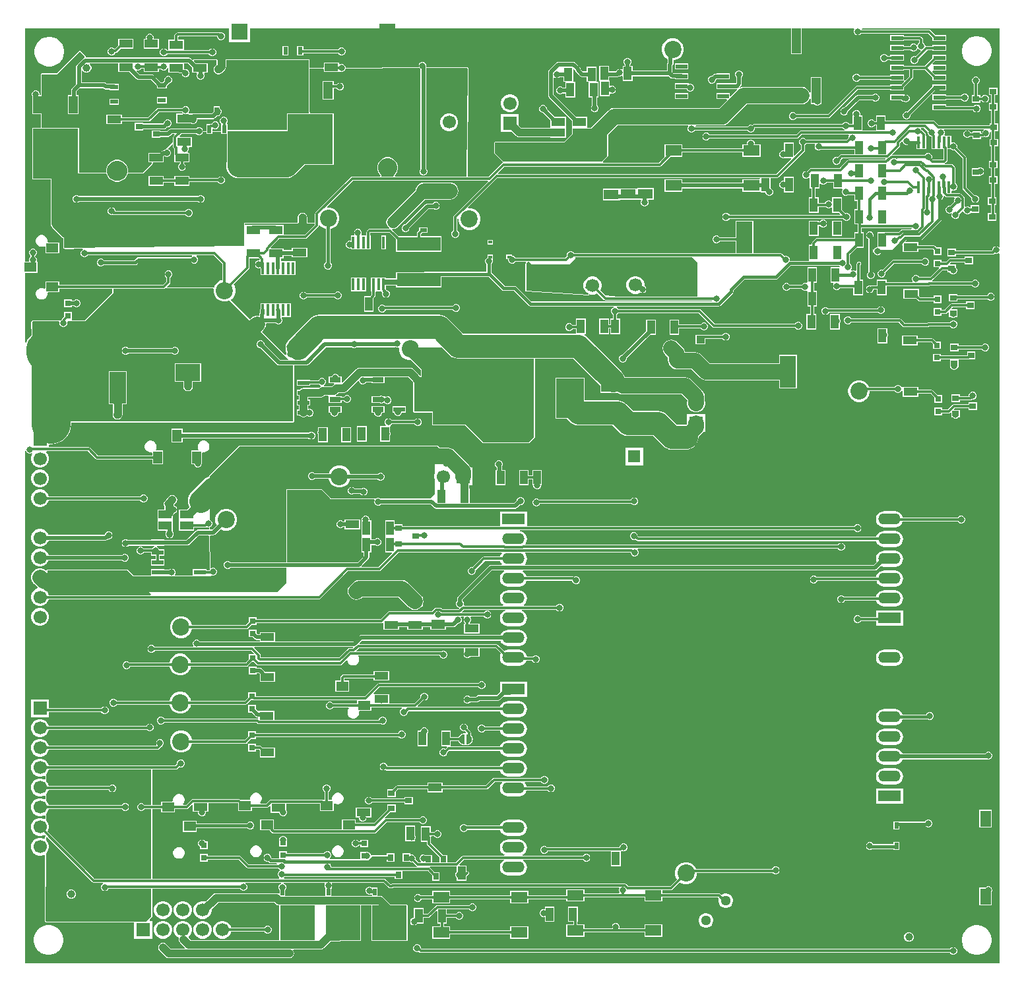
<source format=gtl>
G04*
G04 #@! TF.GenerationSoftware,Altium Limited,Altium Designer,22.2.1 (43)*
G04*
G04 Layer_Physical_Order=1*
G04 Layer_Color=255*
%FSLAX25Y25*%
%MOIN*%
G70*
G04*
G04 #@! TF.SameCoordinates,B3CF93AD-5C46-479A-8AA0-F490141B64D1*
G04*
G04*
G04 #@! TF.FilePolarity,Positive*
G04*
G01*
G75*
%ADD11C,0.01181*%
%ADD12C,0.00787*%
%ADD14C,0.01968*%
%ADD16R,0.08268X0.16142*%
%ADD18R,0.06299X0.04724*%
%ADD19R,0.04724X0.06299*%
%ADD20R,0.08268X0.05512*%
%ADD21R,0.03543X0.03150*%
%ADD22R,0.02362X0.04134*%
%ADD23R,0.03937X0.02362*%
%ADD24R,0.01772X0.05906*%
%ADD25R,0.12598X0.11221*%
%ADD26R,0.01772X0.06299*%
%ADD27R,0.16142X0.10827*%
%ADD28R,0.01772X0.06102*%
%ADD29R,0.05906X0.02362*%
%ADD30R,0.06102X0.02362*%
%ADD31R,0.06299X0.02362*%
%ADD32R,0.05787X0.02559*%
%ADD33R,0.03937X0.07598*%
%ADD34R,0.03347X0.01968*%
%ADD35R,0.06890X0.04331*%
%ADD36R,0.04134X0.07087*%
%ADD37R,0.03937X0.03937*%
%ADD38R,0.04685X0.12992*%
%ADD39R,0.03150X0.03150*%
%ADD40R,0.22047X0.06496*%
%ADD41R,0.22441X0.07087*%
%ADD42R,0.13976X0.20079*%
%ADD44R,0.01968X0.02953*%
%ADD45R,0.01968X0.05118*%
%ADD46R,0.01968X0.01575*%
%ADD47R,0.08661X0.12402*%
%ADD48R,0.07480X0.05118*%
%ADD49R,0.07087X0.04724*%
%ADD50R,0.01968X0.03347*%
%ADD51R,0.02362X0.03937*%
%ADD52R,0.12402X0.08661*%
%ADD53R,0.03150X0.03543*%
%ADD54R,0.07087X0.04134*%
%ADD55R,0.05512X0.08268*%
%ADD56R,0.22835X0.25197*%
%ADD57R,0.04724X0.08661*%
%ADD58R,0.05512X0.02362*%
%ADD59R,0.01968X0.03642*%
%ADD61C,0.05079*%
%ADD62R,0.05079X0.05079*%
%ADD63C,0.08661*%
%ADD64R,0.08268X0.08268*%
%ADD65C,0.08268*%
%ADD66C,0.06693*%
%ADD67R,0.06693X0.06693*%
%ADD68C,0.06457*%
%ADD69R,0.06457X0.06457*%
%ADD70C,0.05512*%
%ADD71R,0.05512X0.05512*%
%ADD72O,0.11201X0.05598*%
%ADD73R,0.11201X0.05598*%
%ADD74R,0.06693X0.06693*%
%ADD75R,0.02284X0.02787*%
%ADD76R,0.02362X0.03150*%
%ADD77C,0.03937*%
%ADD78C,0.19685*%
%ADD79C,0.03937*%
%ADD80C,0.07874*%
%ADD81C,0.01575*%
%ADD82C,0.02756*%
%ADD83C,0.11811*%
%ADD84C,0.05906*%
%ADD85C,0.15748*%
%ADD86C,0.03150*%
G36*
X492316Y362354D02*
X491816Y362147D01*
X491669Y362294D01*
X490946Y362593D01*
X490163D01*
X489439Y362294D01*
X488885Y361740D01*
X488586Y361017D01*
Y360608D01*
X488425Y360447D01*
X470279D01*
Y361412D01*
X465948D01*
Y357475D01*
X470279D01*
Y358440D01*
X488840D01*
X489224Y358517D01*
X489550Y358734D01*
X489674Y358859D01*
X490163Y358656D01*
X490946D01*
X491669Y358956D01*
X491816Y359103D01*
X492316Y358896D01*
X492316Y0D01*
X354D01*
X0Y354D01*
X2Y259041D01*
X502Y259141D01*
X679Y258713D01*
X1233Y258159D01*
X1956Y257859D01*
X2739D01*
X3309Y258095D01*
X3659Y257702D01*
X3264Y257018D01*
X2956Y255867D01*
Y254675D01*
X3264Y253523D01*
X3860Y252491D01*
X4703Y251648D01*
X5736Y251052D01*
X6887Y250743D01*
X8079D01*
X9231Y251052D01*
X10263Y251648D01*
X11106Y252491D01*
X11702Y253523D01*
X12011Y254675D01*
Y255867D01*
X11702Y257018D01*
X11106Y258051D01*
X10665Y258491D01*
X10872Y258992D01*
X31746D01*
X35546Y255191D01*
X35872Y254973D01*
X36256Y254897D01*
X64176D01*
Y252357D01*
X69688D01*
Y259444D01*
X66239D01*
X65951Y259944D01*
X66140Y260273D01*
X66342Y261024D01*
Y261801D01*
X66140Y262552D01*
X65751Y263225D01*
X65202Y263775D01*
X64529Y264164D01*
X63778Y264365D01*
X63000D01*
X62249Y264164D01*
X61576Y263775D01*
X61026Y263225D01*
X60637Y262552D01*
X60436Y261801D01*
Y261024D01*
X60637Y260273D01*
X61026Y259599D01*
X61576Y259050D01*
X62249Y258661D01*
X63000Y258460D01*
X63778D01*
X63779Y258460D01*
X64176Y258156D01*
Y256904D01*
X36672D01*
X32871Y260705D01*
X32546Y260922D01*
X32161Y260999D01*
X12011D01*
Y262269D01*
X12381Y262604D01*
X12995Y262544D01*
X15002Y262741D01*
X16931Y263327D01*
X18710Y264277D01*
X20268Y265557D01*
X21547Y267115D01*
X22498Y268893D01*
X23083Y270823D01*
X23281Y272830D01*
Y273590D01*
X135433D01*
X135734Y273714D01*
X135859Y274016D01*
Y302335D01*
X142189D01*
X142727Y302442D01*
X143182Y302747D01*
X152023Y311587D01*
X164763D01*
X165027Y311323D01*
X165750Y311024D01*
X166533D01*
X167257Y311323D01*
X167521Y311587D01*
X186736D01*
X187024Y311645D01*
X187573Y311417D01*
X188356D01*
X188538Y311493D01*
X188979Y311134D01*
Y309899D01*
X189355Y308497D01*
X190081Y307241D01*
X191107Y306214D01*
X192364Y305489D01*
X193765Y305113D01*
X195072D01*
X199957Y300228D01*
Y297464D01*
X199457Y297256D01*
X196196Y300517D01*
X195415Y301039D01*
X194493Y301222D01*
X168845D01*
X167923Y301039D01*
X167142Y300517D01*
X160365Y293741D01*
X159865Y293948D01*
Y296826D01*
X158509D01*
X158365Y297173D01*
X157811Y297727D01*
X157087Y298026D01*
X156304D01*
X155581Y297727D01*
X155027Y297173D01*
X154883Y296826D01*
X153290D01*
Y293479D01*
X156063D01*
X156214Y292979D01*
X155564Y292545D01*
X154891Y291872D01*
X151100D01*
X151000Y292372D01*
X151118Y292421D01*
X151672Y292974D01*
X151971Y293698D01*
Y294481D01*
X151672Y295205D01*
X151118Y295758D01*
X150394Y296058D01*
X149611D01*
X148888Y295758D01*
X148334Y295205D01*
X148182Y294837D01*
X143901D01*
Y295152D01*
X137208D01*
Y292003D01*
X143901D01*
Y292830D01*
X148478D01*
X148888Y292421D01*
X149409Y292205D01*
X149380Y291749D01*
X149366Y291682D01*
X148595Y291166D01*
X148415Y290986D01*
X140554D01*
X139632Y290803D01*
X138851Y290281D01*
X138765Y290153D01*
X137208D01*
Y287003D01*
X138146D01*
Y285153D01*
X137208D01*
Y282003D01*
X138146D01*
Y280153D01*
X137208D01*
Y277003D01*
X138765D01*
X138851Y276875D01*
X139632Y276353D01*
X140554Y276169D01*
X141476Y276353D01*
X142257Y276875D01*
X142375Y276886D01*
X142589Y276673D01*
X143312Y276373D01*
X144095D01*
X144819Y276673D01*
X145373Y277226D01*
X145672Y277950D01*
Y278733D01*
X145373Y279456D01*
X144819Y280010D01*
X144095Y280310D01*
X143312D01*
X142963Y280543D01*
Y282003D01*
X143901D01*
Y285153D01*
X142963D01*
Y286169D01*
X149412D01*
X150334Y286352D01*
X151116Y286875D01*
X151296Y287055D01*
X152885D01*
X153290Y286826D01*
X153290Y286555D01*
Y283479D01*
X159865D01*
Y284287D01*
X160959D01*
X161486Y283759D01*
X162210Y283460D01*
X162993D01*
X163716Y283759D01*
X164270Y284313D01*
X164570Y285036D01*
Y285820D01*
X164270Y286543D01*
X163716Y287097D01*
X162993Y287397D01*
X162210D01*
X161486Y287097D01*
X160933Y286543D01*
X160829Y286294D01*
X159865D01*
Y286826D01*
X157093D01*
X156941Y287326D01*
X157592Y287760D01*
X158264Y288433D01*
X160872D01*
X161794Y288616D01*
X162575Y289138D01*
X168045Y294608D01*
X168543Y294399D01*
X168807Y293762D01*
X169360Y293208D01*
X170084Y292908D01*
X170867D01*
X171590Y293208D01*
X172130Y293747D01*
X175062D01*
Y293479D01*
X181637D01*
Y296405D01*
X193496D01*
X196053Y293848D01*
Y278971D01*
X196178Y278670D01*
X196479Y278545D01*
X205479D01*
Y272441D01*
X205604Y272140D01*
X205906Y272015D01*
X222264D01*
X229620Y264659D01*
X229620Y264659D01*
X231195Y263085D01*
X231496Y262960D01*
X254331D01*
X254632Y263085D01*
X257388Y265840D01*
X257513Y266142D01*
Y305870D01*
X276714D01*
X290551Y292033D01*
Y288386D01*
X296541D01*
X296850Y288355D01*
X297160Y288386D01*
X299601D01*
X299784Y288245D01*
X300838Y287808D01*
X301969Y287660D01*
X331714D01*
X334608Y284766D01*
Y284420D01*
X334449Y283824D01*
Y282632D01*
X334757Y281481D01*
X335353Y280448D01*
X336196Y279605D01*
X337229Y279009D01*
X338380Y278701D01*
X339572D01*
X340724Y279009D01*
X341756Y279605D01*
X342599Y280448D01*
X343195Y281481D01*
X343504Y282632D01*
Y283824D01*
X343344Y284420D01*
Y286575D01*
X343196Y287705D01*
X342759Y288759D01*
X342065Y289664D01*
X336612Y295116D01*
X335708Y295810D01*
X334654Y296247D01*
X333524Y296396D01*
X302914D01*
X302698Y297107D01*
X302113Y298202D01*
X301326Y299161D01*
X283811Y316675D01*
X282852Y317463D01*
X282586Y317605D01*
X282711Y318105D01*
X283172D01*
Y325979D01*
X278251D01*
Y322652D01*
X276521D01*
X276475Y322764D01*
X275921Y323317D01*
X275198Y323617D01*
X274414D01*
X273691Y323317D01*
X273137Y322764D01*
X272838Y322040D01*
Y321257D01*
X273137Y320533D01*
X273691Y319980D01*
X274414Y319680D01*
X275198D01*
X275921Y319980D01*
X276475Y320533D01*
X276521Y320645D01*
X278251D01*
Y318529D01*
X221224D01*
X213629Y326124D01*
X212670Y326911D01*
X211576Y327496D01*
X210388Y327857D01*
X209154Y327978D01*
X148420D01*
X147185Y327857D01*
X145998Y327496D01*
X144904Y326911D01*
X143944Y326124D01*
X133319Y315499D01*
X132532Y314540D01*
X131947Y313446D01*
X131773Y312872D01*
X131496Y312203D01*
Y311420D01*
X131503Y311403D01*
X131466Y311024D01*
X131587Y309789D01*
X131913Y308715D01*
X131890Y308659D01*
Y308003D01*
X131517Y307780D01*
X131428Y307757D01*
X119729Y319457D01*
X120412Y320140D01*
X121106Y321044D01*
X121542Y322098D01*
X121691Y323228D01*
X121666Y323416D01*
X121996Y323792D01*
X126574D01*
X126838Y323528D01*
X127561Y323228D01*
X128344D01*
X129068Y323528D01*
X129622Y324082D01*
X129921Y324805D01*
Y325588D01*
X129622Y326312D01*
X129568Y326365D01*
X129776Y326865D01*
X131597Y326865D01*
X132097Y326865D01*
X134157D01*
Y333755D01*
X131597Y333755D01*
X131097Y333755D01*
X129038D01*
Y333755D01*
X129038Y333755D01*
X128538Y333755D01*
X126979D01*
X126479Y333755D01*
Y333755D01*
X126479D01*
Y333755D01*
X124420D01*
X123920Y333755D01*
Y333755D01*
X123920D01*
Y333755D01*
X121361D01*
Y333755D01*
X121361Y333755D01*
X120861Y333755D01*
X118802D01*
Y330875D01*
X118784Y330848D01*
X118677Y330310D01*
Y329064D01*
X118587Y328974D01*
X118282Y328518D01*
X118175Y327981D01*
Y327863D01*
X117800Y327534D01*
X117323Y327596D01*
X116192Y327448D01*
X115139Y327011D01*
X114234Y326317D01*
X113551Y325634D01*
X103997Y335188D01*
X104062Y335684D01*
X104172Y335747D01*
X105198Y336773D01*
X105924Y338030D01*
X106299Y339432D01*
Y340883D01*
X105924Y342285D01*
X105342Y343293D01*
X113114Y351065D01*
X113332Y351391D01*
X113408Y351775D01*
Y356590D01*
X117875D01*
X118458Y356007D01*
X118251Y355507D01*
X117722D01*
X116998Y355207D01*
X116444Y354653D01*
X116145Y353930D01*
Y353147D01*
X116444Y352423D01*
X116998Y351870D01*
X117722Y351570D01*
X118505D01*
X118802Y351371D01*
Y348125D01*
X121361Y348125D01*
X121861Y348125D01*
X123920Y348125D01*
X124420Y348125D01*
X126479D01*
Y348125D01*
X126479Y348125D01*
X126979Y348125D01*
X128538D01*
X129038Y348125D01*
Y348125D01*
X129038D01*
X129038Y348125D01*
X131597Y348125D01*
X132097Y348125D01*
X134157Y348125D01*
X134657Y348125D01*
X136715D01*
Y355015D01*
X134157Y355015D01*
X133657Y355015D01*
X131597Y355015D01*
X131097Y355015D01*
X129164D01*
Y356590D01*
X130712D01*
Y357862D01*
X134649D01*
Y357023D01*
X142523D01*
Y361944D01*
X134649D01*
Y360672D01*
X130712D01*
Y361511D01*
X124305D01*
X124114Y361973D01*
X128475Y366334D01*
X141631D01*
X142015Y366410D01*
X142341Y366628D01*
X148153Y372441D01*
X148371Y372766D01*
X148417Y373000D01*
X148791Y373169D01*
X148947Y373177D01*
X149768Y372356D01*
X151025Y371631D01*
X151897Y371397D01*
Y354540D01*
X151380Y354024D01*
X151081Y353300D01*
Y352517D01*
X151380Y351794D01*
X151934Y351240D01*
X152658Y350940D01*
X153441D01*
X154164Y351240D01*
X154718Y351794D01*
X155018Y352517D01*
Y353300D01*
X154718Y354024D01*
X154305Y354437D01*
Y371369D01*
X155280Y371631D01*
X156537Y372356D01*
X157563Y373382D01*
X158289Y374639D01*
X158664Y376041D01*
Y377492D01*
X158289Y378894D01*
X157563Y380151D01*
X156537Y381177D01*
X155280Y381903D01*
X153878Y382278D01*
X152717D01*
X152510Y382779D01*
X165542Y395810D01*
X233704D01*
X233895Y395348D01*
X216616Y378069D01*
X216399Y377744D01*
X216322Y377360D01*
Y370608D01*
X216211Y370562D01*
X215657Y370008D01*
X215357Y369284D01*
Y368501D01*
X215657Y367778D01*
X216211Y367224D01*
X216934Y366924D01*
X217717D01*
X218441Y367224D01*
X218995Y367778D01*
X219294Y368501D01*
Y369284D01*
X218995Y370008D01*
X218441Y370562D01*
X218329Y370608D01*
Y376503D01*
X218401Y376551D01*
X218901Y376284D01*
Y375647D01*
X219276Y374246D01*
X220002Y372989D01*
X221028Y371962D01*
X222285Y371237D01*
X223687Y370861D01*
X225138D01*
X226540Y371237D01*
X227797Y371962D01*
X228823Y372989D01*
X229549Y374246D01*
X229924Y375647D01*
Y377099D01*
X229549Y378500D01*
X228823Y379757D01*
X227797Y380784D01*
X226540Y381509D01*
X225138Y381885D01*
X223977D01*
X223770Y382385D01*
X238605Y397220D01*
X371210D01*
X371375Y396952D01*
X371100Y396452D01*
X362404D01*
Y394707D01*
X332090D01*
Y396452D01*
X323034D01*
Y390153D01*
X332090D01*
Y391897D01*
X362404D01*
Y390153D01*
X371460D01*
X371558Y389759D01*
X373989D01*
Y389592D01*
X374289Y388869D01*
X374843Y388315D01*
X375566Y388016D01*
X376349D01*
X377073Y388315D01*
X377627Y388869D01*
X377926Y389592D01*
Y390376D01*
X377627Y391099D01*
X377073Y391653D01*
X376479Y391899D01*
Y397220D01*
X380037D01*
X380421Y397296D01*
X380746Y397514D01*
X393626Y410393D01*
X393844Y410719D01*
X393920Y411103D01*
Y413634D01*
X394031Y413681D01*
X394585Y414234D01*
X394713Y414543D01*
X398909D01*
X399097Y414043D01*
X398822Y413379D01*
Y412596D01*
X399121Y411872D01*
X399675Y411318D01*
X400399Y411019D01*
X401182D01*
X401905Y411318D01*
X402177Y411590D01*
X418802D01*
Y409069D01*
X412413D01*
X412029Y408993D01*
X411703Y408776D01*
X410633Y407705D01*
X410237Y407869D01*
X409454D01*
X408730Y407569D01*
X408177Y407016D01*
X407877Y406292D01*
Y405509D01*
X408177Y404785D01*
X408730Y404232D01*
X409454Y403932D01*
X410237D01*
X410960Y404232D01*
X411514Y404785D01*
X411814Y405509D01*
Y406048D01*
X412828Y407062D01*
X434519D01*
X434734Y406577D01*
X434524Y406314D01*
X415948D01*
X415564Y406237D01*
X415238Y406019D01*
X411398Y402180D01*
X397050D01*
X396666Y402103D01*
X396341Y401886D01*
X394994Y400539D01*
X394883Y400586D01*
X394100D01*
X393376Y400286D01*
X392822Y399732D01*
X392523Y399009D01*
Y398225D01*
X392822Y397502D01*
X393376Y396948D01*
X394100Y396649D01*
X394883D01*
X395606Y396948D01*
X395861Y397203D01*
X396361Y396996D01*
Y391727D01*
X397425D01*
Y387397D01*
X395968D01*
Y379523D01*
X400889D01*
Y382456D01*
X404522D01*
X404793Y382184D01*
X405517Y381885D01*
X406300D01*
X407023Y382184D01*
X407278Y382439D01*
X407779Y382232D01*
Y379523D01*
X411281D01*
X411784Y379019D01*
X411592Y378558D01*
X355838D01*
X355791Y378669D01*
X355238Y379223D01*
X354514Y379522D01*
X353731D01*
X353008Y379223D01*
X352454Y378669D01*
X352154Y377946D01*
Y377163D01*
X352454Y376439D01*
X353008Y375885D01*
X353731Y375586D01*
X354514D01*
X355238Y375885D01*
X355791Y376439D01*
X355838Y376551D01*
X413248D01*
X413295Y376439D01*
X413848Y375885D01*
X414572Y375586D01*
X415355D01*
X416079Y375885D01*
X416632Y376439D01*
X416932Y377163D01*
Y377946D01*
X416632Y378669D01*
X416079Y379223D01*
X415355Y379522D01*
X414572D01*
X414252Y379390D01*
X412700Y380942D01*
Y387397D01*
X407779D01*
Y385474D01*
X407278Y385267D01*
X407023Y385522D01*
X406300Y385822D01*
X405517D01*
X404793Y385522D01*
X404240Y384968D01*
X404030Y384463D01*
X400889D01*
Y387397D01*
X399432D01*
Y391727D01*
X401283D01*
Y394043D01*
X401783Y394250D01*
X402037Y393995D01*
X402761Y393696D01*
X403544D01*
X404268Y393995D01*
X404821Y394549D01*
X404868Y394661D01*
X408172D01*
Y391727D01*
X412654D01*
X412811Y391435D01*
X412884Y391227D01*
X412601Y390544D01*
Y389761D01*
X412901Y389037D01*
X413455Y388484D01*
X414178Y388184D01*
X414961D01*
X415552Y388429D01*
X415890Y388362D01*
X418802D01*
Y385428D01*
X420259D01*
Y381491D01*
X418802D01*
Y373617D01*
X420557D01*
Y369680D01*
X418802D01*
Y366747D01*
X400003D01*
X399619Y366670D01*
X399293Y366453D01*
X397719Y364878D01*
X397501Y364552D01*
X397425Y364168D01*
Y363381D01*
X395968D01*
Y355507D01*
X395588Y355216D01*
X386643D01*
X386240Y355498D01*
X386223Y355695D01*
Y356292D01*
X385924Y357016D01*
X385370Y357569D01*
X384647Y357869D01*
X383863D01*
X383468Y357705D01*
X382397Y358775D01*
X382072Y358993D01*
X381688Y359069D01*
X367916D01*
Y375586D01*
X358861D01*
Y367140D01*
X350931D01*
X350884Y367252D01*
X350331Y367806D01*
X349607Y368105D01*
X348824D01*
X348100Y367806D01*
X347547Y367252D01*
X347247Y366528D01*
Y365745D01*
X347547Y365022D01*
X348100Y364468D01*
X348824Y364168D01*
X349607D01*
X350331Y364468D01*
X350884Y365022D01*
X350931Y365133D01*
X358861D01*
Y359069D01*
X277389D01*
X277259Y359383D01*
X276706Y359936D01*
X275982Y360236D01*
X275199D01*
X274476Y359936D01*
X273922Y359383D01*
X273622Y358659D01*
Y357876D01*
X273668Y357765D01*
X272808Y356904D01*
X247781D01*
X247735Y357016D01*
X247181Y357569D01*
X246458Y357869D01*
X245869D01*
Y358460D01*
X243113D01*
Y356097D01*
X244097D01*
Y355509D01*
X244397Y354785D01*
X244951Y354232D01*
X245674Y353932D01*
X246458D01*
X247181Y354232D01*
X247735Y354785D01*
X247781Y354897D01*
X252854D01*
X253045Y354435D01*
X252848Y354238D01*
X252724Y353937D01*
Y340172D01*
X252781Y340033D01*
X252830Y339890D01*
X252843Y339884D01*
X252848Y339871D01*
X252987Y339813D01*
X253123Y339746D01*
X284462Y337752D01*
X284573Y337790D01*
X284690Y337802D01*
X284723Y337841D01*
X284771Y337858D01*
X284823Y337963D01*
X284897Y338054D01*
X285030Y338493D01*
X286018Y338228D01*
X287210D01*
X288362Y338537D01*
X289029Y338922D01*
X292445Y335506D01*
X292771Y335288D01*
X293155Y335212D01*
X347004D01*
X347037Y335164D01*
X346774Y334664D01*
X255704D01*
X248183Y342185D01*
X247792Y342446D01*
X247331Y342538D01*
X247331Y342538D01*
X242234D01*
X235459Y349313D01*
Y353529D01*
X235924Y353993D01*
X236223Y354717D01*
Y355500D01*
X236146Y355687D01*
X236420Y356097D01*
X236420D01*
Y358460D01*
X233664D01*
Y356995D01*
X233140Y356777D01*
X232586Y356224D01*
X232286Y355500D01*
Y354717D01*
X232586Y353993D01*
X233051Y353529D01*
Y349624D01*
X201578D01*
X201461Y349601D01*
X187208D01*
Y346289D01*
X182385D01*
Y346845D01*
X180326D01*
X179826Y346845D01*
Y346845D01*
X179826D01*
X179826Y346845D01*
X177267Y346845D01*
X176767Y346845D01*
X174708D01*
Y339759D01*
X174984D01*
Y338206D01*
X174174Y337397D01*
X171164D01*
Y329523D01*
X176086D01*
Y336470D01*
X176697Y337081D01*
X176914Y337406D01*
X176991Y337790D01*
Y339373D01*
X177267Y339759D01*
X177767Y339759D01*
X179826D01*
X180202Y339460D01*
X180352Y339235D01*
X180402Y339185D01*
X180315Y338974D01*
Y338191D01*
X180615Y337468D01*
X181168Y336914D01*
X181892Y336614D01*
X182675D01*
X183398Y336914D01*
X183952Y337468D01*
X184252Y338191D01*
Y338974D01*
X183952Y339698D01*
X183398Y340251D01*
X182675Y340551D01*
X182442D01*
X182385Y340608D01*
Y342677D01*
X187208D01*
Y341727D01*
X210436D01*
Y347216D01*
X233861D01*
X233861Y347216D01*
X234102Y347264D01*
X240884Y340482D01*
X241274Y340221D01*
X241735Y340129D01*
X241735Y340129D01*
X246832D01*
X254353Y332608D01*
X254744Y332347D01*
X255205Y332255D01*
X255205Y332255D01*
X297231D01*
X297330Y331755D01*
X296919Y331585D01*
X296366Y331031D01*
X296066Y330308D01*
Y329525D01*
X296366Y328801D01*
X296919Y328247D01*
X297031Y328201D01*
Y325979D01*
X295574D01*
Y323046D01*
X294983D01*
Y325979D01*
X290062D01*
Y318105D01*
X294983D01*
Y321039D01*
X295574D01*
Y318105D01*
X300495D01*
Y325979D01*
X299038D01*
Y328201D01*
X299149Y328247D01*
X299703Y328801D01*
X299749Y328913D01*
X340139D01*
X347325Y321726D01*
X347650Y321509D01*
X348034Y321432D01*
X388839D01*
X388885Y321321D01*
X389439Y320767D01*
X390163Y320467D01*
X390946D01*
X391669Y320767D01*
X392223Y321321D01*
X392523Y322044D01*
Y322828D01*
X392223Y323551D01*
X391669Y324105D01*
X390946Y324404D01*
X390163D01*
X389439Y324105D01*
X388885Y323551D01*
X388839Y323440D01*
X348450D01*
X341264Y330626D01*
X340938Y330843D01*
X340554Y330920D01*
X299749D01*
X299703Y331031D01*
X299149Y331585D01*
X298738Y331755D01*
X298838Y332255D01*
X350357D01*
X350357Y332255D01*
X350818Y332347D01*
X351209Y332608D01*
X357475Y338874D01*
X357736Y339265D01*
X357827Y339726D01*
X357827Y339726D01*
Y340267D01*
X363388Y345828D01*
X379283D01*
X379284Y345827D01*
X379744Y345919D01*
X380135Y346180D01*
X386762Y352807D01*
X411280D01*
X411623Y352464D01*
X411452Y351963D01*
X406991D01*
Y344090D01*
X408241D01*
X408418Y343589D01*
X408135Y342906D01*
Y342123D01*
X408435Y341400D01*
X408988Y340846D01*
X409712Y340546D01*
X410495D01*
X411219Y340846D01*
X411772Y341400D01*
X411819Y341511D01*
X418408D01*
Y337790D01*
X423330D01*
Y345664D01*
X421873D01*
Y353123D01*
X421972Y353222D01*
X422190Y353548D01*
X422266Y353932D01*
X422190Y354316D01*
X421972Y354642D01*
X421647Y354859D01*
X421263Y354936D01*
X420879Y354859D01*
X420553Y354642D01*
X420159Y354248D01*
X419942Y353922D01*
X419866Y353538D01*
Y350302D01*
X419366Y350114D01*
X418702Y350389D01*
X417918D01*
X417489Y350211D01*
X417206Y350635D01*
X417420Y350848D01*
X417720Y351572D01*
Y352355D01*
X417420Y353079D01*
X416866Y353632D01*
X416754Y353678D01*
Y358339D01*
X420221Y361806D01*
X423723D01*
Y369680D01*
X422565D01*
Y371826D01*
X447795D01*
X447831Y371774D01*
X447569Y371274D01*
X443305D01*
X442921Y371198D01*
X442595Y370980D01*
X441314Y369699D01*
X434550D01*
X434453Y369680D01*
X430613D01*
Y362200D01*
X430320D01*
X429597Y361900D01*
X429043Y361346D01*
X428872Y360935D01*
X428372Y361035D01*
Y366919D01*
X428443Y366990D01*
X428743Y367714D01*
Y368497D01*
X428443Y369220D01*
X427890Y369774D01*
X427166Y370074D01*
X426383D01*
X425660Y369774D01*
X425106Y369220D01*
X424806Y368497D01*
Y367714D01*
X425106Y366990D01*
X425660Y366436D01*
X425964Y366310D01*
Y349606D01*
X425499Y349142D01*
X425200Y348418D01*
Y347635D01*
X425499Y346911D01*
X426053Y346358D01*
X426777Y346058D01*
X427560D01*
X428283Y346358D01*
X428837Y346911D01*
X429137Y347635D01*
Y348418D01*
X428837Y349142D01*
X428372Y349606D01*
Y359428D01*
X428872Y359527D01*
X429043Y359116D01*
X429597Y358562D01*
X430320Y358263D01*
X431103D01*
X431827Y358562D01*
X432291Y359027D01*
X438152D01*
X438152Y359027D01*
X438613Y359119D01*
X439004Y359380D01*
X442810Y363186D01*
X443310Y362979D01*
Y359739D01*
X451184D01*
Y361196D01*
X458642D01*
X459058Y360781D01*
Y358263D01*
X462995D01*
Y362200D01*
X460477D01*
X459768Y362909D01*
X459442Y363127D01*
X459058Y363203D01*
X451184D01*
Y364660D01*
X444783D01*
X444592Y365122D01*
X445190Y365720D01*
X452449D01*
X452449Y365720D01*
X452910Y365811D01*
X453301Y366073D01*
X462713Y375485D01*
X462974Y375875D01*
X463065Y376336D01*
X463065Y376336D01*
Y386211D01*
X463530Y386675D01*
X463830Y387399D01*
Y387914D01*
X464330Y388121D01*
X464817Y387633D01*
X465143Y387416D01*
X465527Y387339D01*
X469343D01*
X469531Y386839D01*
X469256Y386175D01*
Y385392D01*
X469369Y385120D01*
X467301Y383051D01*
X466588D01*
X465864Y382752D01*
X465310Y382198D01*
X465011Y381474D01*
Y380691D01*
X465310Y379968D01*
X465864Y379414D01*
X466588Y379114D01*
X467371D01*
X467804Y379294D01*
X468187Y378911D01*
X468113Y378733D01*
Y377950D01*
X468413Y377226D01*
X468967Y376673D01*
X469690Y376373D01*
X470473D01*
X471197Y376673D01*
X471750Y377226D01*
X472050Y377950D01*
Y378733D01*
X472004Y378844D01*
X473595Y380435D01*
X474081Y380215D01*
X474356Y379551D01*
X474910Y378997D01*
X475633Y378697D01*
X476417D01*
X477140Y378997D01*
X477378Y379235D01*
X477759Y379522D01*
X482090D01*
Y383459D01*
X477759D01*
Y382423D01*
X477259Y382216D01*
X477140Y382335D01*
X476417Y382634D01*
X475633D01*
X475287Y382491D01*
X474788Y382825D01*
Y386844D01*
X474711Y387228D01*
X474494Y387554D01*
X472995Y389053D01*
X472669Y389270D01*
X472285Y389347D01*
X468062D01*
Y390540D01*
X468478Y390818D01*
X468659Y390743D01*
X469442D01*
X470165Y391043D01*
X470719Y391597D01*
X471019Y392320D01*
Y393103D01*
X470719Y393827D01*
X470165Y394380D01*
X470054Y394426D01*
Y402208D01*
X469977Y402592D01*
X469760Y402917D01*
X468823Y403854D01*
X468497Y404072D01*
X468113Y404148D01*
X464783D01*
X464775Y404168D01*
X464700Y404648D01*
X464930Y404802D01*
X465622Y405494D01*
X465839Y405820D01*
X465916Y406204D01*
Y411806D01*
X467377D01*
X467833Y411350D01*
X468556Y411051D01*
X469339D01*
X469451Y411097D01*
X473490Y407058D01*
Y392040D01*
X473567Y391656D01*
X473784Y391330D01*
X478002Y387112D01*
X477956Y387001D01*
Y386218D01*
X478255Y385494D01*
X478809Y384940D01*
X479533Y384641D01*
X480316D01*
X481039Y384940D01*
X481593Y385494D01*
X481893Y386218D01*
Y387001D01*
X481593Y387724D01*
X481039Y388278D01*
X480316Y388578D01*
X479533D01*
X479421Y388531D01*
X475497Y392455D01*
Y407473D01*
X475421Y407857D01*
X475203Y408183D01*
X470870Y412516D01*
X470916Y412628D01*
Y413411D01*
X470617Y414134D01*
X470063Y414688D01*
X469339Y414988D01*
X468556D01*
X468478Y414955D01*
X468062Y415233D01*
Y418499D01*
X465503D01*
Y418499D01*
X465503Y418499D01*
X464641Y418499D01*
X464393Y418999D01*
X464626Y419561D01*
Y420344D01*
X464326Y421067D01*
X464067Y421326D01*
X464274Y421826D01*
X484167D01*
X484291Y421442D01*
X484298Y421326D01*
X483767Y420795D01*
X483467Y420072D01*
Y419896D01*
X482877D01*
Y420861D01*
X478546D01*
Y420093D01*
X477784D01*
X477656Y420401D01*
X477102Y420955D01*
X476379Y421255D01*
X475596D01*
X474872Y420955D01*
X474318Y420401D01*
X474019Y419678D01*
Y418895D01*
X474318Y418171D01*
X474872Y417618D01*
X475596Y417318D01*
X476379D01*
X477102Y417618D01*
X477571Y418086D01*
X478546D01*
Y416924D01*
X482877D01*
Y417889D01*
X484116D01*
X484454Y417956D01*
X485044Y417711D01*
X485828D01*
X486551Y418011D01*
X487105Y418565D01*
X487404Y419288D01*
Y420072D01*
X487369Y420157D01*
X487728Y420571D01*
X487976Y420496D01*
Y416924D01*
X487208D01*
Y412987D01*
X487976D01*
Y405900D01*
X486814D01*
Y401964D01*
X487976D01*
Y398026D01*
X486814D01*
Y394090D01*
X487976D01*
Y387397D01*
X486420D01*
Y383459D01*
X487976D01*
Y379522D01*
X486420D01*
Y375586D01*
X490751D01*
Y379522D01*
X489983D01*
Y383459D01*
X490751D01*
Y387397D01*
X489983D01*
Y394090D01*
X491145D01*
Y398026D01*
X489983D01*
Y401964D01*
X491145D01*
Y405900D01*
X489983D01*
Y412987D01*
X491538D01*
Y416924D01*
X489983D01*
Y420861D01*
X491538D01*
Y424798D01*
X489983D01*
Y431097D01*
X491145D01*
Y435034D01*
X489983D01*
Y438971D01*
X491145D01*
Y442908D01*
X486814D01*
Y438971D01*
X487976D01*
Y435034D01*
X486814D01*
Y431097D01*
X487976D01*
Y424798D01*
X487208D01*
Y423833D01*
X461688D01*
X459620Y425901D01*
X459294Y426119D01*
X458910Y426195D01*
X434747D01*
Y428735D01*
X429826D01*
Y425802D01*
X429277D01*
X429231Y425913D01*
X428677Y426467D01*
X427954Y426767D01*
X427170D01*
X426447Y426467D01*
X425893Y425913D01*
X425594Y425190D01*
Y424407D01*
X425893Y423683D01*
X426447Y423129D01*
X427170Y422830D01*
X427954D01*
X428677Y423129D01*
X429231Y423683D01*
X429277Y423795D01*
X429826D01*
Y421153D01*
X422936D01*
Y428735D01*
X422315D01*
X422050Y429131D01*
Y429914D01*
X421750Y430638D01*
X421197Y431191D01*
X420473Y431491D01*
X419690D01*
X418967Y431191D01*
X418413Y430638D01*
X418113Y429914D01*
Y429131D01*
X418177Y428978D01*
X418015Y428735D01*
X418015D01*
Y424522D01*
X416285D01*
X416239Y424634D01*
X415685Y425187D01*
X414961Y425487D01*
X414178D01*
X413455Y425187D01*
X412901Y424634D01*
X412855Y424522D01*
X368319D01*
X367935Y424446D01*
X367610Y424228D01*
X367288Y423906D01*
X367035Y424011D01*
X366252D01*
X365528Y423711D01*
X364974Y423157D01*
X364928Y423046D01*
X338667D01*
X338564Y423200D01*
X338831Y423700D01*
X352330D01*
X353461Y423848D01*
X354514Y424285D01*
X355419Y424979D01*
X364828Y434388D01*
X392339D01*
X393469Y434537D01*
X394523Y434973D01*
X395427Y435667D01*
X396121Y436572D01*
X396373Y437179D01*
X396873Y437080D01*
Y434444D01*
X398597D01*
X399047Y433994D01*
X399770Y433694D01*
X400554D01*
X401277Y433994D01*
X401727Y434444D01*
X402346D01*
Y448223D01*
X396873D01*
Y440432D01*
X396373Y440333D01*
X396121Y440940D01*
X395427Y441845D01*
X394523Y442539D01*
X393469Y442975D01*
X392339Y443124D01*
X363018D01*
X361888Y442975D01*
X361381Y442765D01*
X361098Y443189D01*
X361626Y443718D01*
X361931Y444173D01*
X362038Y444711D01*
Y448222D01*
X362302Y448486D01*
X362601Y449210D01*
Y449993D01*
X362302Y450716D01*
X361748Y451270D01*
X361024Y451570D01*
X360241D01*
X359518Y451270D01*
X358964Y450716D01*
X358664Y449993D01*
Y449210D01*
X358964Y448486D01*
X359228Y448222D01*
Y445293D01*
X358898Y444963D01*
X355908D01*
Y445133D01*
X349216D01*
Y441983D01*
X355908D01*
Y442153D01*
X359480D01*
X359544Y442166D01*
X359790Y441705D01*
X356370Y438285D01*
X355908Y438477D01*
Y440133D01*
X349216D01*
Y436983D01*
X354415D01*
X354606Y436521D01*
X350521Y432436D01*
X297553D01*
X296423Y432287D01*
X295369Y431851D01*
X294465Y431156D01*
X285782Y422473D01*
X284121D01*
X283957Y422638D01*
Y423032D01*
X283957Y423138D01*
Y428150D01*
X278266D01*
X266956Y439460D01*
Y447717D01*
X267456Y447910D01*
X268112Y447638D01*
X268896D01*
X269619Y447937D01*
X269883Y448201D01*
X271949D01*
Y445669D01*
X272475D01*
X272975Y445669D01*
X272975Y445169D01*
Y442743D01*
X271697D01*
X271433Y443007D01*
X270709Y443307D01*
X269926D01*
X269203Y443007D01*
X268649Y442454D01*
X268349Y441730D01*
Y440947D01*
X268649Y440224D01*
X269203Y439670D01*
X269926Y439370D01*
X270709D01*
X271433Y439670D01*
X271697Y439934D01*
X272975D01*
Y437795D01*
X277897D01*
Y445669D01*
X277370D01*
X276870Y445669D01*
X276870Y446169D01*
Y452064D01*
X277332Y452256D01*
X277719Y451869D01*
Y451683D01*
X277826Y451146D01*
X278131Y450690D01*
X280207Y448613D01*
X280663Y448308D01*
X281201Y448201D01*
X283760D01*
Y445669D01*
X284286D01*
X284786Y445669D01*
X284786Y445169D01*
Y437795D01*
X286132D01*
Y433547D01*
X286094Y433509D01*
X285795Y432786D01*
Y432003D01*
X286094Y431279D01*
X286648Y430726D01*
X287372Y430426D01*
X288155D01*
X288878Y430726D01*
X289432Y431279D01*
X289732Y432003D01*
Y432786D01*
X289432Y433509D01*
X288942Y433999D01*
Y437795D01*
X289708D01*
Y445669D01*
X289181D01*
X288681Y445669D01*
X288681Y446169D01*
Y453543D01*
X283760D01*
Y451011D01*
X281783D01*
X280529Y452265D01*
Y452451D01*
X280422Y452988D01*
X280117Y453444D01*
X278041Y455521D01*
X277585Y455826D01*
X277047Y455933D01*
X269249D01*
X268712Y455826D01*
X268256Y455521D01*
X264558Y451823D01*
X264253Y451367D01*
X264146Y450829D01*
Y438878D01*
X264253Y438340D01*
X264558Y437885D01*
X276279Y426163D01*
Y423138D01*
X276279Y423032D01*
Y422638D01*
X276279Y422532D01*
Y422129D01*
X276279Y422129D01*
Y422044D01*
X276247Y421966D01*
Y419369D01*
X272264Y415387D01*
X237402D01*
X237100Y415262D01*
X236975Y414961D01*
Y409843D01*
X236975Y409842D01*
X237100Y409541D01*
X241272Y405370D01*
X241278Y405202D01*
X241207Y404823D01*
X241191Y404797D01*
X240967Y404647D01*
X234137Y397817D01*
X223850D01*
X223498Y398173D01*
X224045Y452395D01*
X224044Y452397D01*
X224045Y452399D01*
X223983Y452548D01*
X223923Y452698D01*
X223921Y452699D01*
X223920Y452700D01*
X223568Y453055D01*
X223566Y453055D01*
X223565Y453057D01*
X223416Y453118D01*
X223267Y453180D01*
X223265Y453179D01*
X223263Y453180D01*
X203100Y453069D01*
X202759Y453542D01*
X202756Y453568D01*
Y454329D01*
X202456Y455052D01*
X201903Y455606D01*
X201179Y455905D01*
X200396D01*
X199672Y455606D01*
X199119Y455052D01*
X198819Y454329D01*
Y453545D01*
X198854Y453461D01*
X198577Y453045D01*
X162113Y452845D01*
X161814Y453142D01*
X161514Y453866D01*
X160960Y454420D01*
X160237Y454719D01*
X159454D01*
X159164Y454600D01*
X158664Y454934D01*
Y455605D01*
X150790D01*
Y453175D01*
X150783Y453158D01*
X150438Y452785D01*
X150434Y452781D01*
X144088Y452746D01*
X143733Y453098D01*
Y456693D01*
X143608Y456994D01*
X143307Y457119D01*
X101539D01*
X101238Y456994D01*
X101113Y456693D01*
Y453504D01*
X100955Y452706D01*
X100503Y452030D01*
X99069Y450596D01*
X98393Y450145D01*
X97638Y449995D01*
X96882Y450145D01*
X96242Y450573D01*
X95814Y451213D01*
X95664Y451968D01*
X95814Y452724D01*
X96266Y453400D01*
X97024Y454158D01*
X97024Y454158D01*
X97149Y454459D01*
Y456693D01*
X97024Y456994D01*
X96722Y457119D01*
X85414D01*
X85335Y457087D01*
X85251D01*
X85191Y457027D01*
X85112Y456994D01*
X84618Y456835D01*
X83870Y457583D01*
X83415Y457888D01*
X82877Y457994D01*
X30778D01*
X30663Y458149D01*
X30527Y458482D01*
X30487Y458579D01*
X30476Y458683D01*
X30426Y458724D01*
X30402Y458783D01*
X27860Y461325D01*
X27559Y461450D01*
X27258Y461325D01*
X15965Y450032D01*
X8268D01*
X7966Y449908D01*
X7842Y449606D01*
Y438976D01*
X7338D01*
Y439752D01*
X7038Y440475D01*
X6484Y441029D01*
X5761Y441328D01*
X4978D01*
X4254Y441029D01*
X3700Y440475D01*
X3401Y439752D01*
Y438968D01*
X3622Y438434D01*
Y429528D01*
X7842D01*
Y422441D01*
X3543D01*
Y396457D01*
X12955D01*
Y374410D01*
X13104Y373279D01*
X13540Y372225D01*
X14234Y371321D01*
X18171Y367384D01*
X19076Y366690D01*
X19259Y366614D01*
X19259Y362027D01*
X19259Y362026D01*
X19259Y362024D01*
X19322Y361875D01*
X19384Y361726D01*
X19385Y361725D01*
X19386Y361724D01*
X19741Y361372D01*
X19742Y361372D01*
X19743Y361371D01*
X19893Y361311D01*
X20043Y361249D01*
X20045Y361250D01*
X20046Y361249D01*
X29031Y361358D01*
X29133Y360859D01*
X28806Y360724D01*
X28252Y360170D01*
X27953Y359447D01*
Y358664D01*
X28252Y357940D01*
X28806Y357386D01*
X29530Y357087D01*
X30313D01*
X31036Y357386D01*
X31590Y357940D01*
X31636Y358052D01*
X84164D01*
X84288Y357668D01*
X84295Y357552D01*
X83853Y357110D01*
X57269D01*
X57269Y357110D01*
X56808Y357018D01*
X56418Y356757D01*
X55191Y355530D01*
X39772D01*
X39307Y355995D01*
X38583Y356294D01*
X37800D01*
X37077Y355995D01*
X36523Y355441D01*
X36223Y354717D01*
Y353934D01*
X36523Y353211D01*
X37077Y352657D01*
X37800Y352357D01*
X38583D01*
X39307Y352657D01*
X39772Y353121D01*
X55689D01*
X55689Y353121D01*
X56150Y353213D01*
X56541Y353474D01*
X57768Y354701D01*
X83853D01*
X84318Y354237D01*
X85041Y353937D01*
X85825D01*
X86548Y354237D01*
X87102Y354790D01*
X87402Y355514D01*
Y356297D01*
X87102Y357021D01*
X86571Y357552D01*
X86578Y357668D01*
X86703Y358052D01*
X95254D01*
X99663Y353642D01*
Y345562D01*
X98660Y345294D01*
X97403Y344568D01*
X96377Y343542D01*
X95651Y342285D01*
X95581Y342023D01*
X95561Y341993D01*
X95423Y341890D01*
X95043Y341761D01*
X95020Y341755D01*
X94993Y341762D01*
X94987Y341765D01*
X71798D01*
X71607Y342227D01*
X73150Y343771D01*
X73368Y344096D01*
X73444Y344480D01*
Y346710D01*
X73556Y346756D01*
X74110Y347310D01*
X74409Y348034D01*
Y348817D01*
X74110Y349540D01*
X73556Y350094D01*
X72833Y350394D01*
X72049D01*
X71326Y350094D01*
X70772Y349540D01*
X70472Y348817D01*
Y348034D01*
X70772Y347310D01*
X71326Y346756D01*
X71437Y346710D01*
Y344896D01*
X69666Y343125D01*
X17326D01*
Y344877D01*
X10239D01*
Y341428D01*
X9739Y341139D01*
X9410Y341329D01*
X8659Y341530D01*
X7882D01*
X7131Y341329D01*
X6458Y340940D01*
X5908Y340391D01*
X5519Y339717D01*
X5318Y338966D01*
Y338189D01*
X5519Y337438D01*
X5908Y336765D01*
X6458Y336215D01*
X7131Y335826D01*
X7882Y335625D01*
X8659D01*
X9410Y335826D01*
X10084Y336215D01*
X10633Y336765D01*
X11022Y337438D01*
X11223Y338189D01*
Y338966D01*
X11223Y338968D01*
X11527Y339365D01*
X17326D01*
Y341117D01*
X44062D01*
Y339153D01*
X30138Y325229D01*
X23972D01*
X23625Y325586D01*
Y329522D01*
X19688D01*
Y327005D01*
X18958Y326275D01*
X18741Y325950D01*
X18665Y325566D01*
Y325493D01*
X18176Y325291D01*
X17889Y325003D01*
X17410Y325104D01*
X17295Y325152D01*
X17192Y325221D01*
X17149Y325213D01*
X17109Y325229D01*
X3898D01*
X3897Y325229D01*
X3897Y325229D01*
X3747Y325167D01*
X3597Y325104D01*
X3597Y325104D01*
X3596Y325103D01*
X3244Y324748D01*
X3243Y324747D01*
X3242Y324747D01*
X3181Y324596D01*
X3120Y324447D01*
X3120Y324446D01*
X3120Y324445D01*
X3174Y317532D01*
X2396Y316893D01*
X1363Y315634D01*
X595Y314198D01*
X502Y313890D01*
X2Y313964D01*
X2Y349208D01*
X6302D01*
Y354719D01*
X6103D01*
X5826Y355135D01*
X5880Y355265D01*
Y356048D01*
X5580Y356772D01*
X5091Y357261D01*
X5067Y357584D01*
X5106Y357834D01*
X5606Y358334D01*
X5906Y359057D01*
Y359840D01*
X5606Y360564D01*
X5052Y361118D01*
X4329Y361417D01*
X3545D01*
X2822Y361118D01*
X2268Y360564D01*
X1969Y359840D01*
Y359057D01*
X2268Y358334D01*
X2768Y357834D01*
X2785Y357517D01*
X2753Y357283D01*
X2242Y356772D01*
X1942Y356048D01*
Y355265D01*
X1997Y355135D01*
X1719Y354719D01*
X356D01*
X2Y355073D01*
X3Y472830D01*
X102956D01*
Y465940D01*
X113586D01*
Y472830D01*
X386873D01*
Y459641D01*
X392345D01*
Y472830D01*
X418613D01*
X418790Y472330D01*
X418507Y471646D01*
Y470863D01*
X418807Y470140D01*
X419360Y469586D01*
X420084Y469286D01*
X420867D01*
X421590Y469586D01*
X422144Y470140D01*
X422190Y470251D01*
X456064D01*
X458271Y468044D01*
Y466314D01*
X465357D01*
Y469463D01*
X459690D01*
X457189Y471964D01*
X456863Y472182D01*
X456479Y472258D01*
X422666D01*
X422616Y472330D01*
X422874Y472830D01*
X492316D01*
Y362354D01*
D02*
G37*
G36*
X30101Y458482D02*
X29936Y457940D01*
X29674Y457888D01*
X29218Y457583D01*
X26175Y454540D01*
X25870Y454084D01*
X25763Y453546D01*
Y444585D01*
X23707Y442529D01*
X23403Y442073D01*
X23296Y441535D01*
Y438976D01*
X21575D01*
Y429528D01*
X27087D01*
Y438976D01*
X26105D01*
Y440953D01*
X27750Y442598D01*
X39326D01*
X39611Y442314D01*
X40067Y442009D01*
X40604Y441902D01*
X42717D01*
Y441535D01*
X47441D01*
Y444685D01*
X45018D01*
X44882Y444712D01*
X41186D01*
X40902Y444997D01*
X40446Y445301D01*
X39908Y445408D01*
X28573D01*
Y451384D01*
X29073Y451484D01*
X29103Y451413D01*
X29767Y450748D01*
X30635Y450389D01*
X31575D01*
X32443Y450748D01*
X33108Y451413D01*
X33468Y452281D01*
Y453221D01*
X33108Y454089D01*
X32512Y454684D01*
X32576Y455011D01*
X32666Y455185D01*
X46853D01*
Y450684D01*
X52740D01*
X56340Y447085D01*
X56796Y446780D01*
X57333Y446673D01*
X63545D01*
X66732Y443485D01*
Y442323D01*
X71457D01*
Y443485D01*
X72660Y444689D01*
X73362Y444980D01*
X73916Y445534D01*
X74216Y446257D01*
Y447040D01*
X73916Y447764D01*
X73362Y448317D01*
X72639Y448617D01*
X71855D01*
X71132Y448317D01*
X70578Y447764D01*
X70279Y447040D01*
Y446281D01*
X69497Y445499D01*
X68692D01*
X65120Y449072D01*
X64664Y449376D01*
X64126Y449483D01*
X57915D01*
X56249Y451149D01*
X56365Y451445D01*
X56494Y451611D01*
X57214D01*
X57938Y451911D01*
X58491Y452464D01*
X58537Y452576D01*
X59846D01*
Y450684D01*
X67720D01*
Y452141D01*
X68695D01*
X68967Y451869D01*
X69690Y451570D01*
X70473D01*
X71197Y451869D01*
X71750Y452423D01*
X71944Y452890D01*
X72444Y452791D01*
Y450290D01*
X77760D01*
X77857Y450271D01*
X79137D01*
Y449603D01*
X79436Y448880D01*
X79990Y448326D01*
X80714Y448027D01*
X81497D01*
X82220Y448326D01*
X82774Y448880D01*
X83074Y449603D01*
Y450386D01*
X82774Y451110D01*
X82220Y451664D01*
X81497Y451964D01*
X81137D01*
X81123Y451984D01*
X80797Y452202D01*
X80413Y452278D01*
X80318D01*
Y455185D01*
X82295D01*
X84255Y453225D01*
Y450290D01*
X86571D01*
X86677Y450180D01*
X86859Y449790D01*
X86617Y449205D01*
Y448422D01*
X86917Y447699D01*
X87471Y447145D01*
X88194Y446845D01*
X88977D01*
X89701Y447145D01*
X90254Y447699D01*
X90554Y448422D01*
Y449205D01*
X90312Y449790D01*
X90495Y450180D01*
X90600Y450290D01*
X92129D01*
Y455211D01*
X86242D01*
X85222Y456231D01*
X85414Y456693D01*
X96722D01*
Y454459D01*
X95935Y453672D01*
X95413Y452890D01*
X95229Y451968D01*
X95413Y451047D01*
X95935Y450265D01*
X96716Y449743D01*
X97638Y449560D01*
X98559Y449743D01*
X99341Y450265D01*
X100834Y451758D01*
X101356Y452540D01*
X101539Y453462D01*
Y456693D01*
X143307D01*
Y430315D01*
X143403Y430219D01*
X143196Y429719D01*
X132286D01*
Y421292D01*
X102362D01*
X102165Y421424D01*
Y424311D01*
X102165Y424311D01*
X102165D01*
X102004Y424811D01*
X102062Y424869D01*
X102362Y425593D01*
Y426376D01*
X102062Y427099D01*
X101509Y427653D01*
X100785Y427953D01*
X100002D01*
X99279Y427653D01*
X98725Y427099D01*
X98425Y426376D01*
Y425593D01*
X98725Y424869D01*
X98851Y424743D01*
X99016Y424311D01*
X99016Y424311D01*
X99016D01*
X99016Y424311D01*
Y420861D01*
X94685D01*
Y421768D01*
X94703Y421793D01*
X95185Y422061D01*
X95694Y421850D01*
X96477D01*
X97201Y422150D01*
X97755Y422704D01*
X98054Y423427D01*
Y424211D01*
X97755Y424934D01*
X97201Y425488D01*
X96477Y425787D01*
X95694D01*
X94971Y425488D01*
X94417Y424934D01*
X94167Y424330D01*
X93701D01*
X93604Y424311D01*
X91535D01*
Y420861D01*
X89767D01*
Y421253D01*
X89467Y421976D01*
X88913Y422530D01*
X88190Y422830D01*
X87407D01*
X86683Y422530D01*
X86419Y422266D01*
X73787D01*
X73249Y422159D01*
X72794Y421855D01*
X71635Y420696D01*
X68307D01*
Y421260D01*
X63976D01*
Y417323D01*
X68307D01*
Y417886D01*
X72217D01*
X72755Y417993D01*
X73211Y418298D01*
X74369Y419456D01*
X75342D01*
X75533Y418994D01*
X75078Y418539D01*
X74860Y418213D01*
X74784Y417829D01*
Y415335D01*
X71258Y411809D01*
X70539Y411511D01*
X70049Y411022D01*
X69762D01*
X69225Y410915D01*
X68769Y410610D01*
X68095Y409936D01*
X62208D01*
Y405015D01*
X63810D01*
X64002Y404553D01*
X59247Y399798D01*
X52171D01*
X51968Y400062D01*
Y401513D01*
X51593Y402915D01*
X50867Y404172D01*
X49841Y405198D01*
X48584Y405924D01*
X47182Y406299D01*
X45731D01*
X44329Y405924D01*
X43072Y405198D01*
X42046Y404172D01*
X41320Y402915D01*
X40945Y401513D01*
Y400062D01*
X40743Y399798D01*
X27165D01*
Y422441D01*
X8268D01*
Y449606D01*
X16142D01*
X27559Y461024D01*
X30101Y458482D01*
D02*
G37*
G36*
X335029Y423238D02*
X334948Y423157D01*
X334649Y422434D01*
Y421651D01*
X334948Y420927D01*
X335502Y420373D01*
X336226Y420074D01*
X337009D01*
X337732Y420373D01*
X338286Y420927D01*
X338332Y421039D01*
X364928D01*
X364974Y420927D01*
X365528Y420373D01*
X366252Y420074D01*
X367035D01*
X367758Y420373D01*
X368312Y420927D01*
X368612Y421651D01*
Y422392D01*
X368735Y422515D01*
X412855D01*
X412901Y422403D01*
X413455Y421850D01*
X413930Y421653D01*
X413830Y421153D01*
X391938D01*
X391554Y421077D01*
X391229Y420859D01*
X389478Y419109D01*
X345812D01*
X345766Y419220D01*
X345213Y419774D01*
X344489Y420074D01*
X343706D01*
X342982Y419774D01*
X342429Y419220D01*
X342129Y418497D01*
Y417714D01*
X342429Y416990D01*
X342982Y416436D01*
X343706Y416137D01*
X344489D01*
X345213Y416436D01*
X345766Y416990D01*
X345812Y417102D01*
X389894D01*
X390278Y417178D01*
X390604Y417396D01*
X392354Y419146D01*
X415987D01*
X416175Y418646D01*
X415900Y417982D01*
Y417574D01*
X414876Y416550D01*
X394500D01*
X394031Y417018D01*
X393308Y417318D01*
X392525D01*
X391801Y417018D01*
X391248Y416464D01*
X390948Y415741D01*
Y414958D01*
X391248Y414234D01*
X391801Y413681D01*
X391913Y413634D01*
Y411519D01*
X388752Y408358D01*
X388290Y408550D01*
Y414956D01*
X383369D01*
Y411019D01*
X382682D01*
X381959Y410719D01*
X381405Y410165D01*
X381105Y409442D01*
Y408659D01*
X381405Y407935D01*
X381959Y407381D01*
X382682Y407082D01*
X386822D01*
X387014Y406620D01*
X379621Y399227D01*
X239038D01*
X238847Y399689D01*
X242092Y402934D01*
X320480D01*
X320864Y403010D01*
X321190Y403227D01*
X325832Y407869D01*
X332090D01*
Y410015D01*
X362404D01*
Y407869D01*
X371460D01*
Y414168D01*
X368508D01*
X368507Y414170D01*
Y414954D01*
X368207Y415677D01*
X367653Y416231D01*
X366930Y416530D01*
X366147D01*
X365423Y416231D01*
X364869Y415677D01*
X364570Y414954D01*
Y414170D01*
X364568Y414168D01*
X362404D01*
Y412022D01*
X332090D01*
Y414168D01*
X323034D01*
Y407910D01*
X320065Y404941D01*
X292077D01*
X291870Y405441D01*
X294396Y407966D01*
X294521Y408268D01*
Y418858D01*
X299363Y423700D01*
X334837D01*
X335029Y423238D01*
D02*
G37*
G36*
X455955Y420577D02*
X455908Y420465D01*
Y419682D01*
X456208Y418959D01*
X456762Y418405D01*
X457485Y418105D01*
X457806D01*
Y415448D01*
X457826Y415351D01*
Y411806D01*
X459885D01*
X460385Y411806D01*
Y411806D01*
X460385D01*
Y411806D01*
X462444D01*
X462944Y411806D01*
Y411806D01*
X462944D01*
Y411806D01*
X463909D01*
Y406619D01*
X463805Y406515D01*
X458757D01*
X458089Y407183D01*
X458135Y407295D01*
Y408078D01*
X457836Y408802D01*
X457282Y409355D01*
X456558Y409655D01*
X455775D01*
X455052Y409355D01*
X454498Y408802D01*
X454452Y408690D01*
X440372D01*
X440170Y408650D01*
X440039Y408676D01*
X438285D01*
X438077Y409176D01*
X441684Y412782D01*
X441902Y413108D01*
X441978Y413492D01*
Y414643D01*
X442848Y415512D01*
X443335Y415292D01*
X443610Y414628D01*
X444164Y414074D01*
X444887Y413774D01*
X445670D01*
X446090Y413948D01*
X450149D01*
Y411806D01*
X452208D01*
X452708Y411806D01*
Y411806D01*
X452708D01*
Y411806D01*
X455267D01*
Y418499D01*
X454991D01*
Y419239D01*
X454914Y419623D01*
X454697Y419949D01*
X453451Y421194D01*
X453126Y421412D01*
X452759Y421485D01*
X452531Y421917D01*
X452719Y422417D01*
X454115D01*
X455955Y420577D01*
D02*
G37*
G36*
X71988Y411495D02*
X72132Y411374D01*
X72179Y411303D01*
X72222Y411295D01*
X72253Y411264D01*
X72527Y411150D01*
X72961Y410716D01*
X73196Y410149D01*
Y409536D01*
X72961Y408969D01*
X72527Y408535D01*
X71960Y408300D01*
X71347D01*
X70701Y408567D01*
X70670D01*
X70501Y408638D01*
X70344D01*
X70344Y408638D01*
X70043Y408513D01*
X70043Y408513D01*
X69780Y408250D01*
X69656Y407949D01*
Y405441D01*
X64771D01*
X64769Y405440D01*
X64767Y405441D01*
X64619Y405378D01*
X64470Y405316D01*
X64431Y405321D01*
X63973Y405408D01*
D01*
X63874Y405428D01*
X63810Y405441D01*
X63512Y405441D01*
X62634D01*
Y409510D01*
X68095D01*
X68396Y409635D01*
X69041Y410279D01*
X69391Y410513D01*
X69804Y410595D01*
X70049D01*
X70049Y410595D01*
X70350Y410720D01*
X70350Y410720D01*
X70780Y411150D01*
X71421Y411416D01*
X71481Y411476D01*
X71506Y411486D01*
X71620Y411506D01*
X71988Y411495D01*
D02*
G37*
G36*
X294094Y408268D02*
X291339Y405512D01*
X241732D01*
Y405512D01*
X237402Y409842D01*
Y414961D01*
X272441D01*
X276673Y419193D01*
Y421966D01*
X276870Y422047D01*
X294094D01*
Y408268D01*
D02*
G37*
G36*
X139764Y419291D02*
Y402756D01*
X138976D01*
X102718Y402366D01*
X102362Y402718D01*
Y420866D01*
X138189D01*
X139764Y419291D01*
D02*
G37*
G36*
X223619Y452400D02*
X223068Y397817D01*
X186821D01*
X186614Y398317D01*
X187358Y399062D01*
X188058Y400274D01*
X188420Y401626D01*
Y403025D01*
X188058Y404377D01*
X187358Y405589D01*
X186369Y406578D01*
X185157Y407278D01*
X183805Y407641D01*
X182406D01*
X181054Y407278D01*
X179842Y406578D01*
X178852Y405589D01*
X178153Y404377D01*
X177790Y403025D01*
Y401626D01*
X178153Y400274D01*
X178852Y399062D01*
X179597Y398317D01*
X179390Y397817D01*
X165126D01*
X164742Y397741D01*
X164417Y397523D01*
X146734Y379841D01*
X146517Y379515D01*
X146440Y379131D01*
Y374604D01*
X142566D01*
Y377165D01*
X142383Y378087D01*
X141860Y378868D01*
X141079Y379391D01*
X140157Y379574D01*
X139236Y379391D01*
X138454Y378868D01*
X137932Y378087D01*
X137749Y377165D01*
Y374604D01*
X110630D01*
Y362771D01*
X20041Y361676D01*
X19685Y362027D01*
X19685Y379134D01*
X14077Y384742D01*
Y412992D01*
X23099Y422015D01*
X26739D01*
Y399798D01*
X26864Y399497D01*
X27165Y399372D01*
X40743D01*
X40926Y399281D01*
X41171Y399098D01*
X41222Y399029D01*
X41320Y398660D01*
X42046Y397403D01*
X43072Y396377D01*
X44329Y395651D01*
X45731Y395276D01*
X47182D01*
X48584Y395651D01*
X49841Y396377D01*
X50867Y397403D01*
X51593Y398660D01*
X51692Y399029D01*
X51743Y399098D01*
X51988Y399281D01*
X52171Y399372D01*
X59247D01*
X59247Y399372D01*
X59548Y399497D01*
X64303Y404251D01*
X64335Y404330D01*
X64395Y404390D01*
Y404474D01*
X64428Y404553D01*
X64548Y404787D01*
X64771Y405015D01*
X70082D01*
Y407949D01*
X70344Y408212D01*
X70501D01*
X70539Y408174D01*
X71262Y407874D01*
X72045D01*
X72769Y408174D01*
X73322Y408727D01*
X73622Y409451D01*
Y410234D01*
X73322Y410958D01*
X72769Y411511D01*
X72416Y411657D01*
X72299Y412247D01*
X74322Y414270D01*
X74784Y414079D01*
Y412880D01*
X74860Y412496D01*
X75078Y412170D01*
X75181Y412067D01*
Y408952D01*
X75200Y408855D01*
Y405015D01*
X78133D01*
Y404466D01*
X78022Y404420D01*
X77468Y403866D01*
X77168Y403142D01*
Y402359D01*
X77468Y401636D01*
X78022Y401082D01*
X78745Y400782D01*
X79528D01*
X80252Y401082D01*
X80806Y401636D01*
X81105Y402359D01*
Y403142D01*
X80806Y403866D01*
X80252Y404420D01*
X80140Y404466D01*
Y405015D01*
X83074D01*
Y409936D01*
X82325D01*
X82118Y410436D01*
X82377Y410695D01*
X82677Y411419D01*
Y412202D01*
X82563Y412478D01*
X82840Y412894D01*
X84252D01*
Y417815D01*
X78305D01*
X77917Y418315D01*
X77943Y418418D01*
X78268Y418635D01*
X79089Y419456D01*
X86419D01*
X86683Y419192D01*
X87407Y418893D01*
X88190D01*
X88913Y419192D01*
X89467Y419746D01*
X89754Y420440D01*
X89767Y420435D01*
X91535D01*
Y419390D01*
X94685D01*
Y420435D01*
X99016D01*
Y419390D01*
X101936D01*
Y405457D01*
X101669Y404576D01*
X101547Y403341D01*
X101669Y402107D01*
X102029Y400919D01*
X102614Y399825D01*
X103401Y398866D01*
X104360Y398078D01*
X105455Y397494D01*
X106642Y397133D01*
X107877Y397012D01*
X131893D01*
X133128Y397133D01*
X134315Y397494D01*
X135409Y398078D01*
X136369Y398866D01*
X139881Y402378D01*
X140065Y402455D01*
X140141Y402638D01*
X141238Y403735D01*
X155908D01*
Y429719D01*
X144157D01*
X143916Y430002D01*
X143829Y430219D01*
X143796Y430298D01*
Y430382D01*
X143736Y430442D01*
X143733Y430450D01*
Y452318D01*
X150436Y452355D01*
X150790Y452002D01*
Y450684D01*
X158664D01*
Y450684D01*
X159164Y450902D01*
X159454Y450782D01*
X160237D01*
X160960Y451082D01*
X161514Y451636D01*
X161814Y452359D01*
Y452417D01*
X199318Y452623D01*
X199672Y452268D01*
X199776Y452225D01*
Y401773D01*
X199512Y401509D01*
X199213Y400785D01*
Y400002D01*
X199512Y399279D01*
X200066Y398725D01*
X200789Y398425D01*
X201573D01*
X202296Y398725D01*
X202850Y399279D01*
X203150Y400002D01*
Y400785D01*
X202850Y401509D01*
X202586Y401773D01*
Y452641D01*
X223266Y452754D01*
X223619Y452400D01*
D02*
G37*
G36*
X184993Y406881D02*
X186107Y406238D01*
X187018Y405327D01*
X187661Y404213D01*
X187994Y402969D01*
Y401682D01*
X187661Y400438D01*
X187018Y399324D01*
X186312Y398619D01*
X186280Y398540D01*
X186220Y398480D01*
Y398395D01*
X186188Y398317D01*
X186101Y398099D01*
X185860Y397817D01*
X180351D01*
X180110Y398099D01*
X180023Y398317D01*
X179991Y398395D01*
Y398480D01*
X179931Y398540D01*
X179899Y398619D01*
X179193Y399324D01*
X178550Y400438D01*
X178217Y401682D01*
Y402969D01*
X178550Y404213D01*
X179193Y405327D01*
X180104Y406238D01*
X181219Y406881D01*
X182462Y407214D01*
X183749D01*
X184993Y406881D01*
D02*
G37*
G36*
X48420Y405526D02*
X49579Y404857D01*
X50526Y403910D01*
X51196Y402750D01*
X51542Y401457D01*
Y400062D01*
X51595Y399935D01*
X51630Y399802D01*
X51399Y399351D01*
X51348Y399281D01*
X51329Y399203D01*
X51280Y399139D01*
X51196Y398824D01*
X50526Y397665D01*
X49579Y396718D01*
X48420Y396048D01*
X47126Y395702D01*
X45787D01*
X44494Y396048D01*
X43334Y396718D01*
X42387Y397665D01*
X41718Y398824D01*
X41633Y399139D01*
X41584Y399203D01*
X41565Y399281D01*
X41514Y399351D01*
X41283Y399802D01*
X41319Y399935D01*
X41371Y400062D01*
Y401457D01*
X41718Y402750D01*
X42387Y403910D01*
X43334Y404857D01*
X44494Y405526D01*
X45787Y405873D01*
X47126D01*
X48420Y405526D01*
D02*
G37*
G36*
X140913Y378989D02*
X141553Y378561D01*
X141981Y377921D01*
X142140Y377123D01*
Y374604D01*
X142265Y374303D01*
X142566Y374178D01*
X146440D01*
Y373566D01*
X141215Y368341D01*
X131187D01*
X130712Y368401D01*
X130712Y368841D01*
Y373322D01*
X126946D01*
X126919Y373340D01*
X126381Y373447D01*
X114964D01*
X114964Y373447D01*
X114426Y373340D01*
X114398Y373322D01*
X111556D01*
X111420Y373322D01*
X111056Y373650D01*
Y374178D01*
X137749D01*
X138050Y374303D01*
X138175Y374604D01*
Y377123D01*
X138334Y377921D01*
X138762Y378561D01*
X139402Y378989D01*
X140157Y379139D01*
X140913Y378989D01*
D02*
G37*
G36*
X339764Y354331D02*
X339764Y337219D01*
X299551D01*
X293164Y337625D01*
X290448Y340341D01*
X290833Y341008D01*
X291142Y342160D01*
Y343352D01*
X290833Y344503D01*
X290237Y345536D01*
X289394Y346379D01*
X288362Y346975D01*
X287210Y347284D01*
X286018D01*
X284867Y346975D01*
X283834Y346379D01*
X282991Y345536D01*
X282395Y344503D01*
X282087Y343352D01*
Y342160D01*
X282395Y341008D01*
X282991Y339976D01*
X283834Y339133D01*
X284638Y338669D01*
X284489Y338177D01*
X253150Y340172D01*
Y353937D01*
X254110Y354897D01*
X254552D01*
X255906Y353543D01*
X277953D01*
Y357062D01*
X337032D01*
X339764Y354331D01*
D02*
G37*
G36*
X95291Y340942D02*
X95276Y340883D01*
Y339432D01*
X95651Y338030D01*
X96377Y336773D01*
X97403Y335747D01*
X98660Y335021D01*
X100062Y334646D01*
X101513D01*
X102915Y335021D01*
X103325Y335258D01*
X132976Y305607D01*
X132784Y305145D01*
X128732D01*
X120866Y313011D01*
Y313384D01*
X120566Y314107D01*
X120013Y314661D01*
X119289Y314961D01*
X118506D01*
X117783Y314661D01*
X117229Y314107D01*
X116929Y313384D01*
Y312601D01*
X117229Y311877D01*
X117783Y311323D01*
X118506Y311024D01*
X118879D01*
X127156Y302747D01*
X127612Y302442D01*
X128150Y302335D01*
X135433D01*
Y274016D01*
X4724D01*
X3937Y274803D01*
X3546Y324448D01*
X3898Y324803D01*
X17109D01*
X17443Y324303D01*
X17323Y324014D01*
Y323231D01*
X17623Y322507D01*
X18176Y321953D01*
X18900Y321654D01*
X19683D01*
X20406Y321953D01*
X20960Y322507D01*
X21260Y323231D01*
Y324014D01*
X21140Y324303D01*
X21474Y324803D01*
X30315D01*
X44488Y338976D01*
Y341117D01*
X70082D01*
X70466Y341194D01*
X70682Y341339D01*
X94987D01*
X95291Y340942D01*
D02*
G37*
G36*
X214127Y307724D02*
X215086Y306937D01*
X215799Y306556D01*
X216180Y306352D01*
X217368Y305992D01*
X218602Y305870D01*
X218602Y305870D01*
X257087D01*
Y266142D01*
X254331Y263386D01*
X231496D01*
X229921Y264961D01*
X222441Y272441D01*
X205906D01*
Y278971D01*
X196479D01*
Y296334D01*
X204454D01*
X192520Y308268D01*
Y311417D01*
X210433D01*
X214127Y307724D01*
D02*
G37*
%LPC*%
G36*
X99213Y470861D02*
X98430D01*
X98002Y470684D01*
X77073D01*
X76689Y470607D01*
X76363Y470390D01*
X75671Y469698D01*
X75454Y469372D01*
X75377Y468988D01*
Y467023D01*
X72444D01*
Y462128D01*
X72444Y462101D01*
X72378Y461628D01*
X71797D01*
X71750Y461740D01*
X71197Y462294D01*
X70473Y462593D01*
X69690D01*
X68967Y462294D01*
X68413Y461740D01*
X68113Y461017D01*
Y460233D01*
X68413Y459510D01*
X68967Y458956D01*
X69690Y458656D01*
X70473D01*
X71197Y458956D01*
X71750Y459510D01*
X71797Y459621D01*
X92776D01*
X92822Y459510D01*
X93376Y458956D01*
X94100Y458656D01*
X94883D01*
X95606Y458956D01*
X96160Y459510D01*
X96460Y460233D01*
Y461017D01*
X96160Y461740D01*
X95606Y462294D01*
X94883Y462593D01*
X94100D01*
X93376Y462294D01*
X92822Y461740D01*
X92776Y461628D01*
X80383D01*
X80318Y462101D01*
X80318Y462128D01*
Y467023D01*
X77384D01*
Y468573D01*
X77488Y468677D01*
X96853D01*
Y468501D01*
X97153Y467778D01*
X97707Y467224D01*
X98430Y466924D01*
X99213D01*
X99937Y467224D01*
X100491Y467778D01*
X100790Y468501D01*
Y469284D01*
X100491Y470008D01*
X99937Y470561D01*
X99213Y470861D01*
D02*
G37*
G36*
X444097Y469463D02*
X437011D01*
Y466314D01*
X444097D01*
Y466885D01*
X451651D01*
X451755Y466781D01*
Y465565D01*
X451644Y465519D01*
X451090Y464965D01*
X450862Y464414D01*
X450379Y464279D01*
X450308Y464285D01*
X449937Y464656D01*
X449213Y464956D01*
X448430D01*
X447707Y464656D01*
X447153Y464102D01*
X447086Y463941D01*
X444097D01*
Y464464D01*
X437011D01*
Y461314D01*
X444097D01*
Y461934D01*
X447127D01*
X447153Y461872D01*
X447707Y461318D01*
X448430Y461019D01*
X449213D01*
X449937Y461318D01*
X450491Y461872D01*
X450719Y462424D01*
X451202Y462559D01*
X451273Y462553D01*
X451644Y462181D01*
X452308Y461906D01*
X452528Y461420D01*
X449719Y458610D01*
X449607Y458656D01*
X448824D01*
X448101Y458357D01*
X447547Y457803D01*
X447247Y457080D01*
Y456296D01*
X447547Y455573D01*
X448101Y455019D01*
X448824Y454719D01*
X449607D01*
X450331Y455019D01*
X450884Y455573D01*
X451184Y456296D01*
Y457080D01*
X451138Y457191D01*
X455832Y461885D01*
X458271D01*
Y461314D01*
X465357D01*
Y464464D01*
X458271D01*
Y463892D01*
X455416D01*
X455227Y463855D01*
X454727Y464168D01*
Y464242D01*
X454428Y464965D01*
X453874Y465519D01*
X453762Y465565D01*
Y467197D01*
X453686Y467581D01*
X453469Y467906D01*
X452777Y468598D01*
X452451Y468816D01*
X452067Y468892D01*
X444097D01*
Y469463D01*
D02*
G37*
G36*
X63362Y469996D02*
X62578D01*
X61855Y469696D01*
X61301Y469142D01*
X61001Y468419D01*
Y467636D01*
X60855Y467416D01*
X59846D01*
Y462495D01*
X67720D01*
Y467416D01*
X65085D01*
X64938Y467636D01*
Y468419D01*
X64639Y469142D01*
X64085Y469696D01*
X63362Y469996D01*
D02*
G37*
G36*
X54727Y467416D02*
X46853D01*
Y463914D01*
X45355Y462416D01*
X45090D01*
X44819Y462687D01*
X44095Y462987D01*
X43312D01*
X42589Y462687D01*
X42035Y462134D01*
X41735Y461410D01*
Y460627D01*
X42035Y459903D01*
X42589Y459350D01*
X43312Y459050D01*
X44095D01*
X44819Y459350D01*
X45373Y459903D01*
X45582Y460409D01*
X45771D01*
X46155Y460485D01*
X46480Y460703D01*
X48272Y462495D01*
X54727D01*
Y467416D01*
D02*
G37*
G36*
X140554Y463774D02*
X137405D01*
Y459050D01*
X140554D01*
Y460015D01*
X158130D01*
X158177Y459903D01*
X158730Y459350D01*
X159454Y459050D01*
X160237D01*
X160960Y459350D01*
X161514Y459903D01*
X161814Y460627D01*
Y461410D01*
X161514Y462134D01*
X160960Y462687D01*
X160237Y462987D01*
X159454D01*
X158730Y462687D01*
X158177Y462134D01*
X158130Y462022D01*
X140554D01*
Y463774D01*
D02*
G37*
G36*
X133074D02*
X129924D01*
Y459050D01*
X133074D01*
Y463774D01*
D02*
G37*
G36*
X434253Y459837D02*
X433470D01*
X432746Y459538D01*
X432192Y458984D01*
X431893Y458261D01*
Y457477D01*
X432192Y456754D01*
X432746Y456200D01*
X433470Y455900D01*
X434253D01*
X434976Y456200D01*
X435530Y456754D01*
X435584Y456885D01*
X437011D01*
Y456314D01*
X444097D01*
Y459464D01*
X437011D01*
Y458892D01*
X435568D01*
X435530Y458984D01*
X434976Y459538D01*
X434253Y459837D01*
D02*
G37*
G36*
X481448Y468893D02*
X479975D01*
X478530Y468605D01*
X477168Y468041D01*
X475943Y467223D01*
X474901Y466181D01*
X474083Y464956D01*
X473519Y463594D01*
X473231Y462149D01*
Y460676D01*
X473519Y459230D01*
X474083Y457869D01*
X474901Y456644D01*
X475943Y455602D01*
X477168Y454783D01*
X478530Y454219D01*
X479975Y453932D01*
X481448D01*
X482894Y454219D01*
X484255Y454783D01*
X485480Y455602D01*
X486522Y456644D01*
X487341Y457869D01*
X487904Y459230D01*
X488192Y460676D01*
Y462149D01*
X487904Y463594D01*
X487341Y464956D01*
X486522Y466181D01*
X485480Y467223D01*
X484255Y468041D01*
X482894Y468605D01*
X481448Y468893D01*
D02*
G37*
G36*
X465357Y459464D02*
X458271D01*
Y457733D01*
X454430Y453892D01*
X444097D01*
Y454463D01*
X437011D01*
Y451314D01*
X444097D01*
Y451885D01*
X446637D01*
Y448422D01*
X444597Y446383D01*
X444097Y446590D01*
X444097Y446691D01*
X444097Y446691D01*
X444097Y446700D01*
Y449464D01*
X437011D01*
Y448892D01*
X421788D01*
X421750Y448982D01*
X421197Y449536D01*
X420473Y449836D01*
X419690D01*
X418967Y449536D01*
X418413Y448982D01*
X418113Y448259D01*
Y447476D01*
X418413Y446752D01*
X418967Y446198D01*
X419690Y445899D01*
X420473D01*
X421197Y446198D01*
X421750Y446752D01*
X421806Y446885D01*
X437011D01*
Y446314D01*
X443712Y446314D01*
X443720D01*
X443720D01*
X443821Y446314D01*
X443893Y446141D01*
X444029Y445814D01*
X442678Y444463D01*
X437011D01*
Y443892D01*
X420437D01*
X420053Y443816D01*
X419727Y443598D01*
X405474Y429345D01*
X389513D01*
X389467Y429457D01*
X388913Y430010D01*
X388190Y430310D01*
X387407D01*
X386683Y430010D01*
X386129Y429457D01*
X385830Y428733D01*
Y427950D01*
X386129Y427226D01*
X386683Y426673D01*
X387407Y426373D01*
X388190D01*
X388913Y426673D01*
X389467Y427226D01*
X389513Y427338D01*
X405889D01*
X406273Y427414D01*
X406599Y427632D01*
X420852Y441885D01*
X437011D01*
Y441314D01*
X444097D01*
Y443044D01*
X448350Y447297D01*
X448568Y447623D01*
X448644Y448007D01*
Y451885D01*
X454430D01*
X458271Y448044D01*
Y446314D01*
X465357D01*
Y449464D01*
X459690D01*
X458340Y450814D01*
X458547Y451314D01*
X458648Y451314D01*
X458648Y451314D01*
X458656Y451314D01*
X465357D01*
Y454463D01*
X458656Y454463D01*
X458648D01*
X458648D01*
X458547Y454463D01*
X458475Y454637D01*
X458340Y454963D01*
X459690Y456314D01*
X465357D01*
Y459464D01*
D02*
G37*
G36*
X12944Y468499D02*
X11471D01*
X10026Y468211D01*
X8664Y467648D01*
X7439Y466829D01*
X6397Y465787D01*
X5579Y464562D01*
X5015Y463201D01*
X4727Y461755D01*
Y460282D01*
X5015Y458837D01*
X5579Y457475D01*
X6397Y456250D01*
X7439Y455208D01*
X8664Y454390D01*
X10026Y453826D01*
X11471Y453538D01*
X12944D01*
X14390Y453826D01*
X15751Y454390D01*
X16976Y455208D01*
X18018Y456250D01*
X18837Y457475D01*
X19400Y458837D01*
X19688Y460282D01*
Y461755D01*
X19400Y463201D01*
X18837Y464562D01*
X18018Y465787D01*
X16976Y466829D01*
X15751Y467648D01*
X14390Y468211D01*
X12944Y468499D01*
D02*
G37*
G36*
X335042Y455133D02*
X328349D01*
Y451983D01*
X335042D01*
Y455133D01*
D02*
G37*
G36*
X327894Y467711D02*
X326443D01*
X325041Y467336D01*
X323784Y466610D01*
X322758Y465584D01*
X322032Y464327D01*
X321656Y462925D01*
Y461474D01*
X322032Y460072D01*
X322758Y458815D01*
X323784Y457789D01*
X324700Y457260D01*
Y455498D01*
X324600Y455398D01*
X324295Y454942D01*
X324188Y454404D01*
Y451400D01*
X306791D01*
Y453937D01*
X305736D01*
Y454527D01*
X305999Y454790D01*
X306299Y455514D01*
Y456297D01*
X305999Y457021D01*
X305446Y457574D01*
X304722Y457874D01*
X303939D01*
X303216Y457574D01*
X302662Y457021D01*
X302362Y456297D01*
Y455514D01*
X302662Y454790D01*
X302926Y454527D01*
Y453937D01*
X301870D01*
Y452166D01*
X301370Y451989D01*
X300687Y452272D01*
X299904D01*
X299180Y451972D01*
X298626Y451418D01*
X298458Y451011D01*
X294980D01*
Y453937D01*
X290059D01*
Y446063D01*
X290453D01*
Y438583D01*
X295374D01*
Y439600D01*
X295790Y439878D01*
X296065Y439764D01*
X296848D01*
X297572Y440063D01*
X298126Y440617D01*
X298425Y441341D01*
Y442124D01*
X298126Y442847D01*
X297572Y443401D01*
X296848Y443701D01*
X296065D01*
X295790Y443587D01*
X295374Y443864D01*
Y446457D01*
X294980D01*
Y448201D01*
X299279D01*
X299816Y448308D01*
X299874Y448347D01*
X299904Y448335D01*
X300687D01*
X301370Y448618D01*
X301870Y448441D01*
Y446063D01*
X306791D01*
Y448590D01*
X325011D01*
X325840Y447761D01*
X326296Y447457D01*
X326834Y447350D01*
X328349D01*
Y446983D01*
X335042D01*
Y450133D01*
X331635D01*
X331499Y450160D01*
X327416D01*
X326998Y450577D01*
Y453823D01*
X327099Y453923D01*
X327403Y454379D01*
X327510Y454916D01*
Y456688D01*
X327894D01*
X329296Y457063D01*
X330553Y457789D01*
X331579Y458815D01*
X332305Y460072D01*
X332680Y461474D01*
Y462925D01*
X332305Y464327D01*
X331579Y465584D01*
X330553Y466610D01*
X329296Y467336D01*
X327894Y467711D01*
D02*
G37*
G36*
X355908Y450133D02*
X349216D01*
Y449766D01*
X348689D01*
X348151Y449659D01*
X347695Y449355D01*
X347154Y448814D01*
X346462D01*
X345738Y448514D01*
X345184Y447961D01*
X344885Y447237D01*
Y446454D01*
X345184Y445730D01*
X345738Y445177D01*
X346462Y444877D01*
X347245D01*
X347968Y445177D01*
X348522Y445730D01*
X348822Y446454D01*
Y446507D01*
X349271Y446956D01*
X352365D01*
X352501Y446983D01*
X355908D01*
Y450133D01*
D02*
G37*
G36*
X465357Y444463D02*
X458271D01*
Y443402D01*
X458187Y443347D01*
X458187Y443347D01*
X445544Y430704D01*
X444887D01*
X444164Y430404D01*
X443610Y429850D01*
X443310Y429127D01*
Y428344D01*
X443610Y427620D01*
X444164Y427066D01*
X444887Y426767D01*
X445670D01*
X446394Y427066D01*
X446947Y427620D01*
X447247Y428344D01*
Y429001D01*
X457814Y439567D01*
X458271Y439317D01*
X458271Y439024D01*
Y436314D01*
X465357D01*
Y436885D01*
X473057D01*
X473102Y436775D01*
X473656Y436221D01*
X474379Y435922D01*
X475162D01*
X475886Y436221D01*
X476440Y436775D01*
X476739Y437499D01*
Y438282D01*
X476440Y439005D01*
X475886Y439559D01*
X475162Y439859D01*
X474379D01*
X473656Y439559D01*
X473102Y439005D01*
X473055Y438892D01*
X465357D01*
Y439464D01*
X458746D01*
X458417Y439464D01*
X458167Y439921D01*
X459537Y441291D01*
X461420D01*
X461420Y441291D01*
X461537Y441314D01*
X465357D01*
Y444463D01*
D02*
G37*
G36*
X335042Y445133D02*
X328349D01*
Y441983D01*
X334160D01*
X334259Y441743D01*
X334813Y441189D01*
X335537Y440889D01*
X336320D01*
X337043Y441189D01*
X337597Y441743D01*
X337897Y442466D01*
Y443249D01*
X337597Y443973D01*
X337043Y444526D01*
X336320Y444826D01*
X335537D01*
X335458Y444794D01*
X335042Y445071D01*
Y445133D01*
D02*
G37*
G36*
Y440133D02*
X328349D01*
Y436983D01*
X335042D01*
Y440133D01*
D02*
G37*
G36*
X429919Y439764D02*
X429136D01*
X428412Y439464D01*
X428149Y439200D01*
X420866D01*
X420329Y439093D01*
X419873Y438789D01*
X413761Y432677D01*
X413388D01*
X412665Y432377D01*
X412111Y431824D01*
X411811Y431100D01*
Y430317D01*
X412111Y429594D01*
X412665Y429040D01*
X413388Y428740D01*
X414171D01*
X414895Y429040D01*
X415448Y429594D01*
X415748Y430317D01*
Y430690D01*
X421448Y436390D01*
X428149D01*
X428412Y436127D01*
X429136Y435827D01*
X429919D01*
X430643Y436127D01*
X431196Y436680D01*
X431496Y437404D01*
Y438187D01*
X431196Y438910D01*
X430643Y439464D01*
X429919Y439764D01*
D02*
G37*
G36*
X444097Y439464D02*
Y439464D01*
X437011D01*
Y436314D01*
X442678D01*
X442864Y436128D01*
X443189Y435911D01*
X443573Y435835D01*
X443657Y435851D01*
X443888Y435620D01*
X444611Y435321D01*
X445395D01*
X446118Y435620D01*
X446672Y436174D01*
X446971Y436898D01*
Y437681D01*
X446672Y438404D01*
X446118Y438958D01*
X445395Y439258D01*
X444611D01*
X444484Y439205D01*
X444097Y439464D01*
D02*
G37*
G36*
X480710Y448420D02*
X479926D01*
X479203Y448120D01*
X478649Y447567D01*
X478349Y446843D01*
Y446060D01*
X478649Y445337D01*
X479203Y444783D01*
X479314Y444737D01*
Y438971D01*
X478153D01*
Y435034D01*
X482483D01*
Y436128D01*
X483181D01*
X483717Y435592D01*
X484440Y435293D01*
X485223D01*
X485947Y435592D01*
X486501Y436146D01*
X486800Y436870D01*
Y437653D01*
X486501Y438376D01*
X485947Y438930D01*
X485223Y439230D01*
X484440D01*
X483717Y438930D01*
X483163Y438376D01*
X483063Y438135D01*
X482483D01*
Y438971D01*
X481321D01*
Y444737D01*
X481433Y444783D01*
X481987Y445337D01*
X482286Y446060D01*
Y446843D01*
X481987Y447567D01*
X481433Y448120D01*
X480710Y448420D01*
D02*
G37*
G36*
X245478Y439449D02*
X244286D01*
X243134Y439140D01*
X242102Y438544D01*
X241259Y437701D01*
X240663Y436669D01*
X240354Y435517D01*
Y434325D01*
X240663Y433174D01*
X241259Y432141D01*
X242102Y431298D01*
X243134Y430702D01*
X244286Y430394D01*
X245478D01*
X246629Y430702D01*
X247662Y431298D01*
X248505Y432141D01*
X249101Y433174D01*
X249409Y434325D01*
Y435517D01*
X249101Y436669D01*
X248505Y437701D01*
X247662Y438544D01*
X246629Y439140D01*
X245478Y439449D01*
D02*
G37*
G36*
X465357Y434464D02*
X458271D01*
Y431314D01*
X465357D01*
Y431580D01*
X478870D01*
X479043Y431163D01*
X479597Y430610D01*
X480320Y430310D01*
X481103D01*
X481827Y430610D01*
X482380Y431163D01*
X482680Y431887D01*
Y432670D01*
X482380Y433393D01*
X481827Y433947D01*
X481103Y434247D01*
X480320D01*
X479597Y433947D01*
X479236Y433587D01*
X465357D01*
Y434464D01*
D02*
G37*
G36*
X262012Y433951D02*
X261229D01*
X260505Y433651D01*
X259951Y433097D01*
X259652Y432374D01*
Y431591D01*
X259951Y430867D01*
X260505Y430313D01*
X261229Y430014D01*
X261602D01*
X265453Y426163D01*
Y423138D01*
X265453Y423032D01*
Y422638D01*
X265302Y422487D01*
X250722D01*
X249409Y423800D01*
Y429449D01*
X240354D01*
Y420394D01*
X246003D01*
X248021Y418376D01*
X248803Y417854D01*
X249724Y417670D01*
X265453D01*
Y417520D01*
X273130D01*
Y422532D01*
X273130Y422638D01*
Y423032D01*
X273130Y423138D01*
Y428150D01*
X267440D01*
X263589Y432001D01*
Y432374D01*
X263289Y433097D01*
X262735Y433651D01*
X262012Y433951D01*
D02*
G37*
G36*
X482875Y402504D02*
X482092D01*
X481368Y402205D01*
X481127Y401964D01*
X478153D01*
Y398026D01*
X482483D01*
Y398567D01*
X482875D01*
X483598Y398867D01*
X484152Y399421D01*
X484452Y400144D01*
Y400927D01*
X484152Y401651D01*
X483598Y402205D01*
X482875Y402504D01*
D02*
G37*
G36*
X309255Y392121D02*
X308861Y391924D01*
X300593D01*
Y391924D01*
X300200Y391727D01*
X291932D01*
Y385822D01*
X300200D01*
Y385822D01*
X300593Y386019D01*
X308861D01*
Y386019D01*
X309255Y386215D01*
X311071D01*
X311224Y385940D01*
X311305Y385716D01*
X311024Y385037D01*
Y384254D01*
X311323Y383531D01*
X311877Y382977D01*
X312601Y382677D01*
X313384D01*
X314107Y382977D01*
X314661Y383531D01*
X314961Y384254D01*
Y385037D01*
X314680Y385716D01*
X314760Y385940D01*
X314913Y386215D01*
X317523D01*
Y392121D01*
X309255D01*
Y392121D01*
D02*
G37*
G36*
X388290Y397633D02*
X383369D01*
Y395664D01*
X382682D01*
X381959Y395365D01*
X381405Y394811D01*
X381105Y394087D01*
Y393304D01*
X381405Y392581D01*
X381959Y392027D01*
X382682Y391727D01*
X383369D01*
Y389759D01*
X388290D01*
Y397633D01*
D02*
G37*
G36*
X207875Y385034D02*
X207092D01*
X206368Y384735D01*
X205878Y384245D01*
X203320D01*
X202783Y384138D01*
X202327Y383833D01*
X192111Y373617D01*
X191737D01*
X191014Y373317D01*
X190460Y372764D01*
X190160Y372040D01*
Y371257D01*
X190460Y370533D01*
X191014Y369980D01*
X191737Y369680D01*
X192520D01*
X193244Y369980D01*
X193798Y370533D01*
X194097Y371257D01*
Y371630D01*
X203902Y381435D01*
X206330D01*
X206368Y381397D01*
X207092Y381097D01*
X207875D01*
X208598Y381397D01*
X209152Y381951D01*
X209452Y382674D01*
Y383457D01*
X209152Y384181D01*
X208598Y384735D01*
X207875Y385034D01*
D02*
G37*
G36*
X403544Y375979D02*
X402761D01*
X402037Y375680D01*
X401484Y375126D01*
X401438Y375014D01*
X400889D01*
Y375586D01*
X395968D01*
Y367711D01*
X400889D01*
Y373007D01*
X401438D01*
X401484Y372896D01*
X402037Y372342D01*
X402761Y372042D01*
X403544D01*
X404268Y372342D01*
X404821Y372896D01*
X405121Y373619D01*
Y374402D01*
X404821Y375126D01*
X404268Y375680D01*
X403544Y375979D01*
D02*
G37*
G36*
X214567Y394919D02*
X201575D01*
X200444Y394770D01*
X199391Y394334D01*
X198486Y393640D01*
X197792Y392735D01*
X197356Y391682D01*
X197268Y391018D01*
X183440Y377190D01*
X182904Y376491D01*
X182566Y375677D01*
X182451Y374803D01*
X182566Y373930D01*
X182904Y373115D01*
X183440Y372416D01*
X184021Y371971D01*
X183881Y371471D01*
X174120D01*
X173736Y371395D01*
X173410Y371177D01*
X172719Y370485D01*
X172501Y370160D01*
X172425Y369776D01*
Y368491D01*
X172149Y368105D01*
X171649Y368105D01*
X170173D01*
X170172Y368106D01*
X169880Y368605D01*
X170082Y369092D01*
Y369875D01*
X169782Y370598D01*
X169228Y371152D01*
X168505Y371452D01*
X167722D01*
X166998Y371152D01*
X166444Y370598D01*
X166145Y369875D01*
Y369092D01*
X166346Y368605D01*
X166054Y368105D01*
X164471D01*
Y365425D01*
X164358Y365349D01*
X163575D01*
X162851Y365050D01*
X162297Y364496D01*
X161997Y363772D01*
Y362989D01*
X162297Y362266D01*
X162851Y361712D01*
X163575Y361412D01*
X164358D01*
X164471Y361336D01*
Y361019D01*
X167031D01*
Y361019D01*
X167031D01*
Y361019D01*
X169590Y361019D01*
X170090Y361019D01*
X172149Y361019D01*
X172649Y361019D01*
X174708D01*
Y368105D01*
X174432D01*
Y369360D01*
X174536Y369464D01*
X184036D01*
X187208Y366292D01*
Y359838D01*
X210436D01*
Y367711D01*
X199825D01*
Y368772D01*
X200536Y369483D01*
X203251D01*
Y372239D01*
X199117D01*
Y370902D01*
X198112Y369898D01*
X197895Y369572D01*
X197818Y369188D01*
Y367711D01*
X188627D01*
X185352Y370986D01*
X185586Y371460D01*
X185827Y371428D01*
X186700Y371543D01*
X187514Y371880D01*
X188214Y372416D01*
X201980Y386183D01*
X214567D01*
X215698Y386332D01*
X216751Y386768D01*
X217656Y387462D01*
X218350Y388367D01*
X218786Y389421D01*
X218935Y390551D01*
X218786Y391682D01*
X218350Y392735D01*
X217656Y393640D01*
X216751Y394334D01*
X215698Y394770D01*
X214567Y394919D01*
D02*
G37*
G36*
X412700Y375586D02*
X407779D01*
Y367711D01*
X412700D01*
Y375586D01*
D02*
G37*
G36*
X236420Y365940D02*
X233664D01*
Y363578D01*
X236420D01*
Y365940D01*
D02*
G37*
G36*
X182385Y368105D02*
X179826D01*
Y361019D01*
X182385D01*
Y368105D01*
D02*
G37*
G36*
X8659Y368302D02*
X7882D01*
X7131Y368101D01*
X6458Y367712D01*
X5908Y367162D01*
X5519Y366489D01*
X5318Y365738D01*
Y364961D01*
X5519Y364210D01*
X5908Y363536D01*
X6458Y362986D01*
X7131Y362598D01*
X7882Y362397D01*
X8659D01*
X9410Y362598D01*
X9739Y362788D01*
X10239Y362499D01*
Y359050D01*
X17326D01*
Y364562D01*
X11527D01*
X11223Y364959D01*
X11223Y364961D01*
Y365738D01*
X11022Y366489D01*
X10633Y367162D01*
X10084Y367712D01*
X9410Y368101D01*
X8659Y368302D01*
D02*
G37*
G36*
X478940Y357475D02*
X474609D01*
Y356510D01*
X467312D01*
X466928Y356434D01*
X466602Y356216D01*
X465321Y354936D01*
X462995D01*
Y355901D01*
X459058D01*
Y351963D01*
X461527D01*
X461719Y351502D01*
X457269Y347052D01*
X451772D01*
X451726Y347164D01*
X451172Y347717D01*
X450449Y348017D01*
X449665D01*
X448942Y347717D01*
X448388Y347164D01*
X448089Y346440D01*
Y345657D01*
X448363Y344993D01*
X448175Y344493D01*
X435141D01*
Y345664D01*
X430220D01*
Y342731D01*
X427595D01*
X427166Y342908D01*
X426383D01*
X425660Y342609D01*
X425106Y342055D01*
X424806Y341331D01*
Y340548D01*
X425106Y339825D01*
X425660Y339271D01*
X426383Y338971D01*
X427166D01*
X427890Y339271D01*
X428443Y339825D01*
X428743Y340548D01*
Y340724D01*
X430220D01*
Y337790D01*
X435141D01*
Y342486D01*
X456483D01*
X456867Y342562D01*
X457061Y342692D01*
X478209D01*
X478255Y342581D01*
X478809Y342027D01*
X479533Y341727D01*
X480316D01*
X481039Y342027D01*
X481593Y342581D01*
X481893Y343304D01*
Y344087D01*
X481593Y344811D01*
X481039Y345365D01*
X480316Y345664D01*
X479533D01*
X478809Y345365D01*
X478255Y344811D01*
X478209Y344699D01*
X458314D01*
X458185Y345199D01*
X458394Y345339D01*
X463622Y350566D01*
X465948D01*
Y349601D01*
X467096D01*
X467232Y349274D01*
X467786Y348720D01*
X468509Y348420D01*
X469292D01*
X470016Y348720D01*
X470569Y349274D01*
X470869Y349997D01*
Y350780D01*
X470569Y351504D01*
X470279Y351795D01*
Y353538D01*
X467416D01*
X467224Y354000D01*
X467728Y354503D01*
X474609D01*
Y353538D01*
X478940D01*
Y357475D01*
D02*
G37*
G36*
X455119Y356688D02*
X454336D01*
X453612Y356388D01*
X453058Y355835D01*
X453012Y355723D01*
X438586D01*
X438202Y355646D01*
X437876Y355429D01*
X433183Y350736D01*
X433072Y350782D01*
X432289D01*
X431565Y350483D01*
X431011Y349929D01*
X430712Y349205D01*
Y348422D01*
X431011Y347699D01*
X431565Y347145D01*
X432289Y346845D01*
X433072D01*
X433795Y347145D01*
X434349Y347699D01*
X434649Y348422D01*
Y349205D01*
X434602Y349317D01*
X439001Y353716D01*
X453012D01*
X453058Y353604D01*
X453612Y353051D01*
X454336Y352751D01*
X455119D01*
X455842Y353051D01*
X456396Y353604D01*
X456696Y354328D01*
Y355111D01*
X456396Y355835D01*
X455842Y356388D01*
X455119Y356688D01*
D02*
G37*
G36*
X400101Y351963D02*
X395180D01*
Y344344D01*
X394720Y343994D01*
X394489Y344090D01*
X393706D01*
X392982Y343790D01*
X392429Y343236D01*
X392382Y343125D01*
X386364D01*
X386317Y343236D01*
X385764Y343790D01*
X385040Y344090D01*
X384257D01*
X383534Y343790D01*
X382980Y343236D01*
X382680Y342512D01*
Y341729D01*
X382980Y341006D01*
X383534Y340452D01*
X384257Y340153D01*
X385040D01*
X385764Y340452D01*
X386317Y341006D01*
X386364Y341117D01*
X392382D01*
X392429Y341006D01*
X392982Y340452D01*
X393706Y340153D01*
X394489D01*
X394720Y340248D01*
X395180Y339897D01*
Y332278D01*
X396637D01*
Y328341D01*
X394786D01*
Y320467D01*
X399708D01*
Y328341D01*
X398644D01*
Y332278D01*
X400101D01*
Y340153D01*
X398644D01*
Y344090D01*
X400101D01*
Y351963D01*
D02*
G37*
G36*
X167031Y346845D02*
X166531Y346845D01*
X164471D01*
Y339759D01*
X167031Y339759D01*
X167531Y339759D01*
X169590Y339759D01*
X170090Y339759D01*
X172149D01*
Y346845D01*
X169590Y346845D01*
X169090Y346845D01*
X167031Y346845D01*
D02*
G37*
G36*
X158300Y339676D02*
X157517D01*
X156794Y339376D01*
X156240Y338822D01*
X156177Y338669D01*
X142335D01*
X142306Y338739D01*
X141752Y339293D01*
X141029Y339593D01*
X140246D01*
X139522Y339293D01*
X138968Y338739D01*
X138669Y338016D01*
Y337232D01*
X138968Y336509D01*
X139522Y335955D01*
X140246Y335655D01*
X141029D01*
X141752Y335955D01*
X142306Y336509D01*
X142369Y336662D01*
X156211D01*
X156240Y336592D01*
X156794Y336038D01*
X157517Y335739D01*
X158300D01*
X159024Y336038D01*
X159578Y336592D01*
X159877Y337316D01*
Y338099D01*
X159578Y338822D01*
X159024Y339376D01*
X158300Y339676D01*
D02*
G37*
G36*
X488190Y338971D02*
X487407D01*
X486683Y338672D01*
X486129Y338118D01*
X486002Y337809D01*
X471066D01*
Y338578D01*
X466735D01*
Y334641D01*
X471066D01*
Y335803D01*
X486215D01*
X486683Y335334D01*
X487407Y335034D01*
X488190D01*
X488913Y335334D01*
X489467Y335888D01*
X489767Y336611D01*
Y337394D01*
X489467Y338118D01*
X488913Y338672D01*
X488190Y338971D01*
D02*
G37*
G36*
X26379Y335822D02*
X25596D01*
X24872Y335522D01*
X24608Y335258D01*
X23625D01*
Y335822D01*
X19688D01*
Y331885D01*
X23625D01*
Y332448D01*
X24608D01*
X24872Y332184D01*
X25596Y331885D01*
X26379D01*
X27102Y332184D01*
X27656Y332738D01*
X27956Y333462D01*
Y334245D01*
X27656Y334968D01*
X27102Y335522D01*
X26379Y335822D01*
D02*
G37*
G36*
X451578Y341038D02*
X443704D01*
Y336117D01*
X450159D01*
X451163Y335112D01*
X451489Y334895D01*
X451873Y334818D01*
X459058D01*
Y333853D01*
X462995D01*
Y337790D01*
X459058D01*
Y336825D01*
X452289D01*
X451578Y337536D01*
Y341038D01*
D02*
G37*
G36*
X218111Y333459D02*
X217328D01*
X216604Y333160D01*
X216051Y332606D01*
X216004Y332495D01*
X181770D01*
X181481Y332783D01*
X180758Y333083D01*
X179974D01*
X179251Y332783D01*
X178697Y332229D01*
X178398Y331506D01*
Y330723D01*
X178697Y329999D01*
X179251Y329445D01*
X179974Y329146D01*
X180758D01*
X181481Y329445D01*
X182035Y329999D01*
X182237Y330487D01*
X216004D01*
X216051Y330376D01*
X216604Y329822D01*
X217328Y329523D01*
X218111D01*
X218834Y329822D01*
X219388Y330376D01*
X219688Y331100D01*
Y331883D01*
X219388Y332606D01*
X218834Y333160D01*
X218111Y333459D01*
D02*
G37*
G36*
X432678Y332278D02*
X431895D01*
X431171Y331979D01*
X430618Y331425D01*
X430490Y331117D01*
X405917D01*
X405449Y331585D01*
X404725Y331885D01*
X403942D01*
X403219Y331585D01*
X402665Y331031D01*
X402365Y330308D01*
Y329525D01*
X402665Y328801D01*
X403219Y328247D01*
X403942Y327948D01*
X404725D01*
X405449Y328247D01*
X406003Y328801D01*
X406130Y329110D01*
X430703D01*
X431171Y328641D01*
X431895Y328341D01*
X432678D01*
X433401Y328641D01*
X433955Y329195D01*
X434255Y329918D01*
Y330701D01*
X433955Y331425D01*
X433401Y331979D01*
X432678Y332278D01*
D02*
G37*
G36*
X479727Y334641D02*
X475397D01*
Y333676D01*
X468099D01*
X467715Y333599D01*
X467390Y333382D01*
X464534Y330526D01*
X462995D01*
Y331491D01*
X459058D01*
Y327554D01*
X462995D01*
Y328519D01*
X464950D01*
X465334Y328595D01*
X465659Y328813D01*
X466273Y329427D01*
X466735Y329236D01*
Y326767D01*
X467692D01*
X467786Y326673D01*
X468509Y326373D01*
X469292D01*
X470016Y326673D01*
X470110Y326767D01*
X471066D01*
Y330704D01*
X468203D01*
X468012Y331166D01*
X468515Y331669D01*
X475397D01*
Y330704D01*
X479727D01*
Y334641D01*
D02*
G37*
G36*
X416143Y327160D02*
X415359D01*
X414636Y326861D01*
X414082Y326307D01*
X413783Y325583D01*
Y324800D01*
X414082Y324077D01*
X414636Y323523D01*
X415359Y323223D01*
X416143D01*
X416866Y323523D01*
X417335Y323991D01*
X441389D01*
X443260Y322120D01*
X443586Y321902D01*
X443970Y321826D01*
X455972D01*
X456356Y321902D01*
X456682Y322120D01*
X456781Y322220D01*
X467186D01*
X467232Y322108D01*
X467786Y321554D01*
X468509Y321255D01*
X469292D01*
X470016Y321554D01*
X470569Y322108D01*
X470869Y322832D01*
Y323615D01*
X470569Y324338D01*
X470016Y324892D01*
X469292Y325192D01*
X468509D01*
X467786Y324892D01*
X467232Y324338D01*
X467186Y324227D01*
X456366D01*
X455982Y324150D01*
X455656Y323933D01*
X455556Y323833D01*
X444386D01*
X442514Y325705D01*
X442189Y325922D01*
X441805Y325998D01*
X417548D01*
X417420Y326307D01*
X416866Y326861D01*
X416143Y327160D01*
D02*
G37*
G36*
X411519Y328341D02*
X406597D01*
Y320467D01*
X411519D01*
Y323442D01*
X411772Y323695D01*
X412072Y324419D01*
Y325202D01*
X411772Y325925D01*
X411519Y326179D01*
Y328341D01*
D02*
G37*
G36*
X330416Y325586D02*
X325495D01*
Y317711D01*
X330416D01*
Y321039D01*
X341201D01*
X341248Y320927D01*
X341801Y320373D01*
X342525Y320074D01*
X343308D01*
X344031Y320373D01*
X344585Y320927D01*
X344885Y321651D01*
Y322434D01*
X344585Y323157D01*
X344031Y323711D01*
X343308Y324011D01*
X342525D01*
X341801Y323711D01*
X341248Y323157D01*
X341201Y323046D01*
X330416D01*
Y325586D01*
D02*
G37*
G36*
X354331Y318893D02*
X353548D01*
X352825Y318593D01*
X352271Y318039D01*
X352146Y317736D01*
X342520D01*
X342423Y317717D01*
X338780D01*
Y312992D01*
X343504D01*
Y315729D01*
X352351D01*
X352825Y315255D01*
X353548Y314956D01*
X354331D01*
X355055Y315255D01*
X355609Y315809D01*
X355908Y316533D01*
Y317316D01*
X355609Y318039D01*
X355055Y318593D01*
X354331Y318893D01*
D02*
G37*
G36*
X435534Y321255D02*
X430613D01*
Y313381D01*
X435534D01*
Y316607D01*
X435830Y317320D01*
Y318103D01*
X435534Y318816D01*
Y321255D01*
D02*
G37*
G36*
X450790Y317416D02*
X442916D01*
Y312495D01*
X450790D01*
Y313952D01*
X457855D01*
X458664Y313143D01*
Y310625D01*
X462601D01*
Y314562D01*
X460084D01*
X458980Y315665D01*
X458655Y315883D01*
X458271Y315959D01*
X450790D01*
Y317416D01*
D02*
G37*
G36*
X471460Y313381D02*
X467129D01*
Y309444D01*
X471460D01*
Y310409D01*
X483327D01*
X483373Y310297D01*
X483927Y309743D01*
X484651Y309444D01*
X485434D01*
X486157Y309743D01*
X486711Y310297D01*
X487011Y311021D01*
Y311804D01*
X486711Y312527D01*
X486157Y313081D01*
X485434Y313381D01*
X484651D01*
X483927Y313081D01*
X483373Y312527D01*
X483327Y312416D01*
X471460D01*
Y313381D01*
D02*
G37*
G36*
X480121Y309444D02*
X475790D01*
Y307298D01*
X462601D01*
Y308263D01*
X458664D01*
Y304326D01*
X462601D01*
Y305291D01*
X467129D01*
Y301570D01*
X467327D01*
X467626Y300848D01*
X468179Y300295D01*
X468903Y299995D01*
X469686D01*
X470409Y300295D01*
X470963Y300848D01*
X471262Y301570D01*
X471460D01*
Y305291D01*
X476578D01*
X476962Y305367D01*
X477171Y305507D01*
X480121D01*
Y309444D01*
D02*
G37*
G36*
X318605Y325586D02*
X313684D01*
Y319698D01*
X301860Y307874D01*
X301577D01*
X300853Y307574D01*
X300300Y307021D01*
X300000Y306297D01*
Y305514D01*
X300300Y304790D01*
X300853Y304237D01*
X301577Y303937D01*
X302360D01*
X303084Y304237D01*
X303637Y304790D01*
X303937Y305514D01*
Y305978D01*
X315671Y317711D01*
X318605D01*
Y325586D01*
D02*
G37*
G36*
X326378Y315392D02*
X325247Y315243D01*
X324194Y314807D01*
X323289Y314112D01*
X322595Y313208D01*
X322159Y312154D01*
X322010Y311024D01*
X322159Y309893D01*
X322595Y308840D01*
X323289Y307935D01*
X324766Y306458D01*
Y305118D01*
X324915Y303988D01*
X325351Y302934D01*
X326045Y302029D01*
X326268Y301858D01*
X326439Y301636D01*
X327344Y300941D01*
X328397Y300505D01*
X329528Y300356D01*
X336749D01*
X340982Y296124D01*
X341886Y295430D01*
X342940Y294993D01*
X344070Y294845D01*
X380906D01*
Y290748D01*
X389961D01*
Y307677D01*
X380906D01*
Y303581D01*
X345880D01*
X341647Y307813D01*
X340742Y308507D01*
X339689Y308944D01*
X338558Y309092D01*
X333393D01*
X333353Y309398D01*
X332917Y310452D01*
X332223Y311356D01*
X329467Y314112D01*
X328562Y314807D01*
X327508Y315243D01*
X326378Y315392D01*
D02*
G37*
G36*
X479135Y288971D02*
X478351D01*
X477628Y288672D01*
X477074Y288118D01*
X476775Y287394D01*
Y286825D01*
X472247D01*
Y287790D01*
X467916D01*
Y283853D01*
X472247D01*
Y284818D01*
X477562D01*
X477946Y284895D01*
X478230Y285085D01*
X478351Y285034D01*
X479135D01*
X479858Y285334D01*
X480412Y285888D01*
X480712Y286611D01*
Y287394D01*
X480412Y288118D01*
X479858Y288672D01*
X479135Y288971D01*
D02*
G37*
G36*
X421988Y294877D02*
X420537D01*
X419135Y294501D01*
X417878Y293776D01*
X416852Y292749D01*
X416127Y291493D01*
X415751Y290091D01*
Y288639D01*
X416127Y287238D01*
X416852Y285981D01*
X417878Y284955D01*
X419135Y284229D01*
X420537Y283853D01*
X421988D01*
X423390Y284229D01*
X424647Y284955D01*
X425673Y285981D01*
X426399Y287238D01*
X426775Y288639D01*
Y289548D01*
X439230D01*
X439276Y289436D01*
X439830Y288882D01*
X440553Y288583D01*
X441336D01*
X442060Y288882D01*
X442614Y289436D01*
X442810Y289910D01*
X443310Y289811D01*
Y286511D01*
X451184D01*
Y287968D01*
X457461D01*
X459452Y285977D01*
Y283460D01*
X463389D01*
Y287397D01*
X460871D01*
X458587Y289681D01*
X458261Y289898D01*
X457877Y289975D01*
X451184D01*
Y291432D01*
X443310D01*
Y291292D01*
X442810Y291192D01*
X442614Y291666D01*
X442060Y292220D01*
X441336Y292520D01*
X440553D01*
X439830Y292220D01*
X439276Y291666D01*
X439230Y291555D01*
X426363D01*
X425673Y292749D01*
X424647Y293776D01*
X423390Y294501D01*
X421988Y294877D01*
D02*
G37*
G36*
X180316Y287003D02*
X179533D01*
X179105Y286826D01*
X175062D01*
Y283479D01*
X178695D01*
X178809Y283366D01*
X179533Y283066D01*
X180316D01*
X181039Y283366D01*
X181153Y283479D01*
X181453D01*
X181956Y282977D01*
X182679Y282677D01*
X183462D01*
X184186Y282977D01*
X184740Y283531D01*
X185039Y284254D01*
Y285037D01*
X184740Y285761D01*
X184186Y286315D01*
X183462Y286614D01*
X182679D01*
X182137Y286389D01*
X181690Y286621D01*
X181637Y286682D01*
Y286826D01*
X180744D01*
X180316Y287003D01*
D02*
G37*
G36*
X480908Y283853D02*
X476578D01*
Y282888D01*
X469280D01*
X468896Y282812D01*
X468571Y282594D01*
X466109Y280132D01*
X463389D01*
Y281097D01*
X459452D01*
Y277160D01*
X463389D01*
Y278125D01*
X466524D01*
X466908Y278202D01*
X467234Y278419D01*
X467454Y278640D01*
X467916Y278448D01*
Y275979D01*
X468873D01*
X468967Y275885D01*
X469690Y275586D01*
X470473D01*
X471197Y275885D01*
X471291Y275979D01*
X472247D01*
Y279916D01*
X469384D01*
X469193Y280378D01*
X469696Y280881D01*
X476578D01*
Y279916D01*
X480908D01*
Y283853D01*
D02*
G37*
G36*
X192365Y281727D02*
X185672D01*
Y278578D01*
X186398D01*
Y278480D01*
X186697Y277756D01*
X187251Y277202D01*
X187974Y276903D01*
X188758D01*
X189481Y277202D01*
X190035Y277756D01*
X190334Y278480D01*
Y278578D01*
X192365D01*
Y281727D01*
D02*
G37*
G36*
X181637Y281826D02*
X175062D01*
Y278479D01*
X176378D01*
Y277955D01*
X176678Y277231D01*
X177231Y276678D01*
X177955Y276378D01*
X178738D01*
X179462Y276678D01*
X180015Y277231D01*
X180315Y277955D01*
Y278479D01*
X181637D01*
Y281826D01*
D02*
G37*
G36*
X159865D02*
X153290D01*
Y278479D01*
X154334D01*
Y277950D01*
X154633Y277226D01*
X155187Y276673D01*
X155911Y276373D01*
X156694D01*
X157417Y276673D01*
X157971Y277226D01*
X158271Y277950D01*
Y278479D01*
X159865D01*
Y281826D01*
D02*
G37*
G36*
X198817Y275590D02*
X198034D01*
X197310Y275291D01*
X196756Y274737D01*
X196710Y274626D01*
X185180D01*
X185133Y274737D01*
X184580Y275291D01*
X183856Y275590D01*
X183073D01*
X182350Y275291D01*
X181796Y274737D01*
X181496Y274014D01*
Y273231D01*
X181796Y272507D01*
X182154Y272148D01*
X181947Y271649D01*
X179432D01*
Y263774D01*
X184353D01*
Y266607D01*
X184649Y267320D01*
Y268103D01*
X184353Y268816D01*
X184353Y271547D01*
X184544Y271889D01*
X184651Y272025D01*
X185133Y272507D01*
X185180Y272619D01*
X196710D01*
X196756Y272507D01*
X197310Y271953D01*
X198034Y271654D01*
X198817D01*
X199540Y271953D01*
X200094Y272507D01*
X200394Y273231D01*
Y274014D01*
X200094Y274737D01*
X199540Y275291D01*
X198817Y275590D01*
D02*
G37*
G36*
X79531Y270467D02*
X74019D01*
Y263381D01*
X79531D01*
Y265519D01*
X143114D01*
X143373Y265260D01*
X144097Y264961D01*
X144880D01*
X145603Y265260D01*
X146157Y265814D01*
X146457Y266538D01*
Y267321D01*
X146157Y268044D01*
X145603Y268598D01*
X144880Y268898D01*
X144097D01*
X143373Y268598D01*
X143104Y268329D01*
X79531D01*
Y270467D01*
D02*
G37*
G36*
X172542Y271649D02*
X167621D01*
Y263774D01*
X172542D01*
Y271649D01*
D02*
G37*
G36*
X164668Y271255D02*
X159747D01*
Y263381D01*
X164668D01*
Y271255D01*
D02*
G37*
G36*
X152857D02*
X147936D01*
Y269603D01*
X147641Y268891D01*
Y268107D01*
X147936Y267394D01*
Y263381D01*
X152857D01*
Y271255D01*
D02*
G37*
G36*
X282582Y296255D02*
X267818D01*
Y275389D01*
X273630D01*
X275148Y273871D01*
X276107Y273083D01*
X277202Y272499D01*
X278389Y272138D01*
X279624Y272017D01*
X296689D01*
X300150Y268556D01*
X301109Y267769D01*
X302204Y267184D01*
X303391Y266823D01*
X304626Y266702D01*
X304626Y266702D01*
X317109D01*
X322144Y261666D01*
X322144Y261666D01*
X323104Y260879D01*
X324198Y260294D01*
X325385Y259934D01*
X326620Y259812D01*
X326620Y259812D01*
X333858D01*
X335093Y259934D01*
X336280Y260294D01*
X337375Y260879D01*
X338334Y261666D01*
X339121Y262625D01*
X339706Y263720D01*
X340066Y264907D01*
X340188Y266142D01*
X340174Y266280D01*
X342065Y268171D01*
X342472Y268701D01*
X343504D01*
Y277756D01*
X334449D01*
Y272910D01*
X333997Y272458D01*
X333858Y272471D01*
X329242D01*
X324206Y277507D01*
X323247Y278294D01*
X322153Y278879D01*
X320965Y279240D01*
X319730Y279361D01*
X307248D01*
X303787Y282822D01*
X302828Y283609D01*
X301733Y284194D01*
X300546Y284555D01*
X299311Y284676D01*
X282582D01*
Y296255D01*
D02*
G37*
G36*
X90549Y264365D02*
X89772D01*
X89021Y264164D01*
X88347Y263775D01*
X87798Y263225D01*
X87409Y262552D01*
X87208Y261801D01*
Y261024D01*
X87409Y260273D01*
X87599Y259944D01*
X87310Y259444D01*
X83861D01*
Y252357D01*
X85175D01*
X85469Y251646D01*
X86023Y251093D01*
X86746Y250793D01*
X87529D01*
X88253Y251093D01*
X88807Y251646D01*
X89101Y252357D01*
X89373D01*
Y258156D01*
X89770Y258460D01*
X89772Y258460D01*
X90549D01*
X91300Y258661D01*
X91974Y259050D01*
X92523Y259599D01*
X92912Y260273D01*
X93113Y261024D01*
Y261801D01*
X92912Y262552D01*
X92523Y263225D01*
X91974Y263775D01*
X91300Y264164D01*
X90549Y264365D01*
D02*
G37*
G36*
X312165Y260709D02*
X303346D01*
Y251890D01*
X312165D01*
Y260709D01*
D02*
G37*
G36*
X261122Y249606D02*
X256201D01*
Y246668D01*
X254432D01*
Y249601D01*
X249511D01*
Y241727D01*
X254432D01*
Y244661D01*
X256201D01*
Y241732D01*
X256741D01*
Y241266D01*
X257040Y240542D01*
X257594Y239988D01*
X258318Y239689D01*
X259101D01*
X259824Y239988D01*
X260378Y240542D01*
X260678Y241266D01*
Y241732D01*
X261122D01*
Y249606D01*
D02*
G37*
G36*
X239762Y254331D02*
X238979D01*
X238255Y254031D01*
X237701Y253477D01*
X237402Y252754D01*
Y251971D01*
X237701Y251247D01*
X238191Y250757D01*
Y249601D01*
X237700D01*
Y241727D01*
X242621D01*
Y249601D01*
X241001D01*
Y251209D01*
X241039Y251247D01*
X241339Y251971D01*
Y252754D01*
X241039Y253477D01*
X240485Y254031D01*
X239762Y254331D01*
D02*
G37*
G36*
X8079Y249798D02*
X6887D01*
X5736Y249490D01*
X4703Y248893D01*
X3860Y248051D01*
X3264Y247018D01*
X2956Y245867D01*
Y244674D01*
X3264Y243523D01*
X3860Y242491D01*
X4703Y241648D01*
X5736Y241052D01*
X6887Y240743D01*
X8079D01*
X9231Y241052D01*
X10263Y241648D01*
X11106Y242491D01*
X11702Y243523D01*
X12011Y244674D01*
Y245867D01*
X11702Y247018D01*
X11106Y248051D01*
X10263Y248893D01*
X9231Y249490D01*
X8079Y249798D01*
D02*
G37*
G36*
X308148Y235602D02*
X307364D01*
X306641Y235302D01*
X306087Y234748D01*
X305924Y234356D01*
X259767D01*
X259383Y234740D01*
X258659Y235039D01*
X257876D01*
X257153Y234740D01*
X256599Y234186D01*
X256299Y233462D01*
Y232679D01*
X256599Y231956D01*
X257153Y231402D01*
X257876Y231102D01*
X258659D01*
X259383Y231402D01*
X259936Y231956D01*
X260099Y232348D01*
X306257D01*
X306641Y231964D01*
X307364Y231665D01*
X308148D01*
X308871Y231964D01*
X309425Y232518D01*
X309724Y233242D01*
Y234025D01*
X309425Y234748D01*
X308871Y235302D01*
X308148Y235602D01*
D02*
G37*
G36*
X8079Y239798D02*
X6887D01*
X5736Y239490D01*
X4703Y238894D01*
X3860Y238051D01*
X3264Y237018D01*
X2956Y235867D01*
Y234675D01*
X3264Y233523D01*
X3860Y232491D01*
X4703Y231648D01*
X5736Y231052D01*
X6887Y230743D01*
X8079D01*
X9231Y231052D01*
X10263Y231648D01*
X11106Y232491D01*
X11702Y233523D01*
X11871Y234152D01*
X58080D01*
X58174Y233924D01*
X58727Y233371D01*
X59451Y233071D01*
X60234D01*
X60958Y233371D01*
X61511Y233924D01*
X61811Y234648D01*
Y235431D01*
X61511Y236154D01*
X60958Y236708D01*
X60234Y237008D01*
X59451D01*
X58727Y236708D01*
X58178Y236158D01*
X11933D01*
X11702Y237018D01*
X11106Y238051D01*
X10263Y238894D01*
X9231Y239490D01*
X8079Y239798D01*
D02*
G37*
G36*
X108268Y261843D02*
X107966Y261719D01*
Y261719D01*
X93006Y246758D01*
X92881Y246457D01*
Y246133D01*
X92460Y246005D01*
X91365Y245420D01*
X90406Y244633D01*
X84107Y238334D01*
X83320Y237375D01*
X82735Y236280D01*
X82375Y235093D01*
X82253Y233858D01*
X82375Y232623D01*
X82735Y231436D01*
X83107Y230740D01*
X81978Y229611D01*
X81696D01*
X81463Y229564D01*
X77660D01*
Y224446D01*
X77660D01*
Y224053D01*
X77660D01*
Y218934D01*
X85338D01*
Y220490D01*
X91040D01*
X91424Y220566D01*
X91606Y220689D01*
X92128Y220472D01*
X92911D01*
X92967Y220436D01*
X92974Y219697D01*
X92622Y219342D01*
X87197D01*
X86660Y219235D01*
X86204Y218931D01*
X81429Y214156D01*
X70377D01*
Y214326D01*
X63487D01*
Y214080D01*
X52090D01*
X51903Y214267D01*
X51179Y214567D01*
X50396D01*
X49672Y214267D01*
X49119Y213714D01*
X48819Y212990D01*
Y212207D01*
X49119Y211483D01*
X49672Y210930D01*
X50396Y210630D01*
X51179D01*
X51903Y210930D01*
X52243Y211270D01*
X63487D01*
Y211176D01*
X65199D01*
X65298Y210676D01*
X64736Y210443D01*
X64182Y209890D01*
X64136Y209778D01*
X59935D01*
X59383Y210330D01*
X58659Y210630D01*
X57876D01*
X57153Y210330D01*
X56599Y209776D01*
X56299Y209053D01*
Y208270D01*
X56599Y207546D01*
X57153Y206993D01*
X57876Y206693D01*
X58659D01*
X59383Y206993D01*
X59936Y207546D01*
X60030Y207771D01*
X63487D01*
Y206176D01*
X65929D01*
Y204326D01*
X63487D01*
Y201176D01*
X70377D01*
Y204326D01*
X67936D01*
Y206176D01*
X70377D01*
Y209326D01*
X67754D01*
X67520Y209890D01*
X66966Y210443D01*
X66404Y210676D01*
X66504Y211176D01*
X70377D01*
Y211346D01*
X82011D01*
X82549Y211453D01*
X83004Y211757D01*
X87779Y216532D01*
X92613D01*
X92633Y216523D01*
X93000Y216182D01*
X93007Y216173D01*
X93158Y200162D01*
X93175Y200123D01*
X93167Y200081D01*
X93237Y199977D01*
X93286Y199862D01*
X93368Y199626D01*
X93397Y199331D01*
X93213Y199147D01*
X93051Y198754D01*
X91637D01*
Y199326D01*
X84747D01*
Y196176D01*
X84278Y196100D01*
X75915D01*
X75717Y196600D01*
X75984Y197246D01*
Y198029D01*
X75685Y198753D01*
X75131Y199307D01*
X74407Y199606D01*
X73624D01*
X72901Y199307D01*
X72693Y199099D01*
X70377D01*
Y199326D01*
X63487D01*
Y196176D01*
X63019Y196100D01*
X54896D01*
X51876Y199120D01*
X51575Y199245D01*
X11417D01*
X11268Y199183D01*
X11118Y199122D01*
X11117Y199121D01*
X11116Y199120D01*
X11054Y198970D01*
X10991Y198822D01*
X10991Y198818D01*
X10529Y198628D01*
X10263Y198893D01*
X9231Y199490D01*
X8079Y199798D01*
X6887D01*
X5736Y199490D01*
X4703Y198893D01*
X3860Y198051D01*
X3264Y197018D01*
X2956Y195867D01*
Y194675D01*
X3264Y193523D01*
X3860Y192491D01*
X4703Y191648D01*
X5237Y191340D01*
X6324Y190253D01*
X6409Y190188D01*
X6300Y189641D01*
X5736Y189490D01*
X4703Y188893D01*
X3860Y188051D01*
X3264Y187018D01*
X2956Y185867D01*
Y184675D01*
X3264Y183523D01*
X3860Y182491D01*
X4703Y181648D01*
X5736Y181052D01*
X6887Y180743D01*
X8079D01*
X9231Y181052D01*
X10263Y181648D01*
X11106Y182491D01*
X11702Y183523D01*
X11902Y184267D01*
X148457D01*
X148841Y184343D01*
X149167Y184561D01*
X163007Y198401D01*
X178856D01*
X179240Y198477D01*
X179565Y198695D01*
X188658Y207788D01*
X240748D01*
X240966Y207288D01*
X240454Y206622D01*
X240053Y205653D01*
X240049Y205618D01*
X231780D01*
X231396Y205541D01*
X231070Y205324D01*
X226094Y200347D01*
X225982Y200394D01*
X225199D01*
X224476Y200094D01*
X223922Y199540D01*
X223622Y198817D01*
Y198034D01*
X223922Y197310D01*
X224476Y196756D01*
X225199Y196457D01*
X225982D01*
X226706Y196756D01*
X227259Y197310D01*
X227559Y198034D01*
Y198817D01*
X227513Y198928D01*
X232195Y203611D01*
X240049D01*
X240053Y203575D01*
X240454Y202607D01*
X240960Y201948D01*
X240735Y201448D01*
X235149D01*
X234611Y201341D01*
X234155Y201037D01*
X218692Y185573D01*
X218387Y185117D01*
X218280Y184580D01*
Y183269D01*
X218016Y183005D01*
X217717Y182281D01*
Y181498D01*
X218016Y180775D01*
X218570Y180221D01*
X219234Y179946D01*
X219454Y179459D01*
X218951Y178956D01*
X211121D01*
X210431Y179647D01*
X210105Y179864D01*
X209721Y179940D01*
X207601D01*
X207217Y179864D01*
X206892Y179647D01*
X205414Y178169D01*
X183951D01*
X183567Y178093D01*
X183241Y177875D01*
X179598Y174232D01*
X116929D01*
Y175197D01*
X112992D01*
Y172679D01*
X111395Y171082D01*
X84178D01*
X83876Y172206D01*
X83151Y173463D01*
X82125Y174489D01*
X80868Y175215D01*
X79466Y175591D01*
X78014D01*
X76613Y175215D01*
X75356Y174489D01*
X74330Y173463D01*
X73604Y172206D01*
X73228Y170804D01*
Y169353D01*
X73604Y167951D01*
X74330Y166694D01*
X75356Y165668D01*
X76613Y164943D01*
X78014Y164567D01*
X79466D01*
X80868Y164943D01*
X82125Y165668D01*
X83151Y166694D01*
X83876Y167951D01*
X84178Y169075D01*
X111811D01*
X112195Y169152D01*
X112521Y169369D01*
X114411Y171260D01*
X116929D01*
Y172225D01*
X180014D01*
X180398Y172301D01*
X180605Y172440D01*
X181105Y172259D01*
Y168794D01*
X188979D01*
Y169948D01*
X192916D01*
Y168794D01*
X200790D01*
Y169948D01*
X204727D01*
Y168696D01*
X212601D01*
Y170047D01*
X216334D01*
X216871Y170154D01*
X217327Y170458D01*
X218522Y171653D01*
X218896D01*
X219619Y171953D01*
X220173Y172507D01*
X220472Y173231D01*
Y174014D01*
X220173Y174737D01*
X220036Y174874D01*
X220243Y175374D01*
X221544D01*
X221732Y174874D01*
X221457Y174210D01*
Y173427D01*
X221756Y172704D01*
X222208Y172252D01*
X222072Y171778D01*
X222055Y171752D01*
X221654D01*
Y166831D01*
X229528D01*
Y171752D01*
X224795D01*
X224779Y171778D01*
X224642Y172252D01*
X225094Y172704D01*
X225394Y173427D01*
Y174210D01*
X225119Y174874D01*
X225307Y175374D01*
X231750D01*
X231796Y175263D01*
X232349Y174709D01*
X233073Y174409D01*
X233856D01*
X234580Y174709D01*
X235133Y175263D01*
X235433Y175986D01*
Y176769D01*
X235133Y177493D01*
X234580Y178047D01*
X233856Y178347D01*
X233073D01*
X232349Y178047D01*
X231796Y177493D01*
X231750Y177382D01*
X220868D01*
X220677Y177843D01*
X221751Y178918D01*
X242613D01*
X242713Y178418D01*
X241924Y178091D01*
X241092Y177453D01*
X240454Y176621D01*
X240053Y175653D01*
X239916Y174614D01*
X240053Y173575D01*
X240454Y172607D01*
X241092Y171775D01*
X241924Y171137D01*
X242892Y170736D01*
X243931Y170599D01*
X249533D01*
X250572Y170736D01*
X251541Y171137D01*
X252372Y171775D01*
X253010Y172607D01*
X253411Y173575D01*
X253548Y174614D01*
X253411Y175653D01*
X253010Y176621D01*
X252372Y177453D01*
X251541Y178091D01*
X250752Y178418D01*
X250851Y178918D01*
X268364D01*
X268410Y178806D01*
X268964Y178252D01*
X269687Y177953D01*
X270470D01*
X271194Y178252D01*
X271748Y178806D01*
X272047Y179530D01*
Y180313D01*
X271748Y181036D01*
X271194Y181590D01*
X270470Y181890D01*
X269687D01*
X268964Y181590D01*
X268410Y181036D01*
X268364Y180925D01*
X252085D01*
X251915Y181425D01*
X252372Y181775D01*
X253010Y182607D01*
X253411Y183575D01*
X253548Y184614D01*
X253411Y185653D01*
X253010Y186621D01*
X252372Y187453D01*
X251541Y188091D01*
X250572Y188492D01*
X249533Y188629D01*
X243931D01*
X242892Y188492D01*
X241924Y188091D01*
X241092Y187453D01*
X240454Y186621D01*
X240053Y185653D01*
X239916Y184614D01*
X240053Y183575D01*
X240454Y182607D01*
X241092Y181775D01*
X241549Y181425D01*
X241379Y180925D01*
X221866D01*
X221588Y181341D01*
X221654Y181498D01*
Y182281D01*
X221354Y183005D01*
X221090Y183269D01*
Y183998D01*
X235731Y198638D01*
X241939D01*
X242038Y198138D01*
X241924Y198091D01*
X241092Y197453D01*
X240454Y196622D01*
X240053Y195653D01*
X239916Y194614D01*
X240053Y193575D01*
X240454Y192607D01*
X241092Y191775D01*
X241924Y191137D01*
X242892Y190736D01*
X243931Y190600D01*
X249533D01*
X250572Y190736D01*
X251541Y191137D01*
X252372Y191775D01*
X253010Y192607D01*
X253411Y193575D01*
X253416Y193611D01*
X276378D01*
Y193309D01*
X276678Y192586D01*
X277231Y192032D01*
X277955Y191732D01*
X278738D01*
X279462Y192032D01*
X280015Y192586D01*
X280315Y193309D01*
Y194092D01*
X280015Y194816D01*
X279462Y195370D01*
X278738Y195669D01*
X277955D01*
X277423Y195449D01*
X277284Y195541D01*
X276900Y195618D01*
X253416D01*
X253411Y195653D01*
X253010Y196622D01*
X252372Y197453D01*
X251541Y198091D01*
X251426Y198138D01*
X251526Y198638D01*
X429360D01*
X429898Y198745D01*
X430354Y199050D01*
X432290Y200986D01*
X432892Y200736D01*
X433931Y200600D01*
X439533D01*
X440573Y200736D01*
X441541Y201137D01*
X442372Y201775D01*
X443010Y202607D01*
X443411Y203575D01*
X443548Y204614D01*
X443411Y205653D01*
X443010Y206622D01*
X442372Y207453D01*
X441541Y208091D01*
X440573Y208492D01*
X439533Y208629D01*
X433931D01*
X432892Y208492D01*
X431924Y208091D01*
X431092Y207453D01*
X430454Y206622D01*
X430053Y205653D01*
X429916Y204614D01*
X430053Y203575D01*
X430303Y202973D01*
X428778Y201448D01*
X252730D01*
X252505Y201948D01*
X253010Y202607D01*
X253411Y203575D01*
X253548Y204614D01*
X253411Y205653D01*
X253010Y206622D01*
X252499Y207288D01*
X252716Y207788D01*
X305906D01*
Y207486D01*
X306205Y206763D01*
X306759Y206209D01*
X307483Y205909D01*
X308266D01*
X308989Y206209D01*
X309543Y206763D01*
X309842Y207486D01*
Y208270D01*
X309543Y208993D01*
X309409Y209126D01*
X309617Y209626D01*
X410490D01*
X410536Y209515D01*
X411090Y208961D01*
X411813Y208661D01*
X412596D01*
X413320Y208961D01*
X413873Y209515D01*
X414173Y210238D01*
Y211021D01*
X413873Y211745D01*
X413320Y212299D01*
X412596Y212598D01*
X411813D01*
X411090Y212299D01*
X410536Y211745D01*
X410490Y211633D01*
X252894D01*
X252647Y212133D01*
X253010Y212607D01*
X253411Y213575D01*
X253548Y214614D01*
X253411Y215653D01*
X253010Y216621D01*
X252372Y217453D01*
X251541Y218091D01*
X250572Y218492D01*
X249979Y218570D01*
X250012Y219070D01*
X418759D01*
X418804Y218964D01*
X419357Y218410D01*
X420081Y218110D01*
X420864D01*
X421588Y218410D01*
X422141Y218964D01*
X422441Y219687D01*
Y220470D01*
X422141Y221194D01*
X421588Y221748D01*
X420864Y222047D01*
X420081D01*
X419357Y221748D01*
X418804Y221194D01*
X418755Y221077D01*
X253514D01*
Y228594D01*
X239951D01*
Y221077D01*
X190751D01*
Y222042D01*
X186715D01*
Y224011D01*
X181794D01*
Y216243D01*
X181794Y216137D01*
Y215743D01*
X181794Y215637D01*
Y207869D01*
X185248D01*
X185439Y207407D01*
X178440Y200408D01*
X170182D01*
X169991Y200870D01*
X173437Y204316D01*
X173742Y204772D01*
X173849Y205310D01*
Y207869D01*
X174905D01*
Y211587D01*
X176574D01*
X176838Y211323D01*
X177561Y211024D01*
X178344D01*
X179068Y211323D01*
X179622Y211877D01*
X179921Y212601D01*
Y213384D01*
X179622Y214107D01*
X179068Y214661D01*
X178344Y214961D01*
X177561D01*
X176838Y214661D01*
X176574Y214397D01*
X174905D01*
Y215637D01*
X174905Y215743D01*
Y216137D01*
X174905Y216243D01*
Y224011D01*
X174021D01*
X174016Y224018D01*
Y224801D01*
X173716Y225524D01*
X173162Y226078D01*
X172439Y226378D01*
X171656D01*
X170932Y226078D01*
X170378Y225524D01*
X170079Y224801D01*
Y224018D01*
X170074Y224011D01*
X169983D01*
Y216243D01*
X169983Y216137D01*
Y215743D01*
X169983Y215637D01*
Y207869D01*
X171039D01*
Y205892D01*
X167925Y202778D01*
X132316D01*
Y239338D01*
X149823D01*
X153905Y235257D01*
Y235039D01*
X154029Y234738D01*
X154331Y234613D01*
X176150D01*
X176484Y234113D01*
X176378Y233856D01*
Y233073D01*
X176678Y232349D01*
X177231Y231796D01*
X177955Y231496D01*
X178738D01*
X179462Y231796D01*
X179725Y232060D01*
X204851D01*
X206605Y230306D01*
X207061Y230001D01*
X207598Y229894D01*
X247515D01*
X248053Y230001D01*
X248509Y230306D01*
X250093Y231890D01*
X250785D01*
X251509Y232189D01*
X252063Y232743D01*
X252362Y233467D01*
Y234250D01*
X252063Y234973D01*
X251509Y235527D01*
X250785Y235827D01*
X250002D01*
X249279Y235527D01*
X248725Y234973D01*
X248425Y234250D01*
Y234196D01*
X246933Y232704D01*
X224508D01*
Y240158D01*
X224357D01*
Y241727D01*
X225790D01*
Y250782D01*
X225136D01*
X225046Y251000D01*
X224352Y251905D01*
X216868Y259388D01*
X215964Y260082D01*
X214910Y260518D01*
X213779Y260667D01*
X209620D01*
X208569Y261719D01*
X208268Y261843D01*
X108268D01*
X108268Y261843D01*
D02*
G37*
G36*
X169291Y224508D02*
X161417D01*
Y223442D01*
X160664D01*
X160410Y223695D01*
X159687Y223995D01*
X158904D01*
X158180Y223695D01*
X157626Y223142D01*
X157327Y222418D01*
Y221635D01*
X157626Y220912D01*
X158180Y220358D01*
X158904Y220058D01*
X159687D01*
X160410Y220358D01*
X160685Y220632D01*
X161417D01*
Y219587D01*
X169291D01*
Y224508D01*
D02*
G37*
G36*
X439533Y228629D02*
X433931D01*
X432892Y228492D01*
X431924Y228091D01*
X431092Y227453D01*
X430454Y226622D01*
X430053Y225653D01*
X429916Y224614D01*
X430053Y223575D01*
X430454Y222607D01*
X431092Y221775D01*
X431924Y221137D01*
X432892Y220736D01*
X433931Y220600D01*
X439533D01*
X440573Y220736D01*
X441541Y221137D01*
X442372Y221775D01*
X443010Y222607D01*
X443384Y223508D01*
X471077D01*
X471166Y223294D01*
X471720Y222741D01*
X472443Y222441D01*
X473226D01*
X473950Y222741D01*
X474504Y223294D01*
X474803Y224018D01*
Y224801D01*
X474504Y225524D01*
X473950Y226078D01*
X473226Y226378D01*
X472443D01*
X471720Y226078D01*
X471166Y225524D01*
X471162Y225515D01*
X443430D01*
X443411Y225653D01*
X443010Y226622D01*
X442372Y227453D01*
X441541Y228091D01*
X440573Y228492D01*
X439533Y228629D01*
D02*
G37*
G36*
Y218629D02*
X433931D01*
X432892Y218492D01*
X431924Y218091D01*
X431092Y217453D01*
X430454Y216621D01*
X430053Y215653D01*
X430049Y215618D01*
X309956D01*
X309449Y216125D01*
Y216533D01*
X309149Y217257D01*
X308595Y217811D01*
X307872Y218110D01*
X307089D01*
X306365Y217811D01*
X305812Y217257D01*
X305512Y216533D01*
Y215750D01*
X305812Y215027D01*
X306365Y214473D01*
X307089Y214173D01*
X307872D01*
X308360Y214375D01*
X308831Y213905D01*
X309156Y213687D01*
X309541Y213611D01*
X430049D01*
X430053Y213575D01*
X430454Y212607D01*
X431092Y211775D01*
X431924Y211137D01*
X432892Y210736D01*
X433931Y210599D01*
X439533D01*
X440573Y210736D01*
X441541Y211137D01*
X442372Y211775D01*
X443010Y212607D01*
X443411Y213575D01*
X443548Y214614D01*
X443411Y215653D01*
X443010Y216621D01*
X442372Y217453D01*
X441541Y218091D01*
X440573Y218492D01*
X439533Y218629D01*
D02*
G37*
G36*
X74410Y236842D02*
X73488Y236659D01*
X72706Y236137D01*
X71132Y234562D01*
X70609Y233781D01*
X70572Y233592D01*
X70378Y233399D01*
X70079Y232675D01*
Y231892D01*
X70378Y231168D01*
X70426Y231121D01*
Y229564D01*
X66834D01*
Y224552D01*
X66834Y224446D01*
Y224053D01*
X66834Y223946D01*
Y218934D01*
X70955D01*
X71166Y218438D01*
X70866Y217714D01*
Y216538D01*
X71166Y215814D01*
X71720Y215260D01*
X72443Y214961D01*
X73226D01*
X73950Y215260D01*
X74503Y215814D01*
X74803Y216538D01*
Y217714D01*
X74503Y218438D01*
X74511Y218934D01*
X74511D01*
Y223946D01*
X74511Y224053D01*
Y224446D01*
X74511Y224552D01*
Y226158D01*
X74538Y226185D01*
X75060Y226967D01*
X75178Y227559D01*
X75195D01*
X75918Y227859D01*
X76472Y228413D01*
X76772Y229136D01*
Y229919D01*
X76472Y230643D01*
X75918Y231196D01*
X75381Y231419D01*
X75319Y231938D01*
X76113Y232731D01*
X76635Y233512D01*
X76818Y234434D01*
X76635Y235356D01*
X76113Y236137D01*
X75331Y236659D01*
X74410Y236842D01*
D02*
G37*
G36*
X8079Y219798D02*
X6887D01*
X5736Y219490D01*
X4703Y218894D01*
X3860Y218051D01*
X3264Y217018D01*
X2956Y215867D01*
Y214674D01*
X3264Y213523D01*
X3860Y212491D01*
X4703Y211648D01*
X5736Y211052D01*
X6887Y210743D01*
X8079D01*
X9231Y211052D01*
X10263Y211648D01*
X11106Y212491D01*
X11702Y213523D01*
X11794Y213866D01*
X40541D01*
X41079Y213973D01*
X41535Y214277D01*
X41825Y214567D01*
X42518D01*
X43241Y214867D01*
X43795Y215420D01*
X44094Y216144D01*
Y216927D01*
X43795Y217651D01*
X43241Y218204D01*
X42518Y218504D01*
X41734D01*
X41011Y218204D01*
X40457Y217651D01*
X40157Y216927D01*
Y216873D01*
X39960Y216675D01*
X11794D01*
X11702Y217018D01*
X11106Y218051D01*
X10263Y218894D01*
X9231Y219490D01*
X8079Y219798D01*
D02*
G37*
G36*
Y209798D02*
X6887D01*
X5736Y209490D01*
X4703Y208893D01*
X3860Y208051D01*
X3264Y207018D01*
X2956Y205867D01*
Y204675D01*
X3264Y203523D01*
X3860Y202491D01*
X4703Y201648D01*
X5736Y201052D01*
X6887Y200743D01*
X8079D01*
X9231Y201052D01*
X10263Y201648D01*
X11106Y202491D01*
X11702Y203523D01*
X11774Y203789D01*
X48939D01*
X49279Y203449D01*
X50002Y203150D01*
X50785D01*
X51509Y203449D01*
X52062Y204003D01*
X52362Y204727D01*
Y205510D01*
X52062Y206233D01*
X51509Y206787D01*
X50785Y207087D01*
X50002D01*
X49279Y206787D01*
X49091Y206599D01*
X11814D01*
X11702Y207018D01*
X11106Y208051D01*
X10263Y208893D01*
X9231Y209490D01*
X8079Y209798D01*
D02*
G37*
G36*
X439533Y198629D02*
X433931D01*
X432892Y198492D01*
X431924Y198091D01*
X431092Y197453D01*
X430454Y196622D01*
X430053Y195653D01*
X430014Y195358D01*
X399946D01*
X399540Y195763D01*
X398817Y196063D01*
X398034D01*
X397310Y195763D01*
X396756Y195210D01*
X396457Y194486D01*
Y193703D01*
X396756Y192979D01*
X397310Y192426D01*
X398034Y192126D01*
X398817D01*
X399540Y192426D01*
X400094Y192979D01*
X400248Y193351D01*
X430146D01*
X430454Y192607D01*
X431092Y191775D01*
X431924Y191137D01*
X432892Y190736D01*
X433931Y190600D01*
X439533D01*
X440573Y190736D01*
X441541Y191137D01*
X442372Y191775D01*
X443010Y192607D01*
X443411Y193575D01*
X443548Y194614D01*
X443411Y195653D01*
X443010Y196622D01*
X442372Y197453D01*
X441541Y198091D01*
X440573Y198492D01*
X439533Y198629D01*
D02*
G37*
G36*
Y188629D02*
X433931D01*
X432892Y188492D01*
X431924Y188091D01*
X431092Y187453D01*
X430454Y186621D01*
X430053Y185653D01*
X430025Y185437D01*
X413804D01*
X413320Y185921D01*
X412596Y186221D01*
X411813D01*
X411090Y185921D01*
X410536Y185367D01*
X410236Y184643D01*
Y183860D01*
X410536Y183137D01*
X411090Y182583D01*
X411813Y182283D01*
X412596D01*
X413320Y182583D01*
X413873Y183137D01*
X413995Y183430D01*
X430114D01*
X430454Y182607D01*
X431092Y181775D01*
X431924Y181137D01*
X432892Y180736D01*
X433931Y180599D01*
X439533D01*
X440573Y180736D01*
X441541Y181137D01*
X442372Y181775D01*
X443010Y182607D01*
X443411Y183575D01*
X443548Y184614D01*
X443411Y185653D01*
X443010Y186621D01*
X442372Y187453D01*
X441541Y188091D01*
X440573Y188492D01*
X439533Y188629D01*
D02*
G37*
G36*
X190456Y193832D02*
X168597D01*
X167467Y193683D01*
X166413Y193246D01*
X165509Y192552D01*
X164234Y191278D01*
X163540Y190373D01*
X163104Y189320D01*
X162955Y188189D01*
X163104Y187058D01*
X163540Y186005D01*
X164234Y185100D01*
X165139Y184406D01*
X166192Y183970D01*
X167323Y183821D01*
X168453Y183970D01*
X169507Y184406D01*
X170405Y185095D01*
X188646D01*
X192916Y180825D01*
Y180605D01*
X193137D01*
X193765Y179977D01*
X194669Y179283D01*
X195723Y178847D01*
X196853Y178698D01*
X197984Y178847D01*
X199037Y179283D01*
X199942Y179977D01*
X200424Y180605D01*
X200790D01*
Y181254D01*
X201073Y181935D01*
X201221Y183066D01*
X201073Y184196D01*
X200790Y184878D01*
Y185527D01*
X200424D01*
X199942Y186154D01*
X193544Y192552D01*
X192640Y193246D01*
X191586Y193683D01*
X190456Y193832D01*
D02*
G37*
G36*
X443514Y178595D02*
X429951D01*
Y175019D01*
X422188D01*
X422141Y175131D01*
X421588Y175685D01*
X420864Y175984D01*
X420081D01*
X419357Y175685D01*
X418804Y175131D01*
X418504Y174407D01*
Y173624D01*
X418804Y172901D01*
X419357Y172347D01*
X420081Y172047D01*
X420864D01*
X421588Y172347D01*
X422141Y172901D01*
X422188Y173012D01*
X429951D01*
Y170634D01*
X443514D01*
Y178595D01*
D02*
G37*
G36*
X8079Y179798D02*
X6887D01*
X5736Y179490D01*
X4703Y178893D01*
X3860Y178051D01*
X3264Y177018D01*
X2956Y175867D01*
Y174674D01*
X3264Y173523D01*
X3860Y172491D01*
X4703Y171648D01*
X5736Y171052D01*
X6887Y170743D01*
X8079D01*
X9231Y171052D01*
X10263Y171648D01*
X11106Y172491D01*
X11702Y173523D01*
X12011Y174674D01*
Y175867D01*
X11702Y177018D01*
X11106Y178051D01*
X10263Y178893D01*
X9231Y179490D01*
X8079Y179798D01*
D02*
G37*
G36*
X116929Y168898D02*
X112992D01*
Y164961D01*
X114942D01*
X115936Y163967D01*
X116392Y163663D01*
X116929Y163556D01*
X118504D01*
Y162921D01*
X88285D01*
X88283Y162926D01*
X87729Y163480D01*
X87006Y163779D01*
X86223D01*
X85499Y163480D01*
X84945Y162926D01*
X84646Y162203D01*
Y161419D01*
X84945Y160696D01*
X85083Y160559D01*
X84876Y160059D01*
X65495D01*
X65448Y160170D01*
X64895Y160724D01*
X64171Y161024D01*
X63388D01*
X62665Y160724D01*
X62111Y160170D01*
X61811Y159447D01*
Y158664D01*
X62111Y157940D01*
X62665Y157386D01*
X63388Y157087D01*
X64171D01*
X64895Y157386D01*
X65448Y157940D01*
X65495Y158052D01*
X114362D01*
X115653Y156761D01*
X115461Y156299D01*
X112992D01*
Y153781D01*
X111395Y152185D01*
X83784D01*
X83483Y153309D01*
X82757Y154565D01*
X81731Y155592D01*
X80474Y156317D01*
X79072Y156693D01*
X77621D01*
X76219Y156317D01*
X74962Y155592D01*
X73936Y154565D01*
X73210Y153309D01*
X72856Y151988D01*
X52765D01*
X52296Y152456D01*
X51573Y152756D01*
X50789D01*
X50066Y152456D01*
X49512Y151902D01*
X49213Y151179D01*
Y150396D01*
X49512Y149672D01*
X50066Y149119D01*
X50789Y148819D01*
X51573D01*
X52296Y149119D01*
X52850Y149672D01*
X52978Y149981D01*
X72962D01*
X73210Y149054D01*
X73936Y147797D01*
X74962Y146771D01*
X76219Y146045D01*
X77621Y145669D01*
X79072D01*
X80474Y146045D01*
X81731Y146771D01*
X82757Y147797D01*
X83483Y149054D01*
X83784Y150178D01*
X111811D01*
X112195Y150254D01*
X112521Y150471D01*
X114411Y152362D01*
X115510D01*
X116906Y150967D01*
X117231Y150749D01*
X117615Y150673D01*
X159336D01*
X159720Y150749D01*
X160046Y150967D01*
X162330Y153251D01*
X162845Y153059D01*
X162996Y152494D01*
X163385Y151821D01*
X163935Y151271D01*
X164608Y150882D01*
X165359Y150681D01*
X166137D01*
X166888Y150882D01*
X167561Y151271D01*
X168111Y151821D01*
X168500Y152494D01*
X168701Y153245D01*
Y154023D01*
X168500Y154774D01*
X168207Y155280D01*
X168436Y155780D01*
X209293D01*
X209589Y155065D01*
X210143Y154512D01*
X210866Y154212D01*
X211649D01*
X212373Y154512D01*
X212927Y155065D01*
X213226Y155789D01*
Y156572D01*
X212927Y157296D01*
X212373Y157849D01*
X211649Y158149D01*
X210866D01*
X210143Y157849D01*
X210081Y157787D01*
X167519D01*
X167328Y158249D01*
X168607Y159528D01*
X221654D01*
Y157166D01*
X221457Y156691D01*
Y155908D01*
X221654Y155432D01*
Y155020D01*
X221921D01*
X222310Y154630D01*
X223034Y154331D01*
X223817D01*
X224540Y154630D01*
X224930Y155020D01*
X229528D01*
Y159528D01*
X237598D01*
X240476Y156650D01*
X240454Y156622D01*
X240053Y155653D01*
X239916Y154614D01*
X240053Y153575D01*
X240454Y152607D01*
X241092Y151775D01*
X241924Y151137D01*
X242892Y150736D01*
X243931Y150600D01*
X249533D01*
X250572Y150736D01*
X251541Y151137D01*
X252372Y151775D01*
X253010Y152607D01*
X253286Y153272D01*
X256019D01*
X256205Y152822D01*
X256759Y152268D01*
X257483Y151969D01*
X258266D01*
X258989Y152268D01*
X259543Y152822D01*
X259842Y153545D01*
Y154329D01*
X259543Y155052D01*
X258989Y155606D01*
X258266Y155905D01*
X257483D01*
X256759Y155606D01*
X256432Y155279D01*
X253461D01*
X253411Y155653D01*
X253010Y156622D01*
X252372Y157453D01*
X251541Y158091D01*
X250572Y158492D01*
X249533Y158629D01*
X243931D01*
X242892Y158492D01*
X241924Y158091D01*
X241895Y158069D01*
X238723Y161241D01*
X238398Y161459D01*
X238014Y161535D01*
X169051D01*
X168860Y161997D01*
X170072Y163209D01*
X240205D01*
X240454Y162607D01*
X241092Y161775D01*
X241924Y161137D01*
X242892Y160736D01*
X243931Y160600D01*
X249533D01*
X250572Y160736D01*
X251541Y161137D01*
X252372Y161775D01*
X253010Y162607D01*
X253411Y163575D01*
X253548Y164614D01*
X253411Y165653D01*
X253010Y166621D01*
X252372Y167453D01*
X251541Y168091D01*
X250572Y168492D01*
X249533Y168629D01*
X243931D01*
X242892Y168492D01*
X241924Y168091D01*
X241092Y167453D01*
X240454Y166621D01*
X240205Y166019D01*
X169490D01*
X168952Y165912D01*
X168497Y165608D01*
X165810Y162921D01*
X126378D01*
Y167421D01*
X118504D01*
Y166366D01*
X117511D01*
X116929Y166947D01*
Y168898D01*
D02*
G37*
G36*
X439533Y158629D02*
X433931D01*
X432892Y158492D01*
X431924Y158091D01*
X431092Y157453D01*
X430454Y156622D01*
X430053Y155653D01*
X429916Y154614D01*
X430053Y153575D01*
X430454Y152607D01*
X431092Y151775D01*
X431924Y151137D01*
X432892Y150736D01*
X433931Y150600D01*
X439533D01*
X440573Y150736D01*
X441541Y151137D01*
X442372Y151775D01*
X443010Y152607D01*
X443411Y153575D01*
X443548Y154614D01*
X443411Y155653D01*
X443010Y156622D01*
X442372Y157453D01*
X441541Y158091D01*
X440573Y158492D01*
X439533Y158629D01*
D02*
G37*
G36*
X183858Y147933D02*
X175984D01*
Y146279D01*
X160928D01*
X160544Y146203D01*
X160219Y145985D01*
X159527Y145293D01*
X159309Y144968D01*
X159233Y144584D01*
Y143004D01*
X156693D01*
Y137492D01*
X163779D01*
Y143004D01*
X161240D01*
Y144168D01*
X161344Y144272D01*
X175984D01*
Y143012D01*
X183858D01*
Y147933D01*
D02*
G37*
G36*
X116929Y150000D02*
X112992D01*
Y146063D01*
X116929D01*
Y146626D01*
X118147D01*
X118477Y146296D01*
Y145965D01*
X118504Y145829D01*
Y142421D01*
X126378D01*
Y147343D01*
X121195D01*
X121180Y147416D01*
X120875Y147872D01*
X119722Y149025D01*
X119266Y149329D01*
X118729Y149436D01*
X116929D01*
Y150000D01*
D02*
G37*
G36*
X230981Y142639D02*
X230198D01*
X229474Y142339D01*
X228920Y141786D01*
X228874Y141674D01*
X178734D01*
X178350Y141598D01*
X178024Y141380D01*
X171604Y134960D01*
X118457D01*
X118297Y135067D01*
X117913Y135143D01*
X116535D01*
Y137008D01*
X112598D01*
Y134490D01*
X111002Y132893D01*
X83784D01*
X83483Y134017D01*
X82757Y135274D01*
X81731Y136300D01*
X80474Y137026D01*
X79072Y137402D01*
X77621D01*
X76219Y137026D01*
X74962Y136300D01*
X73936Y135274D01*
X73210Y134017D01*
X72909Y132893D01*
X46203D01*
X46157Y133005D01*
X45603Y133559D01*
X44880Y133858D01*
X44097D01*
X43373Y133559D01*
X42819Y133005D01*
X42520Y132281D01*
Y131498D01*
X42819Y130775D01*
X43373Y130221D01*
X44097Y129921D01*
X44880D01*
X45603Y130221D01*
X46157Y130775D01*
X46203Y130886D01*
X72909D01*
X73210Y129762D01*
X73936Y128505D01*
X74962Y127479D01*
X76219Y126754D01*
X77621Y126378D01*
X79072D01*
X80474Y126754D01*
X81731Y127479D01*
X82757Y128505D01*
X83483Y129762D01*
X83784Y130886D01*
X111417D01*
X111801Y130963D01*
X112127Y131180D01*
X114018Y133071D01*
X116535D01*
Y133136D01*
X117553D01*
X117712Y133029D01*
X118096Y132953D01*
X167717D01*
Y131318D01*
X155652D01*
X155606Y131430D01*
X155052Y131984D01*
X154329Y132283D01*
X153545D01*
X152822Y131984D01*
X152268Y131430D01*
X151969Y130707D01*
Y129923D01*
X152268Y129200D01*
X152822Y128646D01*
X153545Y128347D01*
X154329D01*
X155052Y128646D01*
X155606Y129200D01*
X155652Y129311D01*
X163314D01*
X163521Y128811D01*
X163385Y128675D01*
X162996Y128002D01*
X162795Y127251D01*
Y126474D01*
X162996Y125723D01*
X163385Y125049D01*
X163935Y124500D01*
X164608Y124111D01*
X165359Y123910D01*
X166137D01*
X166888Y124111D01*
X167561Y124500D01*
X168111Y125049D01*
X168500Y125723D01*
X168701Y126474D01*
Y127251D01*
X168700Y127253D01*
X169005Y127650D01*
X174803D01*
Y129402D01*
X190288D01*
X190388Y128902D01*
X190224Y128834D01*
X189670Y128280D01*
X189370Y127557D01*
Y126774D01*
X189670Y126050D01*
X190224Y125496D01*
X190947Y125197D01*
X191730D01*
X192454Y125496D01*
X193007Y126050D01*
X193307Y126774D01*
Y127182D01*
X193736Y127611D01*
X240049D01*
X240053Y127575D01*
X240454Y126607D01*
X241092Y125775D01*
X241924Y125137D01*
X242892Y124736D01*
X243931Y124600D01*
X249533D01*
X250572Y124736D01*
X251541Y125137D01*
X252372Y125775D01*
X253010Y126607D01*
X253411Y127575D01*
X253548Y128614D01*
X253411Y129653D01*
X253010Y130622D01*
X252372Y131453D01*
X251541Y132091D01*
X250572Y132492D01*
X249533Y132629D01*
X243931D01*
X242892Y132492D01*
X241924Y132091D01*
X241092Y131453D01*
X240454Y130622D01*
X240053Y129653D01*
X240049Y129618D01*
X198399D01*
X198192Y130118D01*
X201072Y132998D01*
X201183Y132951D01*
X201966D01*
X202690Y133251D01*
X203244Y133805D01*
X203543Y134528D01*
Y135312D01*
X203244Y136035D01*
X202690Y136589D01*
X201966Y136889D01*
X201183D01*
X200460Y136589D01*
X199906Y136035D01*
X199606Y135312D01*
Y134528D01*
X199653Y134417D01*
X196645Y131409D01*
X183858D01*
Y136122D01*
X176312D01*
X176104Y136622D01*
X179149Y139667D01*
X228874D01*
X228920Y139556D01*
X229474Y139002D01*
X230198Y138702D01*
X230981D01*
X231704Y139002D01*
X232258Y139556D01*
X232558Y140279D01*
Y141062D01*
X232258Y141786D01*
X231704Y142339D01*
X230981Y142639D01*
D02*
G37*
G36*
X253514Y142595D02*
X239951D01*
Y137213D01*
X238394Y135657D01*
X228937D01*
X228399Y135550D01*
X227944Y135245D01*
X227568Y134870D01*
X224804D01*
X224540Y135133D01*
X223817Y135433D01*
X223034D01*
X222310Y135133D01*
X221756Y134580D01*
X221457Y133856D01*
Y133073D01*
X221756Y132350D01*
X222310Y131796D01*
X223034Y131496D01*
X223817D01*
X224540Y131796D01*
X224804Y132060D01*
X228150D01*
X228687Y132167D01*
X229143Y132471D01*
X229519Y132847D01*
X238976D01*
X239514Y132954D01*
X239970Y133258D01*
X241345Y134634D01*
X253514D01*
Y142595D01*
D02*
G37*
G36*
X12008Y133583D02*
X2953D01*
Y124528D01*
X12008D01*
Y126949D01*
X38443D01*
X38489Y126838D01*
X39042Y126284D01*
X39766Y125984D01*
X40549D01*
X41273Y126284D01*
X41826Y126838D01*
X42126Y127561D01*
Y128344D01*
X41826Y129068D01*
X41273Y129622D01*
X40549Y129921D01*
X39766D01*
X39042Y129622D01*
X38489Y129068D01*
X38443Y128956D01*
X12008D01*
Y133583D01*
D02*
G37*
G36*
X116535Y130709D02*
X112598D01*
Y126772D01*
X114549D01*
X116449Y124871D01*
X116905Y124567D01*
X117443Y124460D01*
X117733D01*
X117799Y124227D01*
X117407Y123838D01*
X70219D01*
X70173Y123950D01*
X69619Y124504D01*
X68896Y124803D01*
X68112D01*
X67389Y124504D01*
X66835Y123950D01*
X66535Y123226D01*
Y122443D01*
X66835Y121720D01*
X67389Y121166D01*
X68112Y120866D01*
X68896D01*
X69619Y121166D01*
X70173Y121720D01*
X70219Y121831D01*
X116992D01*
X117387Y121436D01*
X117712Y121219D01*
X118096Y121142D01*
X179487D01*
X179598Y121164D01*
X180317Y120866D01*
X181100D01*
X181824Y121166D01*
X182378Y121720D01*
X182677Y122443D01*
Y123226D01*
X182378Y123950D01*
X181824Y124504D01*
X181100Y124803D01*
X180317D01*
X179594Y124504D01*
X179040Y123950D01*
X178740Y123226D01*
Y123149D01*
X125984D01*
Y127657D01*
X118110D01*
Y127657D01*
X117618Y127676D01*
X116535Y128759D01*
Y130709D01*
D02*
G37*
G36*
X439533Y128629D02*
X433931D01*
X432892Y128492D01*
X431924Y128091D01*
X431092Y127453D01*
X430454Y126621D01*
X430053Y125653D01*
X429916Y124614D01*
X430053Y123575D01*
X430454Y122607D01*
X431092Y121775D01*
X431924Y121137D01*
X432892Y120736D01*
X433931Y120599D01*
X439533D01*
X440573Y120736D01*
X441541Y121137D01*
X442372Y121775D01*
X443010Y122607D01*
X443343Y123410D01*
X456257D01*
X456695Y123228D01*
X457478D01*
X458202Y123528D01*
X458755Y124082D01*
X459055Y124805D01*
Y125588D01*
X458755Y126312D01*
X458202Y126866D01*
X457478Y127165D01*
X456695D01*
X455971Y126866D01*
X455418Y126312D01*
X455213Y125818D01*
X443343D01*
X443010Y126621D01*
X442372Y127453D01*
X441541Y128091D01*
X440573Y128492D01*
X439533Y128629D01*
D02*
G37*
G36*
X249533Y122629D02*
X243931D01*
X242892Y122492D01*
X241924Y122091D01*
X241092Y121453D01*
X240454Y120622D01*
X240097Y119759D01*
X232482D01*
X232378Y120013D01*
X231824Y120566D01*
X231100Y120866D01*
X230317D01*
X229594Y120566D01*
X229040Y120013D01*
X228740Y119289D01*
Y118506D01*
X229040Y117783D01*
X229594Y117229D01*
X230317Y116929D01*
X231100D01*
X231824Y117229D01*
X232347Y117752D01*
X240030D01*
X240053Y117575D01*
X240454Y116607D01*
X241092Y115775D01*
X241924Y115137D01*
X242892Y114736D01*
X243931Y114600D01*
X249533D01*
X250572Y114736D01*
X251541Y115137D01*
X252372Y115775D01*
X253010Y116607D01*
X253411Y117575D01*
X253548Y118614D01*
X253411Y119653D01*
X253010Y120622D01*
X252372Y121453D01*
X251541Y122091D01*
X250572Y122492D01*
X249533Y122629D01*
D02*
G37*
G36*
X8076Y123583D02*
X6884D01*
X5733Y123274D01*
X4700Y122678D01*
X3857Y121835D01*
X3261Y120803D01*
X2953Y119651D01*
Y118459D01*
X3261Y117307D01*
X3857Y116275D01*
X4700Y115432D01*
X5733Y114836D01*
X6884Y114528D01*
X8076D01*
X9228Y114836D01*
X10260Y115432D01*
X11103Y116275D01*
X11699Y117307D01*
X11899Y118052D01*
X61448D01*
X61877Y117622D01*
X62601Y117323D01*
X63384D01*
X64107Y117622D01*
X64661Y118176D01*
X64961Y118900D01*
Y119683D01*
X64661Y120406D01*
X64107Y120960D01*
X63384Y121260D01*
X62601D01*
X61877Y120960D01*
X61323Y120406D01*
X61179Y120059D01*
X11899D01*
X11699Y120803D01*
X11103Y121835D01*
X10260Y122678D01*
X9228Y123274D01*
X8076Y123583D01*
D02*
G37*
G36*
X222045Y121260D02*
X221262D01*
X220538Y120960D01*
X219985Y120406D01*
X219685Y119683D01*
Y118900D01*
X219985Y118176D01*
X220538Y117622D01*
X221262Y117323D01*
X222045D01*
X222157Y117369D01*
X222760Y116766D01*
X222760Y116766D01*
X222591Y116422D01*
X222095Y116317D01*
X222089Y116322D01*
X221891Y116361D01*
X221808Y116344D01*
X221725Y116361D01*
X220746Y116166D01*
X220676Y116119D01*
X220592Y116103D01*
X219763Y115548D01*
X219716Y115478D01*
X219645Y115431D01*
X219473Y115173D01*
X219331D01*
Y114960D01*
X219091Y114601D01*
X219075Y114518D01*
X219027Y114447D01*
X219016Y114389D01*
X215059D01*
Y117717D01*
X210138D01*
Y109843D01*
X213038D01*
X213190Y109343D01*
X213162Y109324D01*
X212297Y108459D01*
X211809Y108661D01*
X211026D01*
X210302Y108362D01*
X209749Y107808D01*
X209449Y107085D01*
Y106301D01*
X209749Y105578D01*
X210302Y105024D01*
X211026Y104724D01*
X211809D01*
X212532Y105024D01*
X213086Y105578D01*
X213386Y106301D01*
Y106710D01*
X214287Y107611D01*
X240049D01*
X240053Y107575D01*
X240454Y106607D01*
X241092Y105775D01*
X241924Y105137D01*
X242892Y104736D01*
X243931Y104599D01*
X249533D01*
X250572Y104736D01*
X251541Y105137D01*
X252372Y105775D01*
X253010Y106607D01*
X253411Y107575D01*
X253548Y108614D01*
X253411Y109653D01*
X253010Y110622D01*
X252372Y111453D01*
X251541Y112091D01*
X250572Y112492D01*
X249533Y112629D01*
X243931D01*
X242892Y112492D01*
X241924Y112091D01*
X241092Y111453D01*
X240454Y110622D01*
X240053Y109653D01*
X240049Y109618D01*
X215466D01*
X215059Y109843D01*
X215059Y110118D01*
Y112382D01*
X219016D01*
X219027Y112324D01*
X219075Y112254D01*
X219091Y112171D01*
X219331Y111812D01*
Y111598D01*
X219473D01*
X219645Y111341D01*
X219716Y111294D01*
X219763Y111223D01*
X220592Y110669D01*
X220676Y110652D01*
X220746Y110605D01*
X221725Y110411D01*
X221808Y110427D01*
X221891Y110411D01*
X222049Y110442D01*
X222094Y110451D01*
X222508Y110565D01*
X222922Y110451D01*
X222967Y110442D01*
X223125Y110411D01*
X223208Y110427D01*
X223291Y110411D01*
X224270Y110605D01*
X224340Y110652D01*
X224423Y110669D01*
X225253Y111223D01*
X225300Y111294D01*
X225370Y111341D01*
X225542Y111598D01*
X225685D01*
Y111812D01*
X225925Y112171D01*
X225941Y112254D01*
X225988Y112324D01*
X226183Y113303D01*
X226166Y113386D01*
X226183Y113469D01*
X225988Y114447D01*
X225941Y114518D01*
X225925Y114601D01*
X225685Y114960D01*
Y115173D01*
X225542D01*
X225370Y115431D01*
X225300Y115478D01*
X225253Y115548D01*
X225153Y115615D01*
Y116795D01*
X225077Y117179D01*
X224859Y117505D01*
X223576Y118788D01*
X223622Y118900D01*
Y119683D01*
X223322Y120406D01*
X222769Y120960D01*
X222045Y121260D01*
D02*
G37*
G36*
X79466Y117717D02*
X78014D01*
X76613Y117341D01*
X75356Y116615D01*
X74330Y115589D01*
X73604Y114332D01*
X73228Y112930D01*
Y111479D01*
X73604Y110077D01*
X74330Y108820D01*
X75356Y107794D01*
X76613Y107069D01*
X78014Y106693D01*
X79466D01*
X80868Y107069D01*
X82125Y107794D01*
X83151Y108820D01*
X83876Y110077D01*
X84178Y111201D01*
X111417D01*
X111801Y111278D01*
X112127Y111495D01*
X114018Y113386D01*
X116535D01*
Y114351D01*
X188771D01*
X189042Y114079D01*
X189766Y113779D01*
X190549D01*
X191273Y114079D01*
X191826Y114633D01*
X192126Y115357D01*
Y116140D01*
X191826Y116863D01*
X191273Y117417D01*
X190549Y117717D01*
X189766D01*
X189042Y117417D01*
X188489Y116863D01*
X188279Y116358D01*
X116535D01*
Y117323D01*
X112598D01*
Y114805D01*
X111002Y113208D01*
X84178D01*
X83876Y114332D01*
X83151Y115589D01*
X82125Y116615D01*
X80868Y117341D01*
X79466Y117717D01*
D02*
G37*
G36*
X439533Y118629D02*
X433931D01*
X432892Y118492D01*
X431924Y118091D01*
X431092Y117453D01*
X430454Y116621D01*
X430053Y115653D01*
X429916Y114614D01*
X430053Y113575D01*
X430454Y112607D01*
X431092Y111775D01*
X431924Y111137D01*
X432892Y110736D01*
X433931Y110600D01*
X439533D01*
X440573Y110736D01*
X441541Y111137D01*
X442372Y111775D01*
X443010Y112607D01*
X443411Y113575D01*
X443548Y114614D01*
X443411Y115653D01*
X443010Y116621D01*
X442372Y117453D01*
X441541Y118091D01*
X440573Y118492D01*
X439533Y118629D01*
D02*
G37*
G36*
X201966Y119291D02*
X201183D01*
X200460Y118992D01*
X199906Y118438D01*
X199607Y117717D01*
X198327D01*
Y109843D01*
X203248D01*
Y116218D01*
X203543Y116931D01*
Y117714D01*
X203244Y118438D01*
X202690Y118992D01*
X201966Y119291D01*
D02*
G37*
G36*
X8076Y113583D02*
X6884D01*
X5733Y113274D01*
X4700Y112678D01*
X3857Y111835D01*
X3261Y110803D01*
X2953Y109651D01*
Y108459D01*
X3261Y107308D01*
X3857Y106275D01*
X4700Y105432D01*
X5733Y104836D01*
X6884Y104528D01*
X8076D01*
X9228Y104836D01*
X10260Y105432D01*
X11103Y106275D01*
X11699Y107308D01*
X11899Y108052D01*
X66929D01*
X67313Y108128D01*
X67639Y108345D01*
X68820Y109527D01*
X68870Y109601D01*
X69225Y109748D01*
X69779Y110302D01*
X70079Y111026D01*
Y111809D01*
X69779Y112532D01*
X69225Y113086D01*
X68502Y113386D01*
X67719D01*
X66995Y113086D01*
X66441Y112532D01*
X66142Y111809D01*
Y111026D01*
X66335Y110559D01*
X66032Y110059D01*
X11899D01*
X11699Y110803D01*
X11103Y111835D01*
X10260Y112678D01*
X9228Y113274D01*
X8076Y113583D01*
D02*
G37*
G36*
X116535Y111024D02*
X112598D01*
Y107087D01*
X116535D01*
Y108052D01*
X118187D01*
X118504Y107734D01*
Y104232D01*
X126378D01*
Y109153D01*
X119923D01*
X119312Y109765D01*
X118986Y109982D01*
X118602Y110059D01*
X116535D01*
Y111024D01*
D02*
G37*
G36*
X439533Y108629D02*
X433931D01*
X432892Y108492D01*
X431924Y108091D01*
X431092Y107453D01*
X430454Y106622D01*
X430053Y105653D01*
X429916Y104614D01*
X430053Y103575D01*
X430454Y102607D01*
X431092Y101775D01*
X431924Y101137D01*
X432892Y100736D01*
X433931Y100600D01*
X439533D01*
X440573Y100736D01*
X441541Y101137D01*
X442372Y101775D01*
X443010Y102607D01*
X443260Y103209D01*
X486079D01*
X486223Y103150D01*
X487006D01*
X487729Y103449D01*
X488283Y104003D01*
X488583Y104727D01*
Y105510D01*
X488283Y106233D01*
X487729Y106787D01*
X487006Y107087D01*
X486223D01*
X485499Y106787D01*
X484945Y106233D01*
X484857Y106019D01*
X443260D01*
X443010Y106622D01*
X442372Y107453D01*
X441541Y108091D01*
X440573Y108492D01*
X439533Y108629D01*
D02*
G37*
G36*
X249533Y102629D02*
X243931D01*
X242892Y102492D01*
X241924Y102091D01*
X241092Y101453D01*
X240454Y100621D01*
X240053Y99653D01*
X240049Y99618D01*
X183071D01*
Y99998D01*
X182771Y100721D01*
X182217Y101275D01*
X181494Y101575D01*
X180711D01*
X179987Y101275D01*
X179434Y100721D01*
X179134Y99998D01*
Y99215D01*
X179434Y98491D01*
X179987Y97938D01*
X180711Y97638D01*
X181494D01*
X182002Y97848D01*
X182243Y97687D01*
X182627Y97611D01*
X240049D01*
X240053Y97575D01*
X240454Y96607D01*
X241092Y95775D01*
X241924Y95137D01*
X242892Y94736D01*
X243931Y94599D01*
X249533D01*
X250572Y94736D01*
X251541Y95137D01*
X252372Y95775D01*
X253010Y96607D01*
X253411Y97575D01*
X253548Y98614D01*
X253411Y99653D01*
X253010Y100621D01*
X252372Y101453D01*
X251541Y102091D01*
X250572Y102492D01*
X249533Y102629D01*
D02*
G37*
G36*
X8076Y103583D02*
X6884D01*
X5733Y103274D01*
X4700Y102678D01*
X3857Y101835D01*
X3261Y100803D01*
X2953Y99651D01*
Y98459D01*
X3261Y97308D01*
X3857Y96275D01*
X4700Y95432D01*
X5733Y94836D01*
X6884Y94528D01*
X8076D01*
X9228Y94836D01*
X9800Y95166D01*
X10298Y94877D01*
X10287Y93240D01*
X9785Y92952D01*
X9228Y93274D01*
X8076Y93583D01*
X6884D01*
X5733Y93274D01*
X4700Y92678D01*
X3857Y91835D01*
X3261Y90803D01*
X2953Y89651D01*
Y88459D01*
X3261Y87308D01*
X3857Y86275D01*
X4700Y85432D01*
X5733Y84836D01*
X6884Y84528D01*
X8076D01*
X9228Y84836D01*
X9800Y85166D01*
X10232Y84915D01*
X10220Y83200D01*
X9787Y82952D01*
X9228Y83274D01*
X8076Y83583D01*
X6884D01*
X5733Y83274D01*
X4700Y82678D01*
X3857Y81835D01*
X3261Y80803D01*
X2953Y79651D01*
Y78459D01*
X3261Y77308D01*
X3857Y76275D01*
X4700Y75432D01*
X5733Y74836D01*
X6884Y74528D01*
X8076D01*
X9228Y74836D01*
X9733Y75128D01*
X10165Y74876D01*
X10154Y73238D01*
X9720Y72990D01*
X9228Y73274D01*
X8076Y73583D01*
X6884D01*
X5733Y73274D01*
X4700Y72678D01*
X3857Y71835D01*
X3261Y70803D01*
X2953Y69651D01*
Y68459D01*
X3261Y67308D01*
X3857Y66275D01*
X4700Y65432D01*
X5733Y64836D01*
X6884Y64528D01*
X8076D01*
X9228Y64836D01*
X9895Y65221D01*
X10300Y64816D01*
X10298Y64501D01*
X10219Y64249D01*
X10186Y64170D01*
X10125Y64110D01*
X10125Y64026D01*
X10092Y63949D01*
X10088Y63277D01*
X9654Y63028D01*
X9228Y63274D01*
X8076Y63583D01*
X6884D01*
X5733Y63274D01*
X4700Y62678D01*
X3857Y61835D01*
X3261Y60803D01*
X2953Y59651D01*
Y58459D01*
X3261Y57308D01*
X3857Y56275D01*
X4700Y55432D01*
X5733Y54836D01*
X6884Y54528D01*
X8076D01*
X9228Y54836D01*
X9599Y55050D01*
X10031Y54799D01*
X9810Y21656D01*
X9811Y21655D01*
X9810Y21654D01*
X9872Y21504D01*
X9933Y21354D01*
X9934Y21354D01*
X9935Y21352D01*
X10329Y20958D01*
X10630Y20834D01*
X55091D01*
Y12520D01*
X64146D01*
Y21575D01*
X62988D01*
X62797Y22037D01*
X64081Y23321D01*
X64206Y23622D01*
Y37619D01*
X108549D01*
X108579Y37547D01*
X109133Y36993D01*
X109856Y36693D01*
X110639D01*
X111363Y36993D01*
X111916Y37547D01*
X112216Y38270D01*
Y39053D01*
X111916Y39777D01*
X111363Y40331D01*
X111133Y40426D01*
X111233Y40926D01*
X129127D01*
X129227Y40426D01*
X128806Y40251D01*
X128252Y39698D01*
X127953Y38974D01*
Y38191D01*
X128252Y37468D01*
X128614Y37106D01*
Y35442D01*
X128114Y35174D01*
X127814Y35375D01*
X126893Y35558D01*
X96466D01*
X95545Y35375D01*
X94763Y34853D01*
X91217Y31306D01*
X90214Y31575D01*
X89022D01*
X87871Y31266D01*
X86838Y30670D01*
X85995Y29827D01*
X85399Y28795D01*
X85091Y27643D01*
Y26451D01*
X85399Y25300D01*
X85995Y24267D01*
X86838Y23424D01*
X87871Y22828D01*
X89022Y22520D01*
X90214D01*
X91366Y22828D01*
X92398Y23424D01*
X93241Y24267D01*
X93837Y25300D01*
X94146Y26451D01*
Y27423D01*
X97464Y30741D01*
X125895D01*
X126602Y30034D01*
X127383Y29512D01*
X128305Y29329D01*
X128385D01*
Y11882D01*
X83650D01*
X82546Y12986D01*
X82607Y13633D01*
X83241Y14267D01*
X83837Y15300D01*
X84146Y16451D01*
Y17643D01*
X83837Y18795D01*
X83241Y19827D01*
X82398Y20670D01*
X81366Y21266D01*
X80214Y21575D01*
X79022D01*
X77871Y21266D01*
X76838Y20670D01*
X75995Y19827D01*
X75399Y18795D01*
X75091Y17643D01*
Y16451D01*
X75399Y15300D01*
X75995Y14267D01*
X76838Y13424D01*
X77661Y12949D01*
X77513Y12205D01*
X77696Y11283D01*
X78218Y10502D01*
X80669Y8051D01*
X80462Y7551D01*
X73544D01*
X71321Y9774D01*
X70540Y10296D01*
X69618Y10479D01*
X68697Y10296D01*
X67915Y9774D01*
X67393Y8993D01*
X67210Y8071D01*
X67393Y7149D01*
X67915Y6368D01*
X70843Y3440D01*
X71625Y2918D01*
X72546Y2734D01*
X133465D01*
X134386Y2918D01*
X135168Y3440D01*
X135690Y4221D01*
X135873Y5143D01*
X135690Y6064D01*
X135355Y6565D01*
X135623Y7065D01*
X149193D01*
X150115Y7248D01*
X150896Y7770D01*
X154128Y11002D01*
X158130D01*
X159052Y11185D01*
X159387Y11410D01*
X169311D01*
X169389Y11442D01*
X169705D01*
Y11757D01*
X169737Y11836D01*
Y29329D01*
X174980D01*
Y11860D01*
X175012Y11782D01*
Y11467D01*
X175327D01*
X175406Y11434D01*
X192768D01*
X192846Y11467D01*
X193162D01*
Y11782D01*
X193194Y11860D01*
Y29400D01*
X193069Y29701D01*
X192768Y29826D01*
X184442D01*
X180827Y33440D01*
X180046Y33962D01*
X179124Y34146D01*
X177965D01*
Y38435D01*
X175283D01*
X175145Y38574D01*
X174421Y38873D01*
X173638D01*
X172914Y38574D01*
X172361Y38020D01*
X172061Y37296D01*
Y36513D01*
X172361Y35790D01*
X172914Y35236D01*
X173638Y34936D01*
X174421D01*
X174709Y35055D01*
X175209Y34721D01*
Y34146D01*
X154508D01*
Y37944D01*
X154818Y38255D01*
X155118Y38978D01*
Y39762D01*
X154843Y40426D01*
X155031Y40926D01*
X180893D01*
X183505Y38314D01*
X183830Y38096D01*
X184214Y38020D01*
X185193D01*
X185577Y38096D01*
X185902Y38314D01*
X186152Y38563D01*
X300087D01*
X300275Y38063D01*
X300000Y37399D01*
Y36616D01*
X300275Y35952D01*
X300087Y35452D01*
X282480D01*
Y37598D01*
X273425D01*
Y34468D01*
X254134D01*
Y36614D01*
X245079D01*
Y34468D01*
X214764D01*
Y36614D01*
X205709D01*
Y34468D01*
X199812D01*
X199540Y34740D01*
X198817Y35039D01*
X198034D01*
X197310Y34740D01*
X196756Y34186D01*
X196457Y33462D01*
Y32679D01*
X196756Y31956D01*
X197310Y31402D01*
X198034Y31102D01*
X198817D01*
X199540Y31402D01*
X200094Y31956D01*
X200303Y32461D01*
X205709D01*
Y30315D01*
X214764D01*
Y32461D01*
X245079D01*
Y30315D01*
X254134D01*
Y32461D01*
X273425D01*
Y31299D01*
X282480D01*
Y33445D01*
X312795D01*
Y31299D01*
X321850D01*
Y33445D01*
X350062D01*
X350426Y33082D01*
X350217Y32301D01*
Y31321D01*
X350470Y30375D01*
X350960Y29527D01*
X351653Y28834D01*
X352501Y28344D01*
X353447Y28091D01*
X354427D01*
X355373Y28344D01*
X356221Y28834D01*
X356914Y29527D01*
X357404Y30375D01*
X357658Y31321D01*
Y32301D01*
X357404Y33247D01*
X356914Y34095D01*
X356221Y34788D01*
X355373Y35278D01*
X354427Y35531D01*
X353447D01*
X352501Y35278D01*
X351653Y34788D01*
X351605Y34741D01*
X351188Y35158D01*
X350862Y35376D01*
X350478Y35452D01*
X321850D01*
Y37185D01*
X326378D01*
X326762Y37262D01*
X327088Y37479D01*
X330723Y41115D01*
X331731Y40533D01*
X333133Y40157D01*
X334584D01*
X335986Y40533D01*
X337243Y41259D01*
X338269Y42285D01*
X338995Y43542D01*
X339370Y44944D01*
Y45864D01*
X377730D01*
X378019Y45575D01*
X378742Y45276D01*
X379525D01*
X380249Y45575D01*
X380803Y46129D01*
X381102Y46852D01*
Y47636D01*
X380803Y48359D01*
X380249Y48913D01*
X379525Y49213D01*
X378742D01*
X378019Y48913D01*
X377465Y48359D01*
X377263Y47871D01*
X338952D01*
X338269Y49054D01*
X337243Y50080D01*
X335986Y50805D01*
X334584Y51181D01*
X333133D01*
X331731Y50805D01*
X330474Y50080D01*
X329448Y49054D01*
X328722Y47797D01*
X328346Y46395D01*
Y44944D01*
X328722Y43542D01*
X329304Y42534D01*
X325962Y39193D01*
X304822D01*
X303738Y40277D01*
X303413Y40494D01*
X303028Y40571D01*
X185736D01*
X185352Y40494D01*
X185027Y40277D01*
X185027Y40276D01*
X184380Y40276D01*
X182018Y42639D01*
X181693Y42856D01*
X181308Y42933D01*
X130797D01*
X130673Y43317D01*
X130665Y43433D01*
X131111Y43878D01*
X186614D01*
Y42717D01*
X190551D01*
Y46634D01*
X203521D01*
X205512Y44644D01*
Y41929D01*
X209449D01*
Y46260D01*
X206734D01*
X204647Y48347D01*
X204423Y48496D01*
X204520Y48996D01*
X217801D01*
X218012Y48823D01*
Y46386D01*
X217622Y45997D01*
X217323Y45274D01*
Y44490D01*
X217622Y43767D01*
X218012Y43378D01*
Y41732D01*
X222933D01*
Y44027D01*
X223150Y44172D01*
X223938Y44960D01*
X224155Y45285D01*
X224232Y45669D01*
X224155Y46053D01*
X223938Y46379D01*
X223612Y46596D01*
X223228Y46673D01*
X222933Y46915D01*
Y49606D01*
X219480D01*
X219288Y50068D01*
X221760Y52540D01*
X241719D01*
X241836Y52284D01*
X241857Y52040D01*
X241092Y51453D01*
X240454Y50621D01*
X240053Y49653D01*
X239916Y48614D01*
X240053Y47575D01*
X240454Y46607D01*
X241092Y45775D01*
X241924Y45137D01*
X242892Y44736D01*
X243931Y44600D01*
X249533D01*
X250572Y44736D01*
X251541Y45137D01*
X252372Y45775D01*
X253010Y46607D01*
X253411Y47575D01*
X253548Y48614D01*
X253411Y49653D01*
X253010Y50621D01*
X252372Y51453D01*
X251607Y52040D01*
X251628Y52284D01*
X251745Y52540D01*
X281750D01*
X281796Y52428D01*
X282349Y51875D01*
X283073Y51575D01*
X283856D01*
X284580Y51875D01*
X285133Y52428D01*
X285433Y53152D01*
Y53935D01*
X285133Y54658D01*
X284580Y55212D01*
X283856Y55512D01*
X283073D01*
X282349Y55212D01*
X281796Y54658D01*
X281750Y54547D01*
X251422D01*
X251322Y55047D01*
X251541Y55137D01*
X252372Y55775D01*
X253010Y56607D01*
X253411Y57575D01*
X253548Y58614D01*
X253411Y59653D01*
X253010Y60622D01*
X252372Y61453D01*
X251541Y62091D01*
X250572Y62492D01*
X249533Y62629D01*
X243931D01*
X242892Y62492D01*
X241924Y62091D01*
X241092Y61453D01*
X240454Y60622D01*
X240053Y59653D01*
X239916Y58614D01*
X240053Y57575D01*
X240454Y56607D01*
X241092Y55775D01*
X241924Y55137D01*
X242142Y55047D01*
X242043Y54547D01*
X221344D01*
X220960Y54470D01*
X220635Y54253D01*
X217385Y51003D01*
X213386D01*
Y54921D01*
X210868D01*
X204842Y60947D01*
Y63878D01*
X205127Y64351D01*
X206553D01*
X206599Y64239D01*
X207153Y63686D01*
X207876Y63386D01*
X208659D01*
X209383Y63686D01*
X209936Y64239D01*
X210236Y64963D01*
Y65746D01*
X209936Y66469D01*
X209383Y67023D01*
X208659Y67323D01*
X207876D01*
X207153Y67023D01*
X206599Y66469D01*
X206553Y66358D01*
X204823D01*
Y69291D01*
X199902D01*
Y61417D01*
X202835D01*
Y60532D01*
X202911Y60148D01*
X203129Y59822D01*
X209449Y53502D01*
Y51003D01*
X205512D01*
Y54921D01*
X202048D01*
X201573Y55118D01*
X200789D01*
X200066Y54818D01*
X199512Y54265D01*
X199213Y53541D01*
Y52758D01*
X199512Y52034D01*
X200043Y51503D01*
X200036Y51387D01*
X199912Y51003D01*
X198841D01*
X197198Y52646D01*
X197244Y52758D01*
Y53541D01*
X196944Y54265D01*
X196391Y54818D01*
X195667Y55118D01*
X194884D01*
X194488Y55383D01*
Y55709D01*
X190551D01*
Y51378D01*
X194409D01*
X194884Y51181D01*
X195667D01*
X195779Y51227D01*
X197716Y49290D01*
X197939Y49141D01*
X197843Y48641D01*
X154572D01*
Y49005D01*
X154273Y49729D01*
X154131Y49871D01*
X154338Y50371D01*
X173584D01*
X173584Y50371D01*
X174045Y50462D01*
X174436Y50723D01*
X176052Y52339D01*
X182677D01*
Y51378D01*
X186614D01*
Y55709D01*
X182677D01*
Y54747D01*
X175553D01*
X175553Y54748D01*
X175183Y54674D01*
X174850Y54849D01*
X174683Y54984D01*
Y54994D01*
X174383Y55717D01*
X173829Y56271D01*
X173106Y56571D01*
X172323D01*
X171667Y56299D01*
X169291D01*
Y52779D01*
X154134D01*
X153980Y53279D01*
X154425Y53724D01*
X154724Y54448D01*
Y55231D01*
X154425Y55954D01*
X153871Y56508D01*
X153147Y56808D01*
X152364D01*
X151641Y56508D01*
X151087Y55954D01*
X151017Y55785D01*
X132283D01*
Y56693D01*
X128347D01*
Y53173D01*
X124515D01*
X124409Y53278D01*
Y53935D01*
X124110Y54658D01*
X123556Y55212D01*
X122833Y55512D01*
X122049D01*
X121326Y55212D01*
X120772Y54658D01*
X120472Y53935D01*
Y53152D01*
X120772Y52428D01*
X121326Y51875D01*
X122049Y51575D01*
X122706D01*
X123164Y51117D01*
X123164Y51117D01*
X123555Y50856D01*
X124016Y50764D01*
X124016Y50764D01*
X127086D01*
X127349Y50264D01*
X127316Y50216D01*
X112916D01*
X108879Y54253D01*
X108553Y54470D01*
X108169Y54547D01*
X92126D01*
Y55512D01*
X88189D01*
Y51575D01*
X92126D01*
Y52540D01*
X107754D01*
X111790Y48503D01*
X112116Y48285D01*
X112500Y48209D01*
X127813D01*
X127859Y48098D01*
X128412Y47544D01*
X128720Y47416D01*
Y46875D01*
X128412Y46748D01*
X127859Y46194D01*
X127559Y45470D01*
Y44687D01*
X127859Y43964D01*
X128390Y43433D01*
X128382Y43317D01*
X128258Y42933D01*
X64206D01*
Y78130D01*
X68595D01*
Y76378D01*
X75681D01*
Y78130D01*
X81581D01*
X81964Y78207D01*
X82290Y78424D01*
X84184Y80318D01*
X84646Y80127D01*
Y76673D01*
X87402D01*
Y75986D01*
X87701Y75263D01*
X88255Y74709D01*
X88978Y74410D01*
X89762D01*
X90485Y74709D01*
X91039Y75263D01*
X91339Y75986D01*
Y76673D01*
X92520D01*
Y81182D01*
X107571D01*
Y77165D01*
X114658D01*
Y78918D01*
X122132D01*
X122516Y78994D01*
X122841Y79212D01*
X123554Y79924D01*
X124016Y79733D01*
Y76279D01*
X128377D01*
Y76093D01*
X128676Y75369D01*
X129230Y74816D01*
X129954Y74516D01*
X130737D01*
X131460Y74816D01*
X132014Y75369D01*
X132314Y76093D01*
Y76876D01*
X132014Y77600D01*
X131890Y77724D01*
Y80788D01*
X148910D01*
Y77165D01*
X155996D01*
Y80614D01*
X156496Y80903D01*
X156825Y80713D01*
X157576Y80512D01*
X158353D01*
X159105Y80713D01*
X159778Y81102D01*
X160328Y81652D01*
X160716Y82325D01*
X160917Y83076D01*
Y83853D01*
X160716Y84604D01*
X160328Y85278D01*
X159778Y85827D01*
X159105Y86216D01*
X158353Y86417D01*
X157576D01*
X156825Y86216D01*
X156152Y85827D01*
X155602Y85278D01*
X155213Y84604D01*
X155012Y83853D01*
Y83076D01*
X155013Y83074D01*
X154708Y82677D01*
X153366D01*
Y86868D01*
X153477Y86914D01*
X154031Y87468D01*
X154331Y88191D01*
Y88974D01*
X154031Y89698D01*
X153477Y90251D01*
X152754Y90551D01*
X151971D01*
X151247Y90251D01*
X150693Y89698D01*
X150394Y88974D01*
Y88191D01*
X150693Y87468D01*
X151247Y86914D01*
X151359Y86868D01*
Y82677D01*
X150241D01*
X150180Y82718D01*
X149795Y82795D01*
X124002D01*
X123618Y82718D01*
X123292Y82501D01*
X121716Y80925D01*
X118969D01*
X118762Y81425D01*
X118989Y81652D01*
X119378Y82325D01*
X119579Y83076D01*
Y83853D01*
X119378Y84604D01*
X118989Y85278D01*
X118439Y85827D01*
X117766Y86216D01*
X117015Y86417D01*
X116237D01*
X115487Y86216D01*
X114813Y85827D01*
X114263Y85278D01*
X113875Y84604D01*
X113673Y83853D01*
Y83076D01*
X113674Y83074D01*
X113370Y82677D01*
X108990D01*
X108773Y82895D01*
X108447Y83112D01*
X108063Y83189D01*
X84632D01*
X84248Y83112D01*
X83922Y82895D01*
X81165Y80137D01*
X79993D01*
X79786Y80637D01*
X80013Y80864D01*
X80401Y81537D01*
X80603Y82288D01*
Y83066D01*
X80401Y83817D01*
X80013Y84490D01*
X79463Y85040D01*
X78790Y85429D01*
X78039Y85630D01*
X77261D01*
X76510Y85429D01*
X75837Y85040D01*
X75287Y84490D01*
X74898Y83817D01*
X74697Y83066D01*
Y82288D01*
X74698Y82286D01*
X74393Y81890D01*
X68595D01*
Y80137D01*
X64206D01*
Y98052D01*
X76134D01*
X76518Y98128D01*
X76843Y98346D01*
X77897Y99400D01*
X78349Y99213D01*
X79132D01*
X79855Y99512D01*
X80409Y100066D01*
X80709Y100789D01*
Y101573D01*
X80409Y102296D01*
X79855Y102850D01*
X79132Y103150D01*
X78349D01*
X77625Y102850D01*
X77071Y102296D01*
X76772Y101573D01*
Y101112D01*
X75718Y100059D01*
X11899D01*
X11699Y100803D01*
X11103Y101835D01*
X10260Y102678D01*
X9228Y103274D01*
X8076Y103583D01*
D02*
G37*
G36*
X262695Y94882D02*
X261912D01*
X261188Y94582D01*
X260635Y94029D01*
X260588Y93917D01*
X236910D01*
X236526Y93840D01*
X236200Y93623D01*
X232557Y89980D01*
X211024D01*
Y91437D01*
X203150D01*
Y89980D01*
X187992D01*
X187608Y89903D01*
X187283Y89686D01*
X185785Y88189D01*
X182874D01*
Y84252D01*
X187205D01*
Y86770D01*
X188408Y87973D01*
X203150D01*
Y86516D01*
X211024D01*
Y87973D01*
X232973D01*
X233356Y88049D01*
X233682Y88267D01*
X237325Y91910D01*
X240937D01*
X240992Y91749D01*
X241059Y91410D01*
X240454Y90622D01*
X240053Y89653D01*
X239916Y88614D01*
X240053Y87575D01*
X240454Y86607D01*
X241092Y85775D01*
X241924Y85137D01*
X242892Y84736D01*
X243931Y84600D01*
X249533D01*
X250572Y84736D01*
X251541Y85137D01*
X252372Y85775D01*
X253010Y86607D01*
X253411Y87575D01*
X253414Y87595D01*
X264026D01*
X264079Y87468D01*
X264633Y86914D01*
X265356Y86614D01*
X266140D01*
X266863Y86914D01*
X267417Y87468D01*
X267717Y88191D01*
Y88974D01*
X267417Y89698D01*
X266863Y90251D01*
X266140Y90551D01*
X265356D01*
X264633Y90251D01*
X264079Y89698D01*
X264039Y89602D01*
X253418D01*
X253411Y89653D01*
X253010Y90622D01*
X252405Y91410D01*
X252473Y91749D01*
X252527Y91910D01*
X260588D01*
X260635Y91798D01*
X261188Y91245D01*
X261912Y90945D01*
X262695D01*
X263418Y91245D01*
X263972Y91798D01*
X264272Y92522D01*
Y93305D01*
X263972Y94029D01*
X263418Y94582D01*
X262695Y94882D01*
D02*
G37*
G36*
X439533Y98629D02*
X433931D01*
X432892Y98492D01*
X431924Y98091D01*
X431092Y97453D01*
X430454Y96622D01*
X430053Y95653D01*
X429916Y94614D01*
X430053Y93575D01*
X430454Y92607D01*
X431092Y91775D01*
X431924Y91137D01*
X432892Y90736D01*
X433931Y90600D01*
X439533D01*
X440573Y90736D01*
X441541Y91137D01*
X442372Y91775D01*
X443010Y92607D01*
X443411Y93575D01*
X443548Y94614D01*
X443411Y95653D01*
X443010Y96622D01*
X442372Y97453D01*
X441541Y98091D01*
X440573Y98492D01*
X439533Y98629D01*
D02*
G37*
G36*
X195866Y84252D02*
X191535D01*
Y83287D01*
X175337D01*
X175291Y83398D01*
X174737Y83952D01*
X174014Y84252D01*
X173231D01*
X172507Y83952D01*
X171953Y83398D01*
X171653Y82675D01*
Y81892D01*
X171953Y81168D01*
X172507Y80615D01*
X173231Y80315D01*
X174014D01*
X174737Y80615D01*
X175291Y81168D01*
X175337Y81280D01*
X191535D01*
Y80315D01*
X195866D01*
Y84252D01*
D02*
G37*
G36*
X443514Y88595D02*
X429951D01*
Y80634D01*
X443514D01*
Y88595D01*
D02*
G37*
G36*
X456691Y72835D02*
X455908D01*
X455184Y72535D01*
X454630Y71981D01*
X454542Y71769D01*
X440354D01*
X440354Y71769D01*
X440268Y71752D01*
X438779D01*
Y67618D01*
X441535D01*
Y69361D01*
X455021D01*
X455184Y69197D01*
X455908Y68898D01*
X456691D01*
X457414Y69197D01*
X457968Y69751D01*
X458268Y70475D01*
Y71258D01*
X457968Y71981D01*
X457414Y72535D01*
X456691Y72835D01*
D02*
G37*
G36*
X174803Y78839D02*
X166929D01*
Y73917D01*
X168504D01*
Y73230D01*
X168804Y72507D01*
X169357Y71953D01*
X170081Y71653D01*
X170864D01*
X171588Y71953D01*
X172141Y72507D01*
X172441Y73230D01*
Y73917D01*
X174803D01*
Y78839D01*
D02*
G37*
G36*
X187205Y80315D02*
X182874D01*
Y77797D01*
X176159Y71082D01*
X167020D01*
Y72835D01*
X159933D01*
Y67736D01*
X125900D01*
X125701Y67935D01*
Y68307D01*
X125681Y68404D01*
Y72835D01*
X118595D01*
Y67323D01*
X123733D01*
X123770Y67136D01*
X123987Y66810D01*
X124775Y66023D01*
X125100Y65805D01*
X125485Y65729D01*
X176575D01*
X176959Y65805D01*
X177284Y66023D01*
X182699Y71437D01*
X199269D01*
X199315Y71326D01*
X199869Y70772D01*
X200593Y70472D01*
X201376D01*
X202099Y70772D01*
X202653Y71326D01*
X202953Y72049D01*
Y72833D01*
X202653Y73556D01*
X202099Y74110D01*
X201376Y74409D01*
X200593D01*
X199869Y74110D01*
X199315Y73556D01*
X199269Y73444D01*
X182283D01*
X182013Y73391D01*
X181721Y73796D01*
X181718Y73803D01*
X184293Y76378D01*
X187205D01*
Y80315D01*
D02*
G37*
G36*
X249533Y72629D02*
X243931D01*
X242892Y72492D01*
X241924Y72091D01*
X241092Y71453D01*
X240454Y70622D01*
X240053Y69653D01*
X240049Y69618D01*
X223323D01*
X223322Y69619D01*
X222769Y70173D01*
X222045Y70472D01*
X221262D01*
X220538Y70173D01*
X219985Y69619D01*
X219685Y68896D01*
Y68112D01*
X219985Y67389D01*
X220538Y66835D01*
X221262Y66535D01*
X222045D01*
X222769Y66835D01*
X223322Y67389D01*
X223414Y67611D01*
X240049D01*
X240053Y67575D01*
X240454Y66607D01*
X241092Y65775D01*
X241924Y65137D01*
X242892Y64736D01*
X243931Y64600D01*
X249533D01*
X250572Y64736D01*
X251541Y65137D01*
X252372Y65775D01*
X253010Y66607D01*
X253411Y67575D01*
X253548Y68614D01*
X253411Y69653D01*
X253010Y70622D01*
X252372Y71453D01*
X251541Y72091D01*
X250572Y72492D01*
X249533Y72629D01*
D02*
G37*
G36*
X488386Y77756D02*
X482087D01*
Y68701D01*
X488386D01*
Y77756D01*
D02*
G37*
G36*
X86705Y72047D02*
X79618D01*
Y66535D01*
X86705D01*
Y68481D01*
X112200D01*
X112664Y68016D01*
X113388Y67716D01*
X114171D01*
X114895Y68016D01*
X115448Y68570D01*
X115748Y69293D01*
Y70077D01*
X115448Y70800D01*
X114895Y71354D01*
X114171Y71653D01*
X113388D01*
X112664Y71354D01*
X112200Y70889D01*
X86705D01*
Y72047D01*
D02*
G37*
G36*
X196949Y69685D02*
X192028D01*
Y61811D01*
X196949D01*
Y62675D01*
X197244Y63388D01*
Y64171D01*
X196949Y64884D01*
Y69685D01*
D02*
G37*
G36*
X173228Y62598D02*
X169291D01*
Y61633D01*
X168644D01*
X168598Y61745D01*
X168044Y62299D01*
X167321Y62598D01*
X166538D01*
X165814Y62299D01*
X165260Y61745D01*
X164961Y61022D01*
Y60238D01*
X165260Y59515D01*
X165814Y58961D01*
X166538Y58661D01*
X167321D01*
X168044Y58961D01*
X168598Y59515D01*
X168644Y59626D01*
X169291D01*
Y58661D01*
X173228D01*
Y62598D01*
D02*
G37*
G36*
X441535Y61516D02*
X438779D01*
Y60352D01*
X428528D01*
X428441Y60564D01*
X427887Y61118D01*
X427163Y61417D01*
X426380D01*
X425657Y61118D01*
X425103Y60564D01*
X424803Y59840D01*
Y59057D01*
X425103Y58334D01*
X425657Y57780D01*
X426380Y57480D01*
X427163D01*
X427887Y57780D01*
X428050Y57943D01*
X438779D01*
Y57382D01*
X441535D01*
Y61516D01*
D02*
G37*
G36*
X130707Y64567D02*
X129923D01*
X129200Y64267D01*
X128646Y63714D01*
X128347Y62992D01*
X128347D01*
Y59055D01*
X132283D01*
Y62992D01*
X132283D01*
X131984Y63714D01*
X131430Y64267D01*
X130707Y64567D01*
D02*
G37*
G36*
X302754Y60630D02*
X301971D01*
X301247Y60330D01*
X300693Y59777D01*
X300394Y59053D01*
Y58681D01*
X263788D01*
X263320Y59149D01*
X262596Y59449D01*
X261813D01*
X261090Y59149D01*
X260536Y58595D01*
X260236Y57872D01*
Y57089D01*
X260536Y56365D01*
X261090Y55812D01*
X261813Y55512D01*
X262596D01*
X263320Y55812D01*
X263874Y56365D01*
X264001Y56674D01*
X295965D01*
Y49213D01*
X300886D01*
Y56682D01*
X301229Y56750D01*
X301460Y56904D01*
X301971Y56693D01*
X302754D01*
X303477Y56993D01*
X304031Y57546D01*
X304331Y58270D01*
Y59053D01*
X304031Y59777D01*
X303477Y60330D01*
X302754Y60630D01*
D02*
G37*
G36*
X89762Y62598D02*
X88978D01*
X88255Y62299D01*
X87701Y61745D01*
X87402Y61022D01*
Y60238D01*
X87701Y59515D01*
X88189Y59027D01*
Y57874D01*
X92126D01*
Y61811D01*
X90973D01*
X90485Y62299D01*
X89762Y62598D01*
D02*
G37*
G36*
X158353Y59646D02*
X157576D01*
X156825Y59444D01*
X156152Y59056D01*
X155602Y58506D01*
X155213Y57833D01*
X155012Y57082D01*
Y56304D01*
X155213Y55553D01*
X155602Y54880D01*
X156152Y54330D01*
X156825Y53941D01*
X157576Y53740D01*
X158353D01*
X159105Y53941D01*
X159778Y54330D01*
X160328Y54880D01*
X160716Y55553D01*
X160917Y56304D01*
Y57082D01*
X160716Y57833D01*
X160328Y58506D01*
X159778Y59056D01*
X159105Y59444D01*
X158353Y59646D01*
D02*
G37*
G36*
X117015D02*
X116237D01*
X115487Y59444D01*
X114813Y59056D01*
X114263Y58506D01*
X113875Y57833D01*
X113673Y57082D01*
Y56304D01*
X113875Y55553D01*
X114263Y54880D01*
X114813Y54330D01*
X115487Y53941D01*
X116237Y53740D01*
X117015D01*
X117766Y53941D01*
X118439Y54330D01*
X118989Y54880D01*
X119378Y55553D01*
X119579Y56304D01*
Y57082D01*
X119378Y57833D01*
X118989Y58506D01*
X118439Y59056D01*
X117766Y59444D01*
X117015Y59646D01*
D02*
G37*
G36*
X78039Y58858D02*
X77261D01*
X76510Y58657D01*
X75837Y58268D01*
X75287Y57718D01*
X74898Y57045D01*
X74697Y56294D01*
Y55517D01*
X74898Y54766D01*
X75287Y54093D01*
X75837Y53543D01*
X76510Y53154D01*
X77261Y52953D01*
X78039D01*
X78790Y53154D01*
X79463Y53543D01*
X80013Y54093D01*
X80401Y54766D01*
X80603Y55517D01*
Y56294D01*
X80401Y57045D01*
X80013Y57718D01*
X79463Y58268D01*
X78790Y58657D01*
X78039Y58858D01*
D02*
G37*
G36*
X487006Y38976D02*
X486223D01*
X485499Y38677D01*
X485208Y38386D01*
X482087D01*
Y29331D01*
X488386D01*
Y36141D01*
X488583Y36616D01*
Y37399D01*
X488386Y37875D01*
Y38386D01*
X488020D01*
X487729Y38677D01*
X487006Y38976D01*
D02*
G37*
G36*
X226376Y30315D02*
X225593D01*
X224869Y30015D01*
X224401Y29547D01*
X208155D01*
X207771Y29470D01*
X207446Y29253D01*
X203212Y25019D01*
X201279D01*
Y27953D01*
X196358D01*
Y23228D01*
X196065D01*
X195342Y22929D01*
X194788Y22375D01*
X194488Y21651D01*
Y20868D01*
X194788Y20145D01*
X195342Y19591D01*
X196065Y19291D01*
X196848D01*
X197572Y19591D01*
X198059Y20079D01*
X201279D01*
Y23012D01*
X203628D01*
X204012Y23089D01*
X204337Y23306D01*
X207707Y26676D01*
X208169Y26485D01*
Y20079D01*
X209626D01*
Y18898D01*
X205709D01*
Y12598D01*
X214764D01*
Y14744D01*
X245079D01*
Y12598D01*
X254134D01*
Y18898D01*
X245079D01*
Y16752D01*
X214764D01*
Y18898D01*
X211633D01*
Y20079D01*
X213090D01*
Y23012D01*
X217576D01*
X217622Y22901D01*
X218176Y22347D01*
X218900Y22047D01*
X219683D01*
X220406Y22347D01*
X220960Y22901D01*
X221260Y23624D01*
Y24407D01*
X220960Y25131D01*
X220406Y25685D01*
X219683Y25984D01*
X218900D01*
X218176Y25685D01*
X217622Y25131D01*
X217576Y25019D01*
X213090D01*
Y27540D01*
X224188D01*
X224315Y27231D01*
X224869Y26678D01*
X225593Y26378D01*
X226376D01*
X227099Y26678D01*
X227653Y27231D01*
X227953Y27955D01*
Y28738D01*
X227653Y29462D01*
X227099Y30015D01*
X226376Y30315D01*
D02*
G37*
G36*
X80214Y31575D02*
X79022D01*
X77871Y31266D01*
X76838Y30670D01*
X75995Y29827D01*
X75399Y28795D01*
X75091Y27643D01*
Y26451D01*
X75399Y25300D01*
X75995Y24267D01*
X76838Y23424D01*
X77871Y22828D01*
X79022Y22520D01*
X80214D01*
X81366Y22828D01*
X82398Y23424D01*
X83241Y24267D01*
X83837Y25300D01*
X84146Y26451D01*
Y27643D01*
X83837Y28795D01*
X83241Y29827D01*
X82398Y30670D01*
X81366Y31266D01*
X80214Y31575D01*
D02*
G37*
G36*
X70214D02*
X69022D01*
X67871Y31266D01*
X66838Y30670D01*
X65995Y29827D01*
X65399Y28795D01*
X65091Y27643D01*
Y26451D01*
X65399Y25300D01*
X65995Y24267D01*
X66838Y23424D01*
X67871Y22828D01*
X69022Y22520D01*
X70214D01*
X71366Y22828D01*
X72398Y23424D01*
X73241Y24267D01*
X73837Y25300D01*
X74146Y26451D01*
Y27643D01*
X73837Y28795D01*
X73241Y29827D01*
X72398Y30670D01*
X71366Y31266D01*
X70214Y31575D01*
D02*
G37*
G36*
X267421Y28883D02*
X262500D01*
Y27626D01*
X262203Y27427D01*
X261420D01*
X260696Y27127D01*
X260142Y26574D01*
X259842Y25850D01*
Y25067D01*
X260142Y24343D01*
X260696Y23790D01*
X261420Y23490D01*
X262203D01*
X262500Y23291D01*
Y21009D01*
X267421D01*
Y28883D01*
D02*
G37*
G36*
X344427Y25532D02*
X343447D01*
X342501Y25278D01*
X341653Y24788D01*
X340960Y24095D01*
X340470Y23247D01*
X340216Y22301D01*
Y21321D01*
X340470Y20375D01*
X340960Y19527D01*
X341653Y18834D01*
X342501Y18344D01*
X343447Y18090D01*
X344427D01*
X345373Y18344D01*
X346221Y18834D01*
X346914Y19527D01*
X347404Y20375D01*
X347657Y21321D01*
Y22301D01*
X347404Y23247D01*
X346914Y24095D01*
X346221Y24788D01*
X345373Y25278D01*
X344427Y25532D01*
D02*
G37*
G36*
X100214Y21575D02*
X99022D01*
X97871Y21266D01*
X96838Y20670D01*
X95995Y19827D01*
X95399Y18795D01*
X95091Y17643D01*
Y16451D01*
X95399Y15300D01*
X95995Y14267D01*
X96838Y13424D01*
X97871Y12828D01*
X99022Y12520D01*
X100214D01*
X101366Y12828D01*
X102398Y13424D01*
X103241Y14267D01*
X103837Y15300D01*
X104037Y16044D01*
X120797D01*
X120843Y15932D01*
X121397Y15378D01*
X122120Y15079D01*
X122904D01*
X123627Y15378D01*
X124181Y15932D01*
X124480Y16656D01*
Y17439D01*
X124181Y18162D01*
X123627Y18716D01*
X122904Y19016D01*
X122120D01*
X121397Y18716D01*
X120843Y18162D01*
X120797Y18051D01*
X104037D01*
X103837Y18795D01*
X103241Y19827D01*
X102398Y20670D01*
X101366Y21266D01*
X100214Y21575D01*
D02*
G37*
G36*
X279232Y28883D02*
X274311D01*
Y21009D01*
X276949D01*
Y19882D01*
X273425D01*
Y13583D01*
X282480D01*
Y15729D01*
X312795D01*
Y13583D01*
X321850D01*
Y19882D01*
X312795D01*
Y17736D01*
X300645D01*
X300394Y18112D01*
Y18895D01*
X300094Y19619D01*
X299540Y20173D01*
X298817Y20472D01*
X298034D01*
X297310Y20173D01*
X296756Y19619D01*
X296457Y18895D01*
Y18112D01*
X296205Y17736D01*
X282480D01*
Y19882D01*
X278956D01*
Y21009D01*
X279232D01*
Y28883D01*
D02*
G37*
G36*
X90214Y21575D02*
X89022D01*
X87871Y21266D01*
X86838Y20670D01*
X85995Y19827D01*
X85399Y18795D01*
X85091Y17643D01*
Y16451D01*
X85399Y15300D01*
X85995Y14267D01*
X86838Y13424D01*
X87871Y12828D01*
X89022Y12520D01*
X90214D01*
X91366Y12828D01*
X92398Y13424D01*
X93241Y14267D01*
X93837Y15300D01*
X94146Y16451D01*
Y17643D01*
X93837Y18795D01*
X93241Y19827D01*
X92398Y20670D01*
X91366Y21266D01*
X90214Y21575D01*
D02*
G37*
G36*
X70214D02*
X69022D01*
X67871Y21266D01*
X66838Y20670D01*
X65995Y19827D01*
X65399Y18795D01*
X65091Y17643D01*
Y16451D01*
X65399Y15300D01*
X65995Y14267D01*
X66838Y13424D01*
X67871Y12828D01*
X69022Y12520D01*
X70214D01*
X71366Y12828D01*
X72398Y13424D01*
X73241Y14267D01*
X73837Y15300D01*
X74146Y16451D01*
Y17643D01*
X73837Y18795D01*
X73241Y19827D01*
X72398Y20670D01*
X71366Y21266D01*
X70214Y21575D01*
D02*
G37*
G36*
X446927Y15748D02*
X445987D01*
X445119Y15388D01*
X444454Y14724D01*
X444095Y13856D01*
Y12916D01*
X444454Y12048D01*
X445119Y11383D01*
X445987Y11024D01*
X446927D01*
X447795Y11383D01*
X448459Y12048D01*
X448819Y12916D01*
Y13856D01*
X448459Y14724D01*
X447795Y15388D01*
X446927Y15748D01*
D02*
G37*
G36*
X481445Y19291D02*
X479972D01*
X478527Y19004D01*
X477165Y18440D01*
X475940Y17621D01*
X474898Y16579D01*
X474080Y15354D01*
X473516Y13993D01*
X473228Y12548D01*
Y11074D01*
X473516Y9629D01*
X474080Y8268D01*
X474898Y7043D01*
X475940Y6001D01*
X477165Y5182D01*
X478527Y4618D01*
X479972Y4331D01*
X481445D01*
X482891Y4618D01*
X484252Y5182D01*
X485477Y6001D01*
X486519Y7043D01*
X487338Y8268D01*
X487901Y9629D01*
X488189Y11074D01*
Y12548D01*
X487901Y13993D01*
X487338Y15354D01*
X486519Y16579D01*
X485477Y17621D01*
X484252Y18440D01*
X482891Y19004D01*
X481445Y19291D01*
D02*
G37*
G36*
X198423Y9646D02*
X197640D01*
X196916Y9346D01*
X196363Y8792D01*
X196063Y8069D01*
Y7286D01*
X196363Y6562D01*
X196916Y6008D01*
X197640Y5709D01*
X198423D01*
X198911Y5911D01*
X199232Y5590D01*
X199558Y5372D01*
X199942Y5296D01*
X467183D01*
X467229Y5184D01*
X467783Y4630D01*
X468506Y4331D01*
X469289D01*
X470013Y4630D01*
X470567Y5184D01*
X470866Y5908D01*
Y6691D01*
X470567Y7414D01*
X470013Y7968D01*
X469289Y8268D01*
X468506D01*
X467783Y7968D01*
X467229Y7414D01*
X467183Y7303D01*
X200358D01*
X200000Y7661D01*
Y8069D01*
X199700Y8792D01*
X199147Y9346D01*
X198423Y9646D01*
D02*
G37*
G36*
X12548Y19291D02*
X11074D01*
X9629Y19004D01*
X8268Y18440D01*
X7043Y17621D01*
X6001Y16579D01*
X5182Y15354D01*
X4618Y13993D01*
X4331Y12548D01*
Y11074D01*
X4618Y9629D01*
X5182Y8268D01*
X6001Y7043D01*
X7043Y6001D01*
X8268Y5182D01*
X9629Y4618D01*
X11074Y4331D01*
X12548D01*
X13993Y4618D01*
X15354Y5182D01*
X16579Y6001D01*
X17621Y7043D01*
X18440Y8268D01*
X19004Y9629D01*
X19291Y11074D01*
Y12548D01*
X19004Y13993D01*
X18440Y15354D01*
X17621Y16579D01*
X16579Y17621D01*
X15354Y18440D01*
X13993Y19004D01*
X12548Y19291D01*
D02*
G37*
%LPD*%
G36*
X210236Y259449D02*
X207087Y256299D01*
Y248077D01*
X207044Y248002D01*
X206735Y246851D01*
Y245659D01*
X207044Y244507D01*
X207087Y244433D01*
Y237509D01*
X204617Y235039D01*
X179555D01*
X179462Y235133D01*
X178738Y235433D01*
X177955D01*
X177231Y235133D01*
X177137Y235039D01*
X154331D01*
Y235433D01*
X150000Y239764D01*
X131890D01*
Y202778D01*
X103943D01*
X103477Y203244D01*
X102754Y203543D01*
X101971D01*
X101247Y203244D01*
X100693Y202690D01*
X100394Y201966D01*
Y201183D01*
X100693Y200460D01*
X101247Y199906D01*
X101971Y199606D01*
X102754D01*
X103477Y199906D01*
X103539Y199968D01*
X131890D01*
Y192520D01*
X127165Y187795D01*
X93701D01*
X93625Y195880D01*
X94121Y196216D01*
X94490Y196063D01*
X95274D01*
X95997Y196363D01*
X96551Y196916D01*
X96850Y197640D01*
Y198423D01*
X96551Y199147D01*
X95997Y199700D01*
X95274Y200000D01*
X94490D01*
X94087Y199833D01*
X93584Y200166D01*
X93433Y216177D01*
X93785Y216532D01*
X95111D01*
X95648Y216639D01*
X96104Y216944D01*
X98803Y219642D01*
X99450Y219268D01*
X100852Y218893D01*
X102303D01*
X103705Y219268D01*
X104962Y219994D01*
X105988Y221020D01*
X106714Y222277D01*
X107090Y223679D01*
Y225130D01*
X106714Y226532D01*
X105988Y227789D01*
X104962Y228815D01*
X103705Y229541D01*
X102303Y229916D01*
X100852D01*
X99450Y229541D01*
X98193Y228815D01*
X97167Y227789D01*
X96442Y226532D01*
X96066Y225130D01*
Y223679D01*
X96442Y222277D01*
X96816Y221629D01*
X94529Y219342D01*
X93403D01*
X93391Y220671D01*
X93635Y220772D01*
X94188Y221326D01*
X94488Y222049D01*
Y222832D01*
X94188Y223556D01*
X93635Y224110D01*
X93357Y224225D01*
X93307Y229528D01*
Y246457D01*
X108268Y261417D01*
X208268D01*
X210236Y259449D01*
D02*
G37*
G36*
X63620Y186774D02*
X63412Y186274D01*
X11902D01*
X11702Y187018D01*
X11343Y187641D01*
X11417Y198819D01*
X51575D01*
X63620Y186774D01*
D02*
G37*
%LPC*%
G36*
X159508Y251767D02*
X158057D01*
X156655Y251391D01*
X155398Y250665D01*
X154372Y249639D01*
X153646Y248382D01*
X153480Y247761D01*
X146362D01*
X145997Y248126D01*
X145273Y248425D01*
X144490D01*
X143767Y248126D01*
X143213Y247572D01*
X142913Y246848D01*
Y246065D01*
X143213Y245342D01*
X143767Y244788D01*
X144490Y244488D01*
X145273D01*
X145997Y244788D01*
X146160Y244951D01*
X153426D01*
X153646Y244127D01*
X154372Y242870D01*
X155398Y241844D01*
X156655Y241119D01*
X158057Y240743D01*
X159508D01*
X160910Y241119D01*
X162167Y241844D01*
X163193Y242870D01*
X163919Y244127D01*
X164087Y244754D01*
X178053D01*
X178412Y244394D01*
X179136Y244094D01*
X179919D01*
X180643Y244394D01*
X181196Y244948D01*
X181496Y245671D01*
Y246455D01*
X181196Y247178D01*
X180643Y247732D01*
X179919Y248031D01*
X179136D01*
X178412Y247732D01*
X178244Y247564D01*
X164138D01*
X163919Y248382D01*
X163193Y249639D01*
X162167Y250665D01*
X160910Y251391D01*
X159508Y251767D01*
D02*
G37*
G36*
X165352Y240945D02*
X164569D01*
X163846Y240645D01*
X163292Y240091D01*
X162992Y239368D01*
Y238585D01*
X163292Y237861D01*
X163846Y237308D01*
X164569Y237008D01*
X165352D01*
X166076Y237308D01*
X166145Y237377D01*
X169290D01*
X169748Y236919D01*
X170472Y236619D01*
X171255D01*
X171978Y236919D01*
X172532Y237473D01*
X172832Y238196D01*
Y238979D01*
X172532Y239703D01*
X171978Y240257D01*
X171255Y240556D01*
X170472D01*
X169748Y240257D01*
X169679Y240187D01*
X166534D01*
X166076Y240645D01*
X165352Y240945D01*
D02*
G37*
%LPD*%
G36*
X165733Y159625D02*
X165523Y159362D01*
X163791D01*
X163407Y159286D01*
X163082Y159068D01*
X158659Y154645D01*
X118917D01*
Y155920D01*
X118841Y156304D01*
X118623Y156629D01*
X115641Y159611D01*
X115848Y160111D01*
X165517D01*
X165733Y159625D01*
D02*
G37*
G36*
X224186Y115748D02*
X225016Y115194D01*
X225570Y114364D01*
X225765Y113386D01*
X225570Y112407D01*
X225016Y111578D01*
X224186Y111023D01*
X223208Y110829D01*
X223005Y110869D01*
X223008Y110886D01*
Y115886D01*
X223010Y115903D01*
X223208Y115943D01*
X224186Y115748D01*
D02*
G37*
G36*
X222006Y115903D02*
X222008Y115886D01*
Y110886D01*
X222010Y110869D01*
X221808Y110829D01*
X220829Y111023D01*
X220000Y111578D01*
X219445Y112407D01*
X219251Y113386D01*
X219445Y114364D01*
X220000Y115194D01*
X220829Y115748D01*
X221808Y115943D01*
X222006Y115903D01*
D02*
G37*
G36*
X63779Y80137D02*
X60376D01*
X60330Y80249D01*
X59777Y80803D01*
X59053Y81102D01*
X58270D01*
X57546Y80803D01*
X56993Y80249D01*
X56693Y79525D01*
Y78742D01*
X56993Y78019D01*
X57546Y77465D01*
X58270Y77165D01*
X59053D01*
X59777Y77465D01*
X60330Y78019D01*
X60376Y78130D01*
X63779D01*
Y42933D01*
X35022D01*
X11314Y66641D01*
X11699Y67308D01*
X12008Y68459D01*
Y69651D01*
X11699Y70803D01*
X11103Y71835D01*
X10574Y72364D01*
X10597Y75769D01*
X11103Y76275D01*
X11699Y77308D01*
X11918Y78124D01*
X48793D01*
X48809Y78086D01*
X49362Y77532D01*
X50086Y77232D01*
X50869D01*
X51592Y77532D01*
X52146Y78086D01*
X52446Y78809D01*
Y79593D01*
X52146Y80316D01*
X51592Y80870D01*
X50869Y81169D01*
X50086D01*
X49362Y80870D01*
X48809Y80316D01*
X48732Y80132D01*
X11879D01*
X11699Y80803D01*
X11103Y81835D01*
X10640Y82298D01*
X10664Y85836D01*
X11103Y86275D01*
X11699Y87308D01*
X11835Y87815D01*
X42282D01*
X42426Y87468D01*
X42979Y86914D01*
X43703Y86614D01*
X44486D01*
X45210Y86914D01*
X45763Y87468D01*
X46063Y88191D01*
Y88974D01*
X45763Y89698D01*
X45210Y90251D01*
X44486Y90551D01*
X43703D01*
X42979Y90251D01*
X42550Y89822D01*
X11962D01*
X11699Y90803D01*
X11103Y91835D01*
X10707Y92232D01*
X10731Y95903D01*
X11103Y96275D01*
X11699Y97308D01*
X11899Y98052D01*
X63779D01*
Y80137D01*
D02*
G37*
G36*
X151456Y40426D02*
X151181Y39762D01*
Y38978D01*
X151481Y38255D01*
X151752Y37984D01*
Y34146D01*
X131370D01*
Y37248D01*
X131590Y37468D01*
X131890Y38191D01*
Y38974D01*
X131590Y39698D01*
X131036Y40251D01*
X130616Y40426D01*
X130715Y40926D01*
X151268D01*
X151456Y40426D01*
D02*
G37*
G36*
X33897Y41219D02*
X34222Y41002D01*
X34606Y40926D01*
X39363D01*
X39463Y40426D01*
X39042Y40251D01*
X38489Y39698D01*
X38189Y38974D01*
Y38191D01*
X38489Y37468D01*
X39042Y36914D01*
X39766Y36614D01*
X40549D01*
X41273Y36914D01*
X41826Y37468D01*
X41889Y37619D01*
X63779D01*
Y23622D01*
X61417Y21260D01*
X10630D01*
X10236Y21654D01*
X10463Y55635D01*
X11103Y56275D01*
X11699Y57308D01*
X12008Y58459D01*
Y59651D01*
X11699Y60803D01*
X11103Y61835D01*
X10508Y62430D01*
X10518Y63946D01*
X10981Y64135D01*
X33897Y41219D01*
D02*
G37*
G36*
X192768Y11860D02*
X175406D01*
Y29400D01*
X192768D01*
Y11860D01*
D02*
G37*
G36*
X169311Y11836D02*
X151949D01*
Y29375D01*
X169311D01*
Y11836D01*
D02*
G37*
G36*
X146173Y11836D02*
X128811D01*
Y29375D01*
X146173D01*
Y11836D01*
D02*
G37*
%LPC*%
G36*
X23698Y37402D02*
X22759D01*
X21890Y37042D01*
X21226Y36377D01*
X20866Y35509D01*
Y34569D01*
X21226Y33701D01*
X21890Y33037D01*
X22759Y32677D01*
X23698D01*
X24566Y33037D01*
X25231Y33701D01*
X25591Y34569D01*
Y35509D01*
X25231Y36377D01*
X24566Y37042D01*
X23698Y37402D01*
D02*
G37*
G36*
X71457Y437992D02*
X66732D01*
Y434842D01*
X71457D01*
Y437992D01*
D02*
G37*
G36*
X47441Y437205D02*
X42717D01*
Y434055D01*
X47441D01*
Y437205D01*
D02*
G37*
G36*
X72442Y426767D02*
X71659D01*
X70935Y426467D01*
X70381Y425913D01*
X70082Y425190D01*
Y425136D01*
X69579Y424633D01*
X59646D01*
Y425197D01*
X55315D01*
Y421260D01*
X59646D01*
Y421823D01*
X70161D01*
X70698Y421930D01*
X71154Y422235D01*
X71749Y422830D01*
X72442D01*
X73165Y423129D01*
X73719Y423683D01*
X74019Y424407D01*
Y425190D01*
X73719Y425913D01*
X73165Y426467D01*
X72442Y426767D01*
D02*
G37*
G36*
X81494Y433464D02*
X80711D01*
X79987Y433164D01*
X79433Y432610D01*
X79387Y432499D01*
X67158D01*
X66774Y432422D01*
X66448Y432205D01*
X62019Y427775D01*
X48819D01*
Y429232D01*
X40945D01*
Y424311D01*
X48819D01*
Y425768D01*
X62435D01*
X62818Y425844D01*
X63144Y426062D01*
X67574Y430492D01*
X79387D01*
X79433Y430380D01*
X79688Y430126D01*
X79480Y429626D01*
X76378D01*
Y424705D01*
X83760D01*
X84451Y424418D01*
X85234D01*
X85958Y424718D01*
X86511Y425272D01*
X86811Y425995D01*
Y426778D01*
X86920Y426941D01*
X94882D01*
X95420Y427048D01*
X95875Y427353D01*
X96967Y428445D01*
X98425D01*
Y429106D01*
X98913Y429594D01*
X99213Y430317D01*
Y431100D01*
X98913Y431824D01*
X98425Y432311D01*
Y433366D01*
X95276D01*
Y430727D01*
X94300Y429751D01*
X84842D01*
X84305Y429644D01*
X84289Y429634D01*
X83818Y429626D01*
X82724D01*
X82517Y430126D01*
X82771Y430380D01*
X83071Y431104D01*
Y431887D01*
X82771Y432610D01*
X82217Y433164D01*
X81494Y433464D01*
D02*
G37*
%LPD*%
G36*
X97999Y432311D02*
X98124Y432010D01*
X98552Y431582D01*
X98786Y431015D01*
Y430402D01*
X98552Y429835D01*
X98124Y429407D01*
X97999Y429106D01*
Y428871D01*
X96967D01*
X96967Y428871D01*
X96666Y428746D01*
X96666Y428746D01*
X95604Y427684D01*
X95253Y427450D01*
X94840Y427368D01*
X86920D01*
X86880Y427351D01*
X86837Y427359D01*
X86734Y427290D01*
X86619Y427243D01*
X86602Y427203D01*
X86566Y427178D01*
X86457Y427015D01*
X86432Y426893D01*
X86385Y426778D01*
Y426080D01*
X86150Y425513D01*
X85716Y425079D01*
X85149Y424845D01*
X84536D01*
X83923Y425098D01*
X83838D01*
X83760Y425131D01*
X76804D01*
Y429200D01*
X79480D01*
X79559Y429232D01*
X79643D01*
X79703Y429292D01*
X79782Y429325D01*
X79803Y429376D01*
X79838Y429426D01*
X79874Y429463D01*
X79892Y429505D01*
X80084Y429786D01*
X80711Y429527D01*
X81494D01*
X82120Y429786D01*
X82313Y429505D01*
X82330Y429463D01*
X82367Y429426D01*
X82401Y429376D01*
X82423Y429325D01*
X82501Y429292D01*
X82561Y429232D01*
X82646D01*
X82724Y429200D01*
X83818D01*
X83822Y429201D01*
X83826Y429200D01*
X84297Y429208D01*
X84355Y429233D01*
X84388Y429226D01*
X84885Y429325D01*
X94300D01*
X94300Y429325D01*
X94601Y429450D01*
X94601Y429450D01*
X95577Y430426D01*
X95702Y430727D01*
Y432940D01*
X97999D01*
Y432311D01*
D02*
G37*
%LPC*%
G36*
X155830Y446255D02*
X150318D01*
Y436806D01*
X155830D01*
Y442304D01*
X157340D01*
X157386Y442192D01*
X157940Y441638D01*
X158664Y441339D01*
X159447D01*
X160170Y441638D01*
X160724Y442192D01*
X161024Y442915D01*
Y443699D01*
X160724Y444422D01*
X160170Y444976D01*
X159447Y445276D01*
X158664D01*
X157940Y444976D01*
X157386Y444422D01*
X157340Y444311D01*
X155830D01*
Y446255D01*
D02*
G37*
G36*
X214769Y429843D02*
X213577D01*
X212426Y429534D01*
X211393Y428938D01*
X210550Y428095D01*
X209954Y427063D01*
X209646Y425911D01*
Y424719D01*
X209954Y423567D01*
X210550Y422535D01*
X211393Y421692D01*
X212426Y421096D01*
X213577Y420787D01*
X214769D01*
X215921Y421096D01*
X216953Y421692D01*
X217796Y422535D01*
X218392Y423567D01*
X218701Y424719D01*
Y425911D01*
X218392Y427063D01*
X217796Y428095D01*
X216953Y428938D01*
X215921Y429534D01*
X214769Y429843D01*
D02*
G37*
G36*
X83074Y398125D02*
X75200D01*
Y396668D01*
X70082D01*
Y398125D01*
X62208D01*
Y393204D01*
X70082D01*
Y394661D01*
X75200D01*
Y393204D01*
X83074D01*
Y394969D01*
X97233D01*
X97279Y394858D01*
X97833Y394304D01*
X98556Y394004D01*
X99339D01*
X100063Y394304D01*
X100617Y394858D01*
X100916Y395581D01*
Y396364D01*
X100617Y397088D01*
X100063Y397642D01*
X99339Y397941D01*
X98556D01*
X97833Y397642D01*
X97279Y397088D01*
X97233Y396976D01*
X83074D01*
Y398125D01*
D02*
G37*
G36*
X88977Y388578D02*
X88194D01*
X87471Y388278D01*
X87207Y388014D01*
X27366D01*
X27102Y388278D01*
X26379Y388578D01*
X25596D01*
X24872Y388278D01*
X24318Y387724D01*
X24019Y387001D01*
Y386218D01*
X24318Y385494D01*
X24872Y384940D01*
X25596Y384641D01*
X26379D01*
X27102Y384940D01*
X27366Y385204D01*
X87207D01*
X87471Y384940D01*
X88194Y384641D01*
X88977D01*
X89701Y384940D01*
X90254Y385494D01*
X90554Y386218D01*
Y387001D01*
X90254Y387724D01*
X89701Y388278D01*
X88977Y388578D01*
D02*
G37*
G36*
X44095Y382278D02*
X43312D01*
X42589Y381979D01*
X42035Y381425D01*
X41735Y380701D01*
Y379918D01*
X42035Y379195D01*
X42589Y378641D01*
X43312Y378341D01*
X44095D01*
X44524Y378519D01*
X80965D01*
X81011Y378408D01*
X81565Y377854D01*
X82288Y377554D01*
X83072D01*
X83795Y377854D01*
X84349Y378408D01*
X84649Y379131D01*
Y379914D01*
X84349Y380638D01*
X83795Y381191D01*
X83072Y381491D01*
X82288D01*
X81565Y381191D01*
X81011Y380638D01*
X80965Y380526D01*
X45672D01*
Y380701D01*
X45373Y381425D01*
X44819Y381979D01*
X44095Y382278D01*
D02*
G37*
G36*
X308864Y347559D02*
X307672D01*
X306520Y347251D01*
X305488Y346654D01*
X304645Y345812D01*
X304049Y344779D01*
X303740Y343628D01*
Y342435D01*
X304049Y341284D01*
X304645Y340251D01*
X305488Y339409D01*
X306520Y338812D01*
X307672Y338504D01*
X308864D01*
X310015Y338812D01*
X310767Y339247D01*
X311420Y338976D01*
X312203D01*
X312926Y339276D01*
X313480Y339830D01*
X313779Y340553D01*
Y341336D01*
X313480Y342060D01*
X312926Y342614D01*
X312795Y342668D01*
Y343628D01*
X312487Y344779D01*
X311891Y345812D01*
X311048Y346654D01*
X310015Y347251D01*
X308864Y347559D01*
D02*
G37*
G36*
X75982Y311811D02*
X75199D01*
X74476Y311511D01*
X74212Y311247D01*
X52166D01*
X51903Y311511D01*
X51179Y311811D01*
X50396D01*
X49672Y311511D01*
X49119Y310958D01*
X48819Y310234D01*
Y309451D01*
X49119Y308727D01*
X49672Y308174D01*
X50396Y307874D01*
X51179D01*
X51903Y308174D01*
X52166Y308438D01*
X74212D01*
X74476Y308174D01*
X75199Y307874D01*
X75982D01*
X76706Y308174D01*
X77259Y308727D01*
X77559Y309451D01*
Y310234D01*
X77259Y310958D01*
X76706Y311511D01*
X75982Y311811D01*
D02*
G37*
G36*
X88881Y303538D02*
X75692D01*
Y294090D01*
X78901D01*
X79134Y294043D01*
X79366Y294090D01*
X79875D01*
Y291732D01*
X80058Y290811D01*
X80580Y290029D01*
X81362Y289507D01*
X82284Y289324D01*
X83205Y289507D01*
X83987Y290029D01*
X84509Y290811D01*
X84692Y291732D01*
Y294090D01*
X88881D01*
Y303538D01*
D02*
G37*
G36*
X51381Y299601D02*
X42326D01*
Y282672D01*
X44445D01*
Y278308D01*
X44430Y278285D01*
X44247Y277364D01*
X44430Y276442D01*
X44952Y275661D01*
X45733Y275138D01*
X46655Y274955D01*
X47577Y275138D01*
X48358Y275661D01*
X48556Y275859D01*
X49079Y276640D01*
X49262Y277562D01*
Y282672D01*
X51381D01*
Y299601D01*
D02*
G37*
%LPD*%
G36*
X88455Y294516D02*
X84692D01*
X84391Y294391D01*
X84266Y294090D01*
Y291774D01*
X84107Y290977D01*
X83679Y290336D01*
X83039Y289909D01*
X82284Y289758D01*
X81528Y289909D01*
X80888Y290336D01*
X80460Y290977D01*
X80301Y291774D01*
Y294090D01*
X80176Y294391D01*
X79875Y294516D01*
X79366D01*
X79326Y294499D01*
X79283Y294507D01*
X79134Y294478D01*
X78984Y294507D01*
X78942Y294499D01*
X78901Y294516D01*
X76118D01*
Y303112D01*
X88455D01*
Y294516D01*
D02*
G37*
G36*
X50955Y283098D02*
X49262D01*
X48961Y282974D01*
X48836Y282672D01*
Y277604D01*
X48677Y276807D01*
X48225Y276131D01*
X48086Y275992D01*
X47410Y275540D01*
X46655Y275390D01*
X45900Y275540D01*
X45259Y275968D01*
X44831Y276608D01*
X44681Y277364D01*
X44848Y278202D01*
X44841Y278236D01*
X44871Y278308D01*
Y282672D01*
X44746Y282974D01*
X44445Y283098D01*
X42752D01*
Y299175D01*
X50955D01*
Y283098D01*
D02*
G37*
D11*
X412103Y184252D02*
X412205D01*
X65851Y208242D02*
X66932Y207161D01*
X300845Y57677D02*
X301830Y58661D01*
X304406Y38189D02*
X326378D01*
X185736Y39567D02*
X303028D01*
X185193Y39023D02*
X185736Y39567D01*
X184214Y39023D02*
X185193D01*
X181308Y41929D02*
X184214Y39023D01*
X303028Y39567D02*
X304406Y38189D01*
X326378D02*
X335056Y46867D01*
X262205Y57480D02*
X262402Y57677D01*
X301830Y58661D02*
X302362D01*
X262402Y57677D02*
X300845D01*
X93110Y422736D02*
X93701Y423327D01*
X95061D02*
X95553Y423819D01*
X93701Y423327D02*
X95061D01*
X95553Y423819D02*
X96086D01*
X93110Y421850D02*
Y422736D01*
X100492Y421949D02*
Y425886D01*
X100394Y425984D02*
X100492Y425886D01*
Y421949D02*
X100591Y421850D01*
X62435Y426772D02*
X67158Y431495D01*
X77559Y419345D02*
X79075Y420861D01*
X77303Y419345D02*
X77559D01*
X75787Y417829D02*
X77303Y419345D01*
X75787Y412880D02*
X76184Y412483D01*
Y408952D02*
Y412483D01*
Y408952D02*
X77660Y407475D01*
X79137D01*
X75787Y412880D02*
Y417829D01*
X67158Y431495D02*
X81102D01*
X59457Y439370D02*
X62995Y442908D01*
X44882Y426772D02*
X62435D01*
X3911Y355657D02*
Y358431D01*
X3838Y359350D02*
X3937Y359449D01*
X3838Y358504D02*
Y359350D01*
Y358504D02*
X3911Y358431D01*
X184452Y370467D02*
X191145Y363774D01*
X174120Y370467D02*
X184452D01*
X173428Y369776D02*
X174120Y370467D01*
X173428Y364562D02*
Y369776D01*
X191145Y363774D02*
X198822D01*
X19291Y370472D02*
X21260D01*
X29921Y359055D02*
X95669D01*
X100666Y354058D01*
Y340279D02*
Y354058D01*
X19291Y323622D02*
X19668Y323999D01*
Y325566D02*
X21656Y327554D01*
X19668Y323999D02*
Y325566D01*
X13782Y342121D02*
X70082D01*
X72441Y344480D01*
Y348425D01*
X21260Y370866D02*
X57085D01*
X5369Y435261D02*
Y439360D01*
Y435261D02*
X6378Y434252D01*
X113881Y359050D02*
X116834D01*
X100787Y340158D02*
X112405Y351775D01*
Y357574D01*
X113881Y359050D01*
X100666Y340279D02*
X100787Y340158D01*
X57085Y370866D02*
X57877Y370074D01*
X21258Y327953D02*
X21656Y327554D01*
X221204Y210630D02*
X242008D01*
X242201Y210437D02*
X251264D01*
X251457Y210630D01*
X219634Y212200D02*
X221204Y210630D01*
X251457D02*
X412205D01*
X242008D02*
X242201Y210437D01*
X353748Y316732D02*
X353940Y316924D01*
X342520Y316732D02*
X353748D01*
X341142Y315354D02*
X342520Y316732D01*
X381688Y358066D02*
X383853Y355901D01*
X246066D02*
X273223D01*
X275590Y358268D02*
X275792Y358066D01*
X383853Y355901D02*
X384255D01*
X275792Y358066D02*
X381688D01*
X273223Y355901D02*
X275590Y358268D01*
X441730Y368696D02*
X443305Y370271D01*
X451063D01*
X453153Y372360D01*
X153074Y441530D02*
Y441535D01*
X154845Y443307D02*
X159055D01*
X153074Y441535D02*
X154845Y443307D01*
X165126Y396814D02*
X234553D01*
X241676Y403937D01*
X217326Y377360D02*
X238190Y398223D01*
X380037D01*
X392916Y411103D01*
X147444Y379131D02*
X165126Y396814D01*
X320480Y403937D02*
X327562Y411019D01*
X241676Y403937D02*
X320480D01*
X327562Y411019D02*
X366932D01*
X458341Y405512D02*
X464221D01*
X464912Y412098D02*
X464912Y412098D01*
X464912Y412098D02*
Y412397D01*
X464223Y413086D02*
X464912Y412397D01*
X456167Y407686D02*
X458341Y405512D01*
X464223Y413086D02*
Y415153D01*
X464912Y406204D02*
Y412098D01*
X464221Y405512D02*
X464912Y406204D01*
X440372Y407686D02*
X456167D01*
X442523Y442889D02*
X447641Y448007D01*
Y452889D02*
X454845D01*
X447641Y448007D02*
Y452889D01*
X474806Y437790D02*
Y437855D01*
X474771Y437890D02*
X474806Y437855D01*
X461814Y437889D02*
X474708D01*
X474806Y437790D01*
X459845Y457889D02*
X461814D01*
X454845Y452889D02*
X459845Y457889D01*
X455416Y462889D02*
X461814D01*
X449216Y456688D02*
X455416Y462889D01*
X452759Y463850D02*
Y467197D01*
X440554Y467889D02*
X452067D01*
X452759Y467197D01*
X440603Y462938D02*
X448773D01*
X448822Y462987D01*
X440554Y462889D02*
X440603Y462938D01*
X462119Y432584D02*
X480407D01*
X480712Y432278D01*
X459845Y467889D02*
X461814D01*
X420475Y471255D02*
X456479D01*
X459845Y467889D01*
X454845Y452889D02*
X459845Y447889D01*
X440554Y437889D02*
X442523D01*
X443573Y436838D01*
X443648Y436913D01*
X444626D01*
X445003Y437289D01*
X420437Y442889D02*
X442523D01*
X405889Y428341D02*
X420437Y442889D01*
X387798Y428341D02*
X405889D01*
X420103Y447889D02*
X440554D01*
X420082Y447867D02*
X420103Y447889D01*
X433881Y457889D02*
X440554D01*
X433861Y457869D02*
X433881Y457889D01*
X461814Y432889D02*
X462119Y432584D01*
X459845Y447889D02*
X461814D01*
X440554Y452889D02*
X447641D01*
X348034Y322436D02*
X390554D01*
X464003Y392538D02*
X464519Y392023D01*
X298034Y329916D02*
X340554D01*
X178856Y199404D02*
X188242Y208791D01*
X148457Y185271D02*
X162591Y199404D01*
X178856D01*
X7483Y185271D02*
X148457D01*
X183951Y177165D02*
X205830D01*
X207601Y178937D01*
X219367Y177953D02*
X221336Y179921D01*
X207601Y178937D02*
X209721D01*
X210706Y177953D01*
X180014Y173228D02*
X183951Y177165D01*
X210706Y177953D02*
X219367D01*
X157867Y337666D02*
X157909Y337707D01*
X140679Y337666D02*
X157867D01*
X140637Y337624D02*
X140679Y337666D01*
X258549Y233352D02*
X307475D01*
X258661Y245669D02*
X258709Y245622D01*
X435548Y408066D02*
X440975Y413492D01*
Y415058D01*
X446778Y420861D02*
X450838D01*
X440975Y415058D02*
X446778Y420861D01*
X468901Y336609D02*
X469097Y336806D01*
X487601D02*
X487798Y337003D01*
X117407Y122835D02*
X118096Y122146D01*
X217801Y50000D02*
X221344Y53543D01*
X283465D01*
X276900Y194614D02*
X277814Y193701D01*
X417336Y417591D02*
X417869D01*
X217326Y368893D02*
Y377360D01*
X392916Y415349D02*
X393113Y415546D01*
X258709Y241657D02*
Y245622D01*
X307475Y233352D02*
X307756Y233633D01*
X225590Y198425D02*
X231780Y204614D01*
X246732D01*
X198425Y50000D02*
X217801D01*
X34606Y41929D02*
X181308D01*
X246748Y88598D02*
X265732D01*
X246732Y88614D02*
X246748Y88598D01*
X265732D02*
X265748Y88583D01*
X420472Y174016D02*
X436134D01*
X436732Y174614D01*
X261811Y25459D02*
X264448D01*
X264961Y24946D01*
X246732Y154614D02*
X247071Y154276D01*
X257535D01*
X257874Y153937D01*
X236910Y92913D02*
X262303D01*
X207087Y88976D02*
X232973D01*
X236910Y92913D01*
X221336Y179921D02*
X270079D01*
X223425Y170768D02*
Y173819D01*
X208661Y176378D02*
X233465D01*
X111811Y170079D02*
X114961Y173228D01*
X78740Y170079D02*
X111811D01*
X164443Y156784D02*
X210122D01*
X210725Y156181D02*
X211258D01*
X210122Y156784D02*
X210725Y156181D01*
X202362Y65354D02*
X208268D01*
X195276Y53150D02*
X198425Y50000D01*
X203150Y53150D02*
X203543Y52756D01*
X201181Y53150D02*
X203150D01*
X246732Y194614D02*
X276900D01*
X277814Y193701D02*
X278346D01*
X221654Y119291D02*
X224150Y116795D01*
Y113386D02*
Y116795D01*
X221764Y68614D02*
X246732D01*
X221654Y68504D02*
X221764Y68614D01*
X210630Y16142D02*
Y24016D01*
X210236Y15748D02*
X210630Y16142D01*
Y24016D02*
X219291D01*
X222441Y44882D02*
X223228Y45669D01*
X219291Y44882D02*
X222441D01*
X182283Y72441D02*
X200984D01*
X114567Y115354D02*
X189764D01*
X190157Y115748D01*
X198425Y33071D02*
X198819Y33465D01*
X210236D01*
X307341Y207878D02*
X307874D01*
X306428Y208791D02*
X307341Y207878D01*
X223425Y170768D02*
X224902Y169291D01*
X225590D01*
X225787Y28543D02*
X225984Y28346D01*
X198819Y24016D02*
X203628D01*
X208155Y28543D01*
X225787D01*
X166929Y60630D02*
X171260D01*
X171260Y60630D01*
X166929Y60630D02*
X166929Y60630D01*
X170472Y73622D02*
Y75984D01*
X170866Y76378D01*
X176575Y70079D02*
X184843Y78347D01*
X185039D01*
X163477Y70079D02*
X176575D01*
X163477Y70079D02*
X163477Y70079D01*
X176575Y66732D02*
X182283Y72441D01*
X125485Y66732D02*
X176575D01*
X212992Y113386D02*
X220866D01*
X212598Y113779D02*
X212992Y113386D01*
X181102Y99606D02*
X181635D01*
X182627Y98614D02*
X246732D01*
X181635Y99606D02*
X182627Y98614D01*
X171260Y130406D02*
X197061D01*
X201575Y134920D01*
X201376Y216336D02*
X201575Y216535D01*
X197247Y216137D02*
X197446Y216336D01*
X201376D01*
X200787Y116535D02*
X201575Y117323D01*
X200787Y113779D02*
Y116535D01*
X178734Y140671D02*
X230589D01*
X172020Y133957D02*
X178734Y140671D01*
X193320Y128614D02*
X246732D01*
X191871Y127165D02*
X193320Y128614D01*
X191339Y127165D02*
X191871D01*
X378757Y46867D02*
X379134Y47244D01*
X335056Y46867D02*
X378757D01*
X398425Y194095D02*
X398685Y194354D01*
X188586Y220074D02*
X420467D01*
X420472Y220079D01*
X412386Y184433D02*
X436551D01*
X412205Y184252D02*
X412386Y184433D01*
X436551D02*
X436732Y184614D01*
Y224614D02*
X436835Y224512D01*
X472732D02*
X472835Y224410D01*
X436835Y224512D02*
X472732D01*
X114961Y173228D02*
X180014D01*
X211417Y106693D02*
X211950D01*
X213871Y108614D02*
X246732D01*
X211950Y106693D02*
X213871Y108614D01*
X159336Y151676D02*
X164443Y156784D01*
X117615Y151676D02*
X159336D01*
X114961Y154331D02*
X117615Y151676D01*
X166018Y158359D02*
X168191Y160531D01*
X159074Y153642D02*
X163791Y158359D01*
X166018D01*
X118490Y153642D02*
X159074D01*
X160928Y145276D02*
X179724D01*
X160236Y140248D02*
Y144584D01*
X179724Y145276D02*
X179921Y145472D01*
X160236Y144584D02*
X160928Y145276D01*
X120965Y106693D02*
X122441D01*
X114567Y109055D02*
X118602D01*
X120965Y106693D01*
X246590Y118756D02*
X246732Y118614D01*
X230850Y118756D02*
X246590D01*
X230709Y118898D02*
X230850Y118756D01*
X43858Y88819D02*
X44094Y88583D01*
X117913Y134140D02*
X118096Y133957D01*
X115467Y134140D02*
X117913D01*
X114567Y135039D02*
X115467Y134140D01*
X111417Y131890D02*
X114567Y135039D01*
X7480Y89055D02*
X7717Y88819D01*
X111811Y151181D02*
X114961Y154331D01*
X78347Y151181D02*
X111811D01*
X117913Y154218D02*
Y155920D01*
X168191Y160531D02*
X238014D01*
X243931Y154614D01*
X117913Y154218D02*
X118490Y153642D01*
X114778Y159055D02*
X117913Y155920D01*
X243931Y154614D02*
X246732D01*
X63779Y159055D02*
X114778D01*
X7480Y119055D02*
X62756D01*
X62992Y119291D01*
X7480Y109055D02*
X66929D01*
X68110Y110236D02*
Y111417D01*
X66929Y109055D02*
X68110Y110236D01*
X76134Y99055D02*
X78259Y101181D01*
X7480Y99055D02*
X76134D01*
X44488Y131890D02*
X111417D01*
X7717Y88819D02*
X43858D01*
X7480Y79055D02*
X7553Y79128D01*
X50405D01*
X50477Y79201D01*
X8583Y127953D02*
X40157D01*
X7480Y129055D02*
X8583Y127953D01*
X68504Y122835D02*
X117407D01*
X118096Y122146D02*
X179487D01*
X180176Y122835D02*
X180709D01*
X179487Y122146D02*
X180176Y122835D01*
X44488Y131890D02*
X44488Y131890D01*
X118096Y133957D02*
X172020D01*
X51181Y150787D02*
X51378Y150984D01*
X78150D02*
X78347Y151181D01*
X51378Y150984D02*
X78150D01*
X188586Y212200D02*
X219634D01*
X188242Y208791D02*
X306428D01*
X258268Y233071D02*
X258549Y233352D01*
X251972Y245664D02*
X258656D01*
X258661Y245669D01*
X308013Y216142D02*
X309541Y214614D01*
X436732D01*
X307480Y216142D02*
X308013D01*
X81499Y221494D02*
X91040D01*
X91987Y222441D01*
X92520D01*
X94601Y197751D02*
X94882Y198031D01*
X88192Y197751D02*
X94601D01*
X185236Y86221D02*
X187992Y88976D01*
X207087D01*
X185039Y86221D02*
X185236D01*
X203839Y60532D02*
Y63878D01*
X211417Y52756D02*
Y52953D01*
X203839Y60532D02*
X211417Y52953D01*
X202362Y65354D02*
X203839Y63878D01*
X122925Y70079D02*
X124697Y68307D01*
Y67520D02*
X125485Y66732D01*
X122138Y70079D02*
X122925D01*
X124697Y67520D02*
Y68307D01*
X192913Y53150D02*
X195276D01*
X192520Y53543D02*
X192913Y53150D01*
X130372Y54782D02*
X152699D01*
X130315Y54724D02*
X130372Y54782D01*
X108169Y53543D02*
X112500Y49213D01*
X152699Y54782D02*
X152756Y54839D01*
X112500Y49213D02*
X129528D01*
X152362Y47638D02*
X203937D01*
X152362Y48372D02*
X152604Y48614D01*
X203937Y47638D02*
X206299Y45276D01*
X152362Y47638D02*
Y48372D01*
X206496Y45276D02*
X207480Y44291D01*
X206299Y45276D02*
X206496D01*
X129724Y44882D02*
X188583D01*
X129528Y45079D02*
X129724Y44882D01*
X398685Y194354D02*
X436472D01*
X436732Y194614D01*
X173622Y82284D02*
X173622Y82284D01*
X193701D01*
X174409Y36220D02*
X176587D01*
X174029Y36628D02*
Y36905D01*
X174016Y36614D02*
X174029Y36628D01*
X174016Y36614D02*
X174409Y36220D01*
X40157Y38583D02*
X40197Y38622D01*
X110208D01*
X110248Y38662D01*
X7480Y69055D02*
X34606Y41929D01*
X196942Y21260D02*
X198819Y23136D01*
X196457Y21260D02*
X196942D01*
X198819Y23136D02*
Y24016D01*
X99618Y17047D02*
X122512D01*
X298104Y16732D02*
X317323D01*
X277953D02*
X298104D01*
X298425Y17054D01*
Y18504D01*
X210236Y15748D02*
X249606D01*
X277953Y34449D02*
X301972D01*
X129957Y36231D02*
Y38547D01*
X317323Y34449D02*
X350478D01*
X153140Y39360D02*
X153150Y39370D01*
X129921Y38583D02*
X129957Y38547D01*
X153140Y36206D02*
Y39360D01*
X301972Y34449D02*
X317323D01*
X301969Y37008D02*
X301972Y37005D01*
Y34449D02*
Y37005D01*
X153130Y36196D02*
X153140Y36206D01*
X249606Y33465D02*
X276969D01*
X210236D02*
X249606D01*
X129957Y36231D02*
X129992Y36196D01*
X198031Y7677D02*
X198564D01*
X199942Y6299D02*
X468898D01*
X198564Y7677D02*
X199942Y6299D01*
X78259Y101181D02*
X78740D01*
X111417Y112205D02*
X114567Y115354D01*
X78740Y112205D02*
X111417D01*
X127953Y78740D02*
X130208Y76485D01*
X89370Y76378D02*
Y78347D01*
X130208Y76485D02*
X130345D01*
X353116Y31811D02*
X353937D01*
X350478Y34449D02*
X353116Y31811D01*
X276969Y33465D02*
X277953Y34449D01*
X276772Y24946D02*
X277953Y23764D01*
Y16732D02*
Y23764D01*
X422449Y290551D02*
X440945D01*
X421263Y289365D02*
X422449Y290551D01*
X457877Y288971D02*
X461420Y285428D01*
X447247Y288971D02*
X457877D01*
X153937Y130315D02*
X171169D01*
X171260Y130406D01*
X152362Y80012D02*
Y88583D01*
Y80012D02*
X152453Y79921D01*
X207480Y44094D02*
Y44291D01*
X90158Y53543D02*
X108169D01*
X122132Y79921D02*
X124002Y81791D01*
X149795D02*
X151666Y79921D01*
X111114D02*
X122132D01*
X124002Y81791D02*
X149795D01*
X151666Y79921D02*
X152453D01*
X84632Y82185D02*
X108063D01*
X110327Y79921D02*
X111114D01*
X72138Y79134D02*
X81581D01*
X84632Y82185D01*
X108063D02*
X110327Y79921D01*
X88583Y79134D02*
X89370Y78347D01*
X7483Y235271D02*
X7599Y235155D01*
X59727D02*
X59842Y235039D01*
X7599Y235155D02*
X59727D01*
X58661Y79134D02*
X72138D01*
X72138Y79134D01*
X58381Y208774D02*
X65851D01*
X58268Y208661D02*
X58381Y208774D01*
X66932Y202751D02*
Y207161D01*
X65851Y208242D02*
Y208774D01*
X184649Y212200D02*
X188586D01*
X184255Y211806D02*
X184649Y212200D01*
X184255Y220074D02*
X188586D01*
X32161Y259995D02*
X36256Y255901D01*
X66932D01*
X2348Y259828D02*
X2515Y259995D01*
X32161D01*
X183465Y273622D02*
X198425D01*
X179924Y285034D02*
X182682D01*
X183071Y284646D01*
X362404Y366137D02*
X363389Y367121D01*
X349216Y366137D02*
X362404D01*
X366643Y422042D02*
X366843D01*
X336617D02*
X366643D01*
X119786Y351865D02*
Y356097D01*
X404334Y329916D02*
X404530Y330113D01*
X432090D01*
X432286Y330310D01*
X340554Y329916D02*
X348034Y322436D01*
X298034Y322042D02*
Y329916D01*
X397050Y401176D02*
X411814D01*
X392916Y411103D02*
Y415349D01*
X437919Y407672D02*
X440039D01*
X394491Y398617D02*
X397050Y401176D01*
X400790Y412987D02*
X401184Y412593D01*
X421263D01*
X411814Y401176D02*
X415948Y405310D01*
X488979Y422830D02*
X489373D01*
X461273D02*
X488979D01*
Y377948D02*
Y396058D01*
Y422830D02*
Y433066D01*
Y403932D02*
Y422830D01*
X141631Y367337D02*
X147444Y373150D01*
X274806Y321649D02*
X280318D01*
X287643Y341727D02*
X293155Y336215D01*
X349216D01*
X283468Y341727D02*
X287643D01*
X180743Y331491D02*
X217720D01*
X180366Y331114D02*
X180743Y331491D01*
X179806Y285153D02*
X179924Y285034D01*
X178349Y285153D02*
X179806D01*
X354122Y377554D02*
X414668D01*
X328349Y322042D02*
X342916D01*
X327956Y321649D02*
X328349Y322042D01*
X384649Y342121D02*
X394097D01*
X397641Y336215D02*
Y348026D01*
Y324798D02*
Y336215D01*
X397149Y348129D02*
X397538D01*
X292523Y322042D02*
X298034D01*
X280318Y321649D02*
X280712Y322042D01*
X139869Y293302D02*
X140400Y293834D01*
X149747D02*
X150003Y294090D01*
X140400Y293834D02*
X149747D01*
X156716Y285290D02*
X162464D01*
X156578Y285153D02*
X156716Y285290D01*
X162464D02*
X162601Y285428D01*
X162208Y267318D02*
X162601Y267711D01*
X162208Y267318D02*
Y267318D01*
X156302Y278341D02*
Y279877D01*
X156578Y280153D01*
X44491Y379523D02*
X82680D01*
X43704Y380310D02*
X44491Y379523D01*
X168113Y369483D02*
X168212Y369385D01*
Y364660D02*
X168310Y364562D01*
X168212Y364660D02*
Y369385D01*
X397538Y348129D02*
X397641Y348026D01*
X410104Y342515D02*
X410104Y342515D01*
X409464Y324810D02*
X410104D01*
X409058Y324404D02*
X409464Y324810D01*
X410104Y342515D02*
X420082D01*
X415751Y351963D02*
Y358755D01*
X415948Y324995D02*
X441805D01*
X415751Y325192D02*
X415948Y324995D01*
X420869Y353538D02*
X421263Y353932D01*
X420869Y341727D02*
Y353538D01*
X456366Y323223D02*
X468901D01*
X443970Y322830D02*
X455972D01*
X456366Y323223D01*
X441805Y324995D02*
X443970Y322830D01*
X477759Y307475D02*
X477956D01*
X460633Y306294D02*
X476578D01*
X477759Y307475D01*
X421263Y364267D02*
Y365743D01*
X415751Y358755D02*
X421263Y364267D01*
X414668Y377554D02*
X414964D01*
X399904Y374011D02*
X403153D01*
X398428Y371649D02*
Y372534D01*
X399904Y374011D01*
X410239Y381983D02*
X414668Y377554D01*
X410239Y381983D02*
Y383460D01*
X458271Y375251D02*
Y387142D01*
X456080Y400635D02*
X459105Y397610D01*
X442382Y367121D02*
X443957Y368696D01*
X441890Y400782D02*
X444767Y403660D01*
X439906Y365349D02*
X441677Y367121D01*
X439373Y365349D02*
X439906D01*
X441677Y367121D02*
X442382D01*
X453153Y372360D02*
Y380976D01*
X434550Y368696D02*
X441730D01*
X453987Y392318D02*
Y397042D01*
X454849Y403145D02*
X468113D01*
X452759Y405235D02*
X454849Y403145D01*
X432680Y348814D02*
X438586Y354719D01*
X443957Y368696D02*
X451715D01*
X433074Y400782D02*
X441890D01*
X451715Y368696D02*
X458271Y375251D01*
X440039Y407672D02*
X440198Y407513D01*
X438979Y404719D02*
Y405113D01*
X459105Y387976D02*
Y397610D01*
X439495Y405235D02*
X452759D01*
X452107Y403660D02*
X455131Y400635D01*
X438979Y404719D02*
X439495Y405235D01*
X458271Y387142D02*
X459105Y387976D01*
X440198Y407513D02*
X440372Y407686D01*
X444767Y403660D02*
X452107D01*
X437722Y407475D02*
X437919Y407672D01*
X455131Y400635D02*
X456080D01*
X468113Y403145D02*
X469050Y402208D01*
X449929Y401101D02*
X453987Y397042D01*
X435020Y405310D02*
X437185Y407475D01*
X437722D01*
X449871Y401101D02*
X449929D01*
X412413Y408066D02*
X435548D01*
X415948Y405310D02*
X435020D01*
X466979Y381311D02*
X471225Y385556D01*
Y385784D01*
X466979Y381083D02*
Y381311D01*
X470082Y378341D02*
X473784Y382044D01*
X476184Y419090D02*
X480515D01*
X475987Y419286D02*
X476184Y419090D01*
X458910Y425192D02*
X461273Y422830D01*
X480515Y419090D02*
X480712Y418893D01*
X432680Y425192D02*
X458910D01*
X476025Y380666D02*
X476402Y381042D01*
X479476D01*
X453153Y380976D02*
X453940Y381764D01*
X456251Y388209D02*
Y392023D01*
X453940Y381764D02*
Y392271D01*
X455712Y379916D02*
Y387669D01*
X473784Y382044D02*
Y386844D01*
X465527Y388343D02*
X472285D01*
X473784Y386844D01*
X464519Y389351D02*
X465527Y388343D01*
X426775Y340940D02*
X427562Y341727D01*
X432680D01*
Y342013D01*
X434157Y343490D01*
X456483D01*
X456689Y343696D01*
X479924D01*
X463206Y351570D02*
X468113D01*
X457685Y346049D02*
X463206Y351570D01*
X450057Y346049D02*
X457685D01*
X438586Y354719D02*
X454727D01*
X464003Y392538D02*
Y397412D01*
X455712Y387669D02*
X456251Y388209D01*
Y392023D02*
X456546Y392318D01*
X453940Y392271D02*
X453987Y392318D01*
X421561Y372830D02*
X450003D01*
X420082Y342515D02*
X420869Y341727D01*
X405515Y383460D02*
X405908Y383853D01*
X398428Y383460D02*
X405515D01*
X403153Y395664D02*
X410633D01*
X383074Y393696D02*
X385830D01*
X415292Y415546D02*
X417336Y417591D01*
X393113Y415546D02*
X415292D01*
X389894Y418105D02*
X391938Y420150D01*
X438116D02*
X438192Y420074D01*
X391938Y420150D02*
X438116D01*
X427168Y412200D02*
X432680D01*
X433074Y412593D01*
X409845Y405900D02*
X410247D01*
X412413Y408066D01*
X433074Y412593D02*
Y414070D01*
X410633Y395664D02*
X427168D01*
X410239Y359915D02*
X410595Y360271D01*
X427562Y424798D02*
X432286D01*
X433074Y414070D02*
X434550Y415546D01*
X454530Y423420D02*
X457877Y420074D01*
X439235Y415546D02*
X447110Y423420D01*
X454530D01*
X457877Y419541D02*
Y420074D01*
X344097Y418105D02*
X389894D01*
X414570Y423519D02*
X419196D01*
X415102Y390153D02*
X415890Y389365D01*
X421263D01*
X414570Y390153D02*
X415102D01*
X368319Y423519D02*
X414570D01*
X419196D02*
X420475Y424798D01*
X366843Y422042D02*
X368319Y423519D01*
X420475Y424798D02*
Y429129D01*
X366538Y411412D02*
Y414562D01*
X468948Y413019D02*
X474494Y407473D01*
X469050Y392711D02*
Y402208D01*
X474494Y392040D02*
X479924Y386609D01*
X474494Y392040D02*
Y407473D01*
X464519Y389351D02*
Y392023D01*
X463783Y397633D02*
X464003Y397412D01*
X479476Y381042D02*
X479924Y381491D01*
X397247Y324404D02*
X397641Y324798D01*
X467078Y392908D02*
X468901D01*
X466782Y392318D02*
Y392613D01*
X467078Y392908D01*
X447247Y362200D02*
X459058D01*
X461027Y360231D01*
Y353932D02*
X465737D01*
X467312Y355507D02*
X476775D01*
X465737Y353932D02*
X467312Y355507D01*
X490021Y360625D02*
X490554D01*
X488840Y359444D02*
X490021Y360625D01*
X480318Y399995D02*
X480588Y400265D01*
X482213D02*
X482483Y400536D01*
X480588Y400265D02*
X482213D01*
X468113Y359444D02*
X488840D01*
X458810Y415448D02*
Y418608D01*
X433861Y395183D02*
X445887D01*
X448752Y392318D02*
X451428D01*
X445887Y395183D02*
X448752Y392318D01*
X410239Y359444D02*
Y359915D01*
X398428Y395271D02*
X398822Y395664D01*
X398428Y383460D02*
Y395271D01*
X421263Y377554D02*
Y389365D01*
X477562Y285822D02*
X478743Y287003D01*
X470082Y285822D02*
X477562D01*
X484116Y418893D02*
X484903Y419680D01*
X485436D01*
X480712Y418893D02*
X484116D01*
X488979Y433066D02*
Y440940D01*
X480318Y437003D02*
X480447Y437132D01*
X469294Y311412D02*
X485042D01*
X485042Y311412D01*
X469280Y281885D02*
X478743D01*
X466524Y279129D02*
X469280Y281885D01*
X461420Y279129D02*
X466524D01*
X469097Y336806D02*
X487601D01*
X458271Y314956D02*
X460633Y312593D01*
X446853Y314956D02*
X458271D01*
X449117Y338578D02*
X451873Y335822D01*
X461027D01*
X447641Y338578D02*
X449117D01*
X468099Y332672D02*
X477562D01*
X461027Y329522D02*
X464950D01*
X468099Y332672D01*
X400003Y365743D02*
X421263D01*
X398428Y364168D02*
X400003Y365743D01*
X398428Y359444D02*
Y364168D01*
X421263Y365743D02*
X421561Y366041D01*
Y372830D01*
X421263Y377554D02*
X421561Y377256D01*
Y372830D02*
Y377256D01*
X432286Y424798D02*
X432680Y425192D01*
X451214Y420484D02*
X452742D01*
X450838Y420861D02*
X451214Y420484D01*
X452742D02*
X453987Y419239D01*
Y415153D02*
Y419239D01*
X484702Y437132D02*
X484832Y437261D01*
X480447Y437132D02*
X484702D01*
X433074Y367219D02*
X434550Y368696D01*
X433074Y365743D02*
Y367219D01*
X467078Y413019D02*
X468948D01*
X480318Y437003D02*
Y446452D01*
X480318Y437003D02*
X480318Y437003D01*
X488979Y396058D02*
Y403932D01*
X488586Y377554D02*
X488979Y377948D01*
X434550Y415546D02*
X439235D01*
X458810Y415448D02*
X459105Y415153D01*
X457877Y419541D02*
X458810Y418608D01*
X462657Y419303D02*
Y419952D01*
X461960Y418606D02*
X462657Y419303D01*
X461664Y415153D02*
X461960Y415448D01*
Y418606D01*
X466782Y413314D02*
X467078Y413019D01*
X466782Y413314D02*
Y415153D01*
X420082Y429523D02*
X420475Y429129D01*
X366538Y411412D02*
X366932Y411019D01*
X116834Y359050D02*
X120672D01*
X116834D02*
X119786Y356097D01*
X128060Y367337D02*
X141631D01*
X147444Y373150D02*
Y379131D01*
X122247Y361525D02*
X128060Y367337D01*
X120672Y359050D02*
X122247Y360625D01*
X174806Y336609D02*
X175987Y337790D01*
Y343302D01*
X198822Y369188D02*
X200495Y370861D01*
X198822Y363774D02*
Y369188D01*
X200495Y370861D02*
X201184D01*
X122247Y360625D02*
Y361525D01*
X155121Y452751D02*
X159845D01*
X139373Y461019D02*
X159845D01*
X154727Y453145D02*
X155121Y452751D01*
X138979Y461412D02*
X139373Y461019D01*
X79137Y402751D02*
Y407475D01*
X79445Y395973D02*
X98948D01*
X79137Y395664D02*
X79445Y395973D01*
X80413Y451220D02*
X81105Y450528D01*
X77857Y451274D02*
X80413D01*
X81105Y449995D02*
Y450528D01*
X80413Y451220D02*
Y451274D01*
X76381Y452751D02*
X77857Y451274D01*
X66145Y395664D02*
X79137D01*
X70082Y460625D02*
X94491D01*
X69688Y453145D02*
X70082Y453538D01*
X63783Y453145D02*
X69688D01*
X56822Y453580D02*
X63348D01*
X63783Y453145D01*
X43704Y461019D02*
X44097Y461412D01*
X45771D01*
X49314Y464956D02*
X50790D01*
X45771Y461412D02*
X49314Y464956D01*
X98027Y469680D02*
X98815Y468893D01*
X98822D01*
X76381Y468988D02*
X77073Y469680D01*
X98027D01*
X76381Y464562D02*
Y468988D01*
X135830Y451570D02*
X138192D01*
X135239Y452160D02*
Y452357D01*
Y452160D02*
X135830Y451570D01*
D12*
X221263Y246255D02*
X222047Y245470D01*
D14*
X71428Y409617D02*
X71653Y409842D01*
X66145Y407475D02*
X67621D01*
X69762Y409617D01*
X71428D01*
X84842Y428346D02*
X94882D01*
X97244Y430709D01*
X80708Y411810D02*
Y415256D01*
X80709Y415256D01*
X64126Y448078D02*
X68110Y444095D01*
X57333Y448078D02*
X64126D01*
X52267Y453145D02*
X57333Y448078D01*
X69685Y444095D02*
X69882Y443898D01*
X68110Y444095D02*
X69685D01*
X72021Y446422D02*
X72247Y446649D01*
X72021Y446037D02*
Y446422D01*
X69882Y443898D02*
X72021Y446037D01*
X50790Y453145D02*
X52267D01*
X39908Y444003D02*
X40604Y443307D01*
X44882D01*
X45079Y443110D01*
X27168Y444003D02*
X39908D01*
X73787Y420861D02*
X79075D01*
X72217Y419291D02*
X73787Y420861D01*
X66142Y419291D02*
X72217D01*
X71731Y424798D02*
X72050D01*
X70161Y423228D02*
X71731Y424798D01*
X57480Y423228D02*
X70161D01*
X24701Y441535D02*
X27168Y444003D01*
X24701Y434622D02*
Y441535D01*
X24331Y434252D02*
X24701Y434622D01*
X25987Y386609D02*
X88192D01*
X88586Y386215D02*
Y386609D01*
X88192D02*
X88586Y386215D01*
X79075Y420861D02*
X87798D01*
X151441Y312992D02*
X166142D01*
X166145D02*
X186736D01*
X142189Y303740D02*
X151441Y312992D01*
X187738Y313160D02*
X187964Y313386D01*
X186736Y312992D02*
X186903Y313160D01*
X187738D01*
X280118Y420079D02*
X281398D01*
X261620Y431982D02*
X268012Y425591D01*
X311491Y340945D02*
X311811D01*
X309405Y343032D02*
X311491Y340945D01*
X308268Y343032D02*
X309405D01*
X200787Y453617D02*
Y453937D01*
Y453617D02*
X201181Y453224D01*
Y400394D02*
Y453224D01*
X128150Y303740D02*
X142189D01*
X295771Y387692D02*
X304235D01*
X304432Y387889D01*
X312897D01*
X312992Y387984D01*
Y384646D02*
Y387984D01*
Y388772D01*
Y387984D02*
X312995Y387987D01*
X295672Y387593D02*
X295771Y387692D01*
X312992Y388772D02*
X313389Y389168D01*
X120734Y325197D02*
X127953D01*
X420866Y437795D02*
X429528D01*
X413779Y430709D02*
X420866Y437795D01*
X420180Y399606D02*
X421263Y400689D01*
X417323Y399606D02*
X420180D01*
X421263Y400689D02*
Y400782D01*
X50787Y309842D02*
X75590D01*
X120082Y328482D02*
Y330310D01*
X119580Y326350D02*
Y327981D01*
X120082Y328482D01*
X170669Y238782D02*
X170863Y238588D01*
X164961Y238976D02*
X165155Y238782D01*
X170669D01*
X127759Y330310D02*
X127856Y330213D01*
Y325294D02*
X127953Y325197D01*
X127856Y325294D02*
Y330213D01*
X239596Y246229D02*
Y252136D01*
Y246229D02*
X240160Y245664D01*
X239370Y252362D02*
X239596Y252136D01*
X102564Y201373D02*
X168507D01*
X265551Y438878D02*
Y450829D01*
Y438878D02*
X278839Y425591D01*
X280118D01*
X281201Y449606D02*
X286221D01*
X279124Y451683D02*
X281201Y449606D01*
X279124Y451683D02*
Y452451D01*
X277047Y454528D02*
X279124Y452451D01*
X269249Y454528D02*
X277047D01*
X265551Y450829D02*
X269249Y454528D01*
X268012Y425591D02*
X269291D01*
X305118Y449995D02*
X325593D01*
X304331Y450782D02*
X305118Y449995D01*
X299976Y450303D02*
X300295D01*
X299279Y449606D02*
X299976Y450303D01*
X293602Y449606D02*
X299279D01*
X292520Y450000D02*
X293209D01*
X293602Y449606D01*
X219685Y181890D02*
Y184580D01*
X235149Y200043D02*
X429360D01*
X219685Y184580D02*
X235149Y200043D01*
X429360D02*
X433931Y204614D01*
X223425Y133465D02*
X228150D01*
X228937Y134252D01*
X238976D01*
X241524Y136799D01*
X244917D01*
X246732Y138614D01*
X185141Y171353D02*
X208566D01*
X433931Y204614D02*
X436732D01*
X208664Y171452D02*
X216334D01*
X218504Y173622D01*
X86934Y161811D02*
X87229Y161516D01*
X166392D01*
X86614Y161811D02*
X86934D01*
X118729Y148031D02*
X119882Y146878D01*
X114961Y148031D02*
X118729D01*
X119882Y145965D02*
Y146878D01*
X169490Y164614D02*
X246732D01*
X166392Y161516D02*
X169490Y164614D01*
X172444Y211910D02*
X173527Y212992D01*
X50864Y212675D02*
X66856D01*
X173527Y212992D02*
X177953D01*
X178347Y233465D02*
X205433D01*
X82011Y212751D02*
X87197Y217937D01*
X172444Y205310D02*
Y211910D01*
X87197Y217937D02*
X95111D01*
X301969Y305996D02*
X316145Y320172D01*
Y321649D01*
X301969Y305906D02*
Y305996D01*
X436732Y104614D02*
X486110D01*
X486614Y105118D01*
X210750Y236734D02*
Y245742D01*
X210236Y236221D02*
X210750Y236734D01*
Y245742D02*
X211263Y246255D01*
X205433Y233465D02*
X207598Y231299D01*
X247515D02*
X250074Y233858D01*
X250394D01*
X50787Y212598D02*
X50864Y212675D01*
X333069Y289764D02*
X333861Y288971D01*
X118898Y312992D02*
X128150Y303740D01*
X87138Y252762D02*
Y255380D01*
X86617Y255901D02*
X87138Y255380D01*
X7483Y205271D02*
X7559Y205194D01*
X50318D01*
X50394Y205118D01*
X66932Y212751D02*
X82011D01*
X66856Y212675D02*
X66932Y212751D01*
X66989Y197694D02*
X73959D01*
X66932Y197751D02*
X66989Y197694D01*
X73959D02*
X74016Y197638D01*
X72835Y216929D02*
Y217323D01*
X71653Y221494D02*
X72835Y220312D01*
Y217323D02*
Y220312D01*
X70672Y221494D02*
X71653D01*
X7483Y215271D02*
X40541D01*
X41806Y216535D01*
X117443Y125865D02*
X121379D01*
X114567Y128740D02*
X117443Y125865D01*
X121379D02*
X122047Y125197D01*
X119882Y145965D02*
X120965Y144882D01*
X122441D01*
X116929Y164961D02*
X122441D01*
X114961Y166929D02*
X116929Y164961D01*
X185042Y171255D02*
X185141Y171353D01*
X208566D02*
X208664Y171452D01*
X102362Y201575D02*
X102564Y201373D01*
X207598Y231299D02*
X247515D01*
X168507Y201373D02*
X172444Y205310D01*
X95111Y217937D02*
X101578Y224404D01*
X41806Y216535D02*
X42126D01*
X159306Y222037D02*
X165344D01*
X165354Y222047D01*
X159295Y222027D02*
X159306Y222037D01*
X144983Y246356D02*
X158681D01*
X144882Y246457D02*
X144983Y246356D01*
X158681D02*
X158782Y246255D01*
X144089Y266924D02*
X144095Y266929D01*
X144488D01*
X76775Y266924D02*
X144089D01*
X158878Y246159D02*
X179432D01*
X158782Y246255D02*
X158878Y246159D01*
X179432D02*
X179528Y246063D01*
X178347Y278346D02*
Y280150D01*
X178349Y280153D01*
X181893Y267711D02*
X182680D01*
X182680Y267711D01*
X325593Y449995D02*
Y454404D01*
X326105Y454916D02*
Y461137D01*
X192129Y371649D02*
X203320Y382840D01*
X331499Y448755D02*
X331696Y448558D01*
X203320Y382840D02*
X207257D01*
X207483Y383066D01*
X268504Y449606D02*
X274410D01*
X304331Y450000D02*
Y455905D01*
X366932Y393302D02*
X373625D01*
X327562D02*
X366932D01*
X170475Y294877D02*
X170795D01*
X171071Y295152D02*
X178349D01*
X170795Y294877D02*
X171071Y295152D01*
X373625Y393302D02*
X374019Y393696D01*
Y391923D02*
X375958Y389984D01*
X374019Y391923D02*
Y393696D01*
X126775Y359050D02*
X127759Y358066D01*
Y351570D02*
Y358066D01*
X126991Y359267D02*
X138369D01*
X126775Y359050D02*
X126991Y359267D01*
X114964Y372042D02*
X126381D01*
X114964Y372042D02*
X114964Y372042D01*
X326105Y461137D02*
X327168Y462200D01*
X325593Y449995D02*
X326834Y448755D01*
X331499D01*
X325593Y454404D02*
X326105Y454916D01*
X360633Y444711D02*
Y449601D01*
X346853Y446845D02*
X347173D01*
X348689Y448361D02*
X352365D01*
X347173Y446845D02*
X348689Y448361D01*
X352365D02*
X352562Y448558D01*
X359480Y443558D02*
X360633Y444711D01*
X352562Y443558D02*
X359480D01*
X292913Y442520D02*
X293701Y441732D01*
X296457D01*
X270318Y441339D02*
X275042D01*
X275436Y441732D01*
X287537Y432620D02*
Y441442D01*
X287247Y441732D02*
X287537Y441442D01*
Y432620D02*
X287763Y432394D01*
X21656Y333853D02*
X25987D01*
X88192Y452751D02*
X88586Y452357D01*
Y448814D02*
Y452357D01*
X27168Y444003D02*
Y453546D01*
X82877Y456590D02*
X86716Y452751D01*
X30211Y456590D02*
X82877D01*
X27168Y453546D02*
X30211Y456590D01*
X86716Y452751D02*
X88192D01*
D16*
X46853Y324601D02*
D03*
Y291137D02*
D03*
X363389Y367121D02*
D03*
Y333656D02*
D03*
X385433Y265748D02*
D03*
Y299213D02*
D03*
D18*
X83162Y69291D02*
D03*
X72138Y79134D02*
D03*
Y59449D02*
D03*
X2759Y351963D02*
D03*
X13782Y342121D02*
D03*
Y361806D02*
D03*
X111114Y60236D02*
D03*
Y79921D02*
D03*
X122138Y70079D02*
D03*
X152453Y60236D02*
D03*
Y79921D02*
D03*
X163477Y70079D02*
D03*
X171260Y150091D02*
D03*
Y130406D02*
D03*
X160236Y140248D02*
D03*
D19*
X86617Y255901D02*
D03*
X66932D02*
D03*
X76775Y266924D02*
D03*
D20*
X317323Y16732D02*
D03*
X277953D02*
D03*
X317323Y34449D02*
D03*
X277953D02*
D03*
X366932Y393302D02*
D03*
X327562D02*
D03*
X366932Y411019D02*
D03*
X327562D02*
D03*
X249606Y15748D02*
D03*
X210236D02*
D03*
X249606Y33465D02*
D03*
X210236D02*
D03*
D21*
X478743Y281885D02*
D03*
X470082Y277948D02*
D03*
Y285822D02*
D03*
X188586Y220074D02*
D03*
Y212200D02*
D03*
X197247Y216137D02*
D03*
X489373Y414956D02*
D03*
Y422830D02*
D03*
X480712Y418893D02*
D03*
X488979Y433066D02*
D03*
Y440940D02*
D03*
X480318Y437003D02*
D03*
Y399995D02*
D03*
X488979Y403932D02*
D03*
Y396058D02*
D03*
X193701Y82284D02*
D03*
X185039Y78347D02*
D03*
Y86221D02*
D03*
X468113Y359444D02*
D03*
Y351570D02*
D03*
X476775Y355507D02*
D03*
X468901Y336609D02*
D03*
Y328735D02*
D03*
X477562Y332672D02*
D03*
X469294Y311412D02*
D03*
Y303538D02*
D03*
X477956Y307475D02*
D03*
X57480Y423228D02*
D03*
Y415354D02*
D03*
X66142Y419291D02*
D03*
X479924Y381491D02*
D03*
X488586Y385428D02*
D03*
Y377554D02*
D03*
D22*
X93110Y421850D02*
D03*
X100591D02*
D03*
X96850Y430905D02*
D03*
D23*
X78150Y440158D02*
D03*
X69095Y436417D02*
D03*
Y443898D02*
D03*
X45079Y443110D02*
D03*
Y435630D02*
D03*
X54134Y439370D02*
D03*
D24*
X451428Y392318D02*
D03*
X453987D02*
D03*
X456546D02*
D03*
X459105D02*
D03*
X461664D02*
D03*
X464223D02*
D03*
X466782D02*
D03*
Y415153D02*
D03*
X464223D02*
D03*
X461664D02*
D03*
X459105D02*
D03*
X456546D02*
D03*
X453987D02*
D03*
X451428D02*
D03*
D25*
X173428Y353932D02*
D03*
D26*
X165751Y364562D02*
D03*
X168310D02*
D03*
X170869D02*
D03*
X173428D02*
D03*
X175987D02*
D03*
X178546D02*
D03*
X181105D02*
D03*
Y343302D02*
D03*
X178546D02*
D03*
X175987D02*
D03*
X173428D02*
D03*
X170869D02*
D03*
X168310D02*
D03*
X165751D02*
D03*
D27*
X127759Y340940D02*
D03*
D28*
X120082Y351570D02*
D03*
X122641D02*
D03*
X125200D02*
D03*
X127759D02*
D03*
X130318D02*
D03*
X132877D02*
D03*
X135436D02*
D03*
Y330310D02*
D03*
X132877D02*
D03*
X130318D02*
D03*
X127759D02*
D03*
X125
... [36775 chars truncated]
</source>
